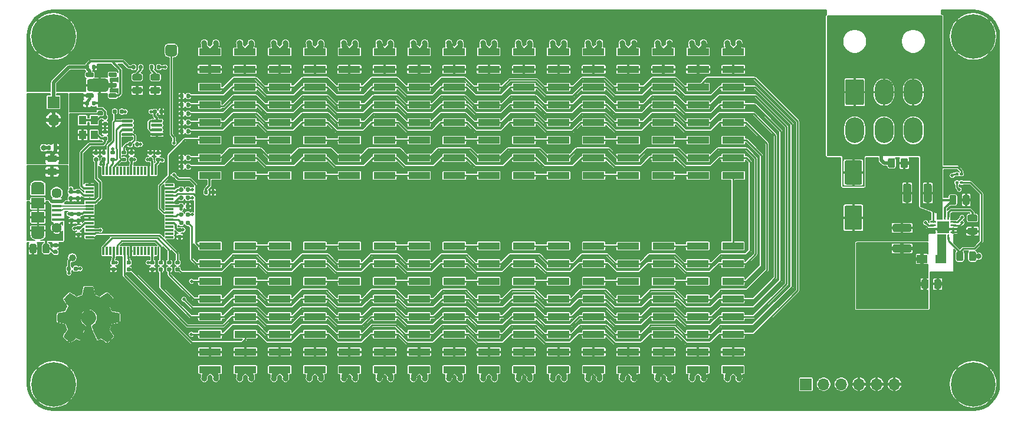
<source format=gtl>
G04 #@! TF.GenerationSoftware,KiCad,Pcbnew,(5.1.9)-1*
G04 #@! TF.CreationDate,2021-06-07T22:14:47-04:00*
G04 #@! TF.ProjectId,icepool-board,69636570-6f6f-46c2-9d62-6f6172642e6b,2021-02*
G04 #@! TF.SameCoordinates,Original*
G04 #@! TF.FileFunction,Copper,L1,Top*
G04 #@! TF.FilePolarity,Positive*
%FSLAX46Y46*%
G04 Gerber Fmt 4.6, Leading zero omitted, Abs format (unit mm)*
G04 Created by KiCad (PCBNEW (5.1.9)-1) date 2021-06-07 22:14:47*
%MOMM*%
%LPD*%
G01*
G04 APERTURE LIST*
G04 #@! TA.AperFunction,EtchedComponent*
%ADD10C,0.010000*%
G04 #@! TD*
G04 #@! TA.AperFunction,ComponentPad*
%ADD11C,0.800000*%
G04 #@! TD*
G04 #@! TA.AperFunction,ComponentPad*
%ADD12C,6.400000*%
G04 #@! TD*
G04 #@! TA.AperFunction,SMDPad,CuDef*
%ADD13R,1.100000X1.300000*%
G04 #@! TD*
G04 #@! TA.AperFunction,SMDPad,CuDef*
%ADD14R,3.150000X1.000000*%
G04 #@! TD*
G04 #@! TA.AperFunction,ComponentPad*
%ADD15O,1.700000X1.700000*%
G04 #@! TD*
G04 #@! TA.AperFunction,ComponentPad*
%ADD16R,1.700000X1.700000*%
G04 #@! TD*
G04 #@! TA.AperFunction,SMDPad,CuDef*
%ADD17R,1.680000X1.680000*%
G04 #@! TD*
G04 #@! TA.AperFunction,ComponentPad*
%ADD18C,0.500000*%
G04 #@! TD*
G04 #@! TA.AperFunction,SMDPad,CuDef*
%ADD19R,0.300000X1.200000*%
G04 #@! TD*
G04 #@! TA.AperFunction,SMDPad,CuDef*
%ADD20R,1.200000X0.300000*%
G04 #@! TD*
G04 #@! TA.AperFunction,SMDPad,CuDef*
%ADD21R,1.500000X1.200000*%
G04 #@! TD*
G04 #@! TA.AperFunction,ComponentPad*
%ADD22O,2.700000X3.700000*%
G04 #@! TD*
G04 #@! TA.AperFunction,SMDPad,CuDef*
%ADD23R,1.900000X1.200000*%
G04 #@! TD*
G04 #@! TA.AperFunction,ComponentPad*
%ADD24O,1.900000X1.200000*%
G04 #@! TD*
G04 #@! TA.AperFunction,SMDPad,CuDef*
%ADD25R,1.900000X1.500000*%
G04 #@! TD*
G04 #@! TA.AperFunction,ComponentPad*
%ADD26C,1.450000*%
G04 #@! TD*
G04 #@! TA.AperFunction,SMDPad,CuDef*
%ADD27R,1.350000X0.400000*%
G04 #@! TD*
G04 #@! TA.AperFunction,SMDPad,CuDef*
%ADD28C,1.000000*%
G04 #@! TD*
G04 #@! TA.AperFunction,ViaPad*
%ADD29C,0.800000*%
G04 #@! TD*
G04 #@! TA.AperFunction,ViaPad*
%ADD30C,0.500000*%
G04 #@! TD*
G04 #@! TA.AperFunction,Conductor*
%ADD31C,0.304800*%
G04 #@! TD*
G04 #@! TA.AperFunction,Conductor*
%ADD32C,0.508000*%
G04 #@! TD*
G04 #@! TA.AperFunction,Conductor*
%ADD33C,0.228600*%
G04 #@! TD*
G04 #@! TA.AperFunction,Conductor*
%ADD34C,0.406400*%
G04 #@! TD*
G04 #@! TA.AperFunction,Conductor*
%ADD35C,0.762000*%
G04 #@! TD*
G04 #@! TA.AperFunction,Conductor*
%ADD36C,0.152400*%
G04 #@! TD*
G04 #@! TA.AperFunction,Conductor*
%ADD37C,0.100000*%
G04 #@! TD*
G04 #@! TA.AperFunction,Conductor*
%ADD38C,0.127000*%
G04 #@! TD*
G04 #@! TA.AperFunction,Conductor*
%ADD39C,0.101600*%
G04 #@! TD*
G04 APERTURE END LIST*
D10*
G36*
X40746536Y-62600427D02*
G01*
X40859118Y-63197618D01*
X41274531Y-63368865D01*
X41689945Y-63540112D01*
X42188302Y-63201233D01*
X42327869Y-63106877D01*
X42454029Y-63022630D01*
X42560896Y-62952338D01*
X42642583Y-62899847D01*
X42693202Y-62869004D01*
X42706987Y-62862353D01*
X42731821Y-62879458D01*
X42784889Y-62926744D01*
X42860241Y-62998172D01*
X42951930Y-63087700D01*
X43054008Y-63189289D01*
X43160527Y-63296898D01*
X43265537Y-63404487D01*
X43363092Y-63506015D01*
X43447243Y-63595441D01*
X43512041Y-63666726D01*
X43551538Y-63713828D01*
X43560981Y-63729592D01*
X43547392Y-63758653D01*
X43509294Y-63822321D01*
X43450694Y-63914367D01*
X43375598Y-64028564D01*
X43288009Y-64158684D01*
X43237255Y-64232901D01*
X43144746Y-64368422D01*
X43062541Y-64490716D01*
X42994631Y-64593695D01*
X42945001Y-64671273D01*
X42917641Y-64717361D01*
X42913530Y-64727047D01*
X42922850Y-64754574D01*
X42948255Y-64818728D01*
X42985912Y-64910490D01*
X43031987Y-65020839D01*
X43082647Y-65140755D01*
X43134060Y-65261219D01*
X43182390Y-65373209D01*
X43223807Y-65467707D01*
X43254475Y-65535692D01*
X43270562Y-65568143D01*
X43271512Y-65569420D01*
X43296773Y-65575617D01*
X43364046Y-65589440D01*
X43466361Y-65609532D01*
X43596742Y-65634534D01*
X43748217Y-65663086D01*
X43836594Y-65679551D01*
X43998453Y-65710369D01*
X44144650Y-65739694D01*
X44267788Y-65765921D01*
X44360470Y-65787446D01*
X44415302Y-65802665D01*
X44426324Y-65807493D01*
X44437119Y-65840174D01*
X44445830Y-65913985D01*
X44452461Y-66020292D01*
X44457019Y-66150467D01*
X44459510Y-66295876D01*
X44459939Y-66447890D01*
X44458312Y-66597877D01*
X44454636Y-66737206D01*
X44448916Y-66857245D01*
X44441158Y-66949365D01*
X44431369Y-67004932D01*
X44425497Y-67016500D01*
X44390400Y-67030365D01*
X44316029Y-67050188D01*
X44212224Y-67073639D01*
X44088820Y-67098391D01*
X44045742Y-67106398D01*
X43838048Y-67144441D01*
X43673985Y-67175079D01*
X43548131Y-67199529D01*
X43455066Y-67219009D01*
X43389368Y-67234736D01*
X43345618Y-67247928D01*
X43318393Y-67259804D01*
X43302273Y-67271580D01*
X43300018Y-67273908D01*
X43277504Y-67311400D01*
X43243159Y-67384365D01*
X43200412Y-67483867D01*
X43152693Y-67600973D01*
X43103431Y-67726748D01*
X43056056Y-67852257D01*
X43013996Y-67968565D01*
X42980681Y-68066739D01*
X42959542Y-68137843D01*
X42954006Y-68172942D01*
X42954467Y-68174172D01*
X42973224Y-68202861D01*
X43015777Y-68265985D01*
X43077654Y-68356973D01*
X43154383Y-68469255D01*
X43241492Y-68596260D01*
X43266299Y-68632353D01*
X43354753Y-68763203D01*
X43432589Y-68882591D01*
X43495567Y-68983662D01*
X43539446Y-69059559D01*
X43559986Y-69103427D01*
X43560981Y-69108817D01*
X43543723Y-69137144D01*
X43496036Y-69193261D01*
X43424051Y-69271137D01*
X43333898Y-69364740D01*
X43231706Y-69468041D01*
X43123606Y-69575006D01*
X43015729Y-69679606D01*
X42914205Y-69775809D01*
X42825163Y-69857584D01*
X42754734Y-69918900D01*
X42709048Y-69953726D01*
X42696410Y-69959412D01*
X42666992Y-69946020D01*
X42606762Y-69909899D01*
X42525530Y-69857136D01*
X42463031Y-69814667D01*
X42349786Y-69736740D01*
X42215675Y-69644984D01*
X42081156Y-69553375D01*
X42008834Y-69504346D01*
X41764039Y-69338770D01*
X41558551Y-69449875D01*
X41464937Y-69498548D01*
X41385331Y-69536381D01*
X41331468Y-69557958D01*
X41317758Y-69560961D01*
X41301271Y-69538793D01*
X41268746Y-69476149D01*
X41222609Y-69378809D01*
X41165291Y-69252549D01*
X41099217Y-69103150D01*
X41026816Y-68936388D01*
X40950517Y-68758042D01*
X40872747Y-68573891D01*
X40795935Y-68389712D01*
X40722507Y-68211285D01*
X40654893Y-68044387D01*
X40595521Y-67894797D01*
X40546817Y-67768293D01*
X40511211Y-67670654D01*
X40491131Y-67607657D01*
X40487901Y-67586021D01*
X40513497Y-67558424D01*
X40569539Y-67513625D01*
X40644312Y-67460934D01*
X40650588Y-67456765D01*
X40843846Y-67302069D01*
X40999675Y-67121591D01*
X41116725Y-66921102D01*
X41193646Y-66706374D01*
X41229087Y-66483177D01*
X41221698Y-66257281D01*
X41170128Y-66034459D01*
X41073027Y-65820479D01*
X41044459Y-65773664D01*
X40895869Y-65584618D01*
X40720328Y-65432812D01*
X40523911Y-65319034D01*
X40312694Y-65244075D01*
X40092754Y-65208722D01*
X39870164Y-65213767D01*
X39651002Y-65259999D01*
X39441343Y-65348206D01*
X39247262Y-65479179D01*
X39187227Y-65532337D01*
X39034436Y-65698739D01*
X38923098Y-65873912D01*
X38846724Y-66070266D01*
X38804188Y-66264717D01*
X38793687Y-66483342D01*
X38828701Y-66703052D01*
X38905674Y-66916420D01*
X39021048Y-67116022D01*
X39171266Y-67294429D01*
X39352774Y-67444217D01*
X39376628Y-67460006D01*
X39452202Y-67511712D01*
X39509652Y-67556512D01*
X39537118Y-67585117D01*
X39537518Y-67586021D01*
X39531621Y-67616964D01*
X39508246Y-67687191D01*
X39469822Y-67790925D01*
X39418778Y-67922390D01*
X39357543Y-68075807D01*
X39288545Y-68245401D01*
X39214214Y-68425393D01*
X39136979Y-68610008D01*
X39059269Y-68793468D01*
X38983512Y-68969996D01*
X38912138Y-69133814D01*
X38847575Y-69279147D01*
X38792253Y-69400217D01*
X38748601Y-69491247D01*
X38719047Y-69546460D01*
X38707145Y-69560961D01*
X38670778Y-69549669D01*
X38602731Y-69519385D01*
X38514737Y-69475520D01*
X38466351Y-69449875D01*
X38260864Y-69338770D01*
X38016069Y-69504346D01*
X37891107Y-69589170D01*
X37754296Y-69682516D01*
X37626089Y-69770408D01*
X37561872Y-69814667D01*
X37471552Y-69875318D01*
X37395072Y-69923381D01*
X37342408Y-69952770D01*
X37325303Y-69958982D01*
X37300406Y-69942223D01*
X37245306Y-69895436D01*
X37165344Y-69823480D01*
X37065861Y-69731212D01*
X36952201Y-69623490D01*
X36880316Y-69554326D01*
X36754552Y-69430757D01*
X36645864Y-69320234D01*
X36558646Y-69227485D01*
X36497290Y-69157237D01*
X36466192Y-69114220D01*
X36463209Y-69105490D01*
X36477054Y-69072284D01*
X36515313Y-69005142D01*
X36573742Y-68910863D01*
X36648098Y-68796245D01*
X36734136Y-68668083D01*
X36758603Y-68632353D01*
X36847755Y-68502489D01*
X36927739Y-68385569D01*
X36994081Y-68288162D01*
X37042312Y-68216839D01*
X37067958Y-68178170D01*
X37070436Y-68174172D01*
X37066730Y-68143355D01*
X37047062Y-68075599D01*
X37014861Y-67979839D01*
X36973556Y-67865009D01*
X36926576Y-67740044D01*
X36877350Y-67613879D01*
X36829309Y-67495448D01*
X36785882Y-67393685D01*
X36750497Y-67317526D01*
X36726585Y-67275904D01*
X36724885Y-67273908D01*
X36710263Y-67262013D01*
X36685566Y-67250250D01*
X36645373Y-67237401D01*
X36584264Y-67222249D01*
X36496818Y-67203576D01*
X36377613Y-67180165D01*
X36221228Y-67150797D01*
X36022244Y-67114255D01*
X35979161Y-67106398D01*
X35851471Y-67081727D01*
X35740154Y-67057593D01*
X35655046Y-67036324D01*
X35605984Y-67020248D01*
X35599406Y-67016500D01*
X35588565Y-66983273D01*
X35579754Y-66909021D01*
X35572977Y-66802376D01*
X35568241Y-66671967D01*
X35565551Y-66526427D01*
X35564914Y-66374386D01*
X35566335Y-66224476D01*
X35569821Y-66085328D01*
X35575377Y-65965572D01*
X35583009Y-65873841D01*
X35592723Y-65818766D01*
X35598579Y-65807493D01*
X35631181Y-65796123D01*
X35705419Y-65777624D01*
X35813897Y-65753602D01*
X35949218Y-65725662D01*
X36103986Y-65695408D01*
X36188308Y-65679551D01*
X36348297Y-65649644D01*
X36490968Y-65622550D01*
X36609349Y-65599631D01*
X36696466Y-65582243D01*
X36745346Y-65571747D01*
X36753391Y-65569420D01*
X36766988Y-65543186D01*
X36795730Y-65479995D01*
X36835786Y-65388877D01*
X36883325Y-65278857D01*
X36934516Y-65158965D01*
X36985527Y-65038227D01*
X37032527Y-64925671D01*
X37071685Y-64830326D01*
X37099170Y-64761217D01*
X37111150Y-64727374D01*
X37111373Y-64725895D01*
X37097792Y-64699197D01*
X37059716Y-64637760D01*
X37001148Y-64547689D01*
X36926089Y-64435090D01*
X36838541Y-64306070D01*
X36787648Y-64231961D01*
X36694910Y-64096077D01*
X36612542Y-63972709D01*
X36544562Y-63868097D01*
X36494989Y-63788483D01*
X36467843Y-63740107D01*
X36463922Y-63729262D01*
X36480776Y-63704020D01*
X36527369Y-63650124D01*
X36597749Y-63573613D01*
X36685966Y-63480523D01*
X36786066Y-63376895D01*
X36892099Y-63268764D01*
X36998112Y-63162170D01*
X37098153Y-63063150D01*
X37186271Y-62977742D01*
X37256514Y-62911985D01*
X37302929Y-62871916D01*
X37318457Y-62862353D01*
X37343740Y-62875800D01*
X37404212Y-62913575D01*
X37493993Y-62971835D01*
X37607204Y-63046734D01*
X37737964Y-63134425D01*
X37836600Y-63201233D01*
X38334958Y-63540112D01*
X38750371Y-63368865D01*
X39165785Y-63197618D01*
X39278367Y-62600427D01*
X39390950Y-62003235D01*
X40633953Y-62003235D01*
X40746536Y-62600427D01*
G37*
X40746536Y-62600427D02*
X40859118Y-63197618D01*
X41274531Y-63368865D01*
X41689945Y-63540112D01*
X42188302Y-63201233D01*
X42327869Y-63106877D01*
X42454029Y-63022630D01*
X42560896Y-62952338D01*
X42642583Y-62899847D01*
X42693202Y-62869004D01*
X42706987Y-62862353D01*
X42731821Y-62879458D01*
X42784889Y-62926744D01*
X42860241Y-62998172D01*
X42951930Y-63087700D01*
X43054008Y-63189289D01*
X43160527Y-63296898D01*
X43265537Y-63404487D01*
X43363092Y-63506015D01*
X43447243Y-63595441D01*
X43512041Y-63666726D01*
X43551538Y-63713828D01*
X43560981Y-63729592D01*
X43547392Y-63758653D01*
X43509294Y-63822321D01*
X43450694Y-63914367D01*
X43375598Y-64028564D01*
X43288009Y-64158684D01*
X43237255Y-64232901D01*
X43144746Y-64368422D01*
X43062541Y-64490716D01*
X42994631Y-64593695D01*
X42945001Y-64671273D01*
X42917641Y-64717361D01*
X42913530Y-64727047D01*
X42922850Y-64754574D01*
X42948255Y-64818728D01*
X42985912Y-64910490D01*
X43031987Y-65020839D01*
X43082647Y-65140755D01*
X43134060Y-65261219D01*
X43182390Y-65373209D01*
X43223807Y-65467707D01*
X43254475Y-65535692D01*
X43270562Y-65568143D01*
X43271512Y-65569420D01*
X43296773Y-65575617D01*
X43364046Y-65589440D01*
X43466361Y-65609532D01*
X43596742Y-65634534D01*
X43748217Y-65663086D01*
X43836594Y-65679551D01*
X43998453Y-65710369D01*
X44144650Y-65739694D01*
X44267788Y-65765921D01*
X44360470Y-65787446D01*
X44415302Y-65802665D01*
X44426324Y-65807493D01*
X44437119Y-65840174D01*
X44445830Y-65913985D01*
X44452461Y-66020292D01*
X44457019Y-66150467D01*
X44459510Y-66295876D01*
X44459939Y-66447890D01*
X44458312Y-66597877D01*
X44454636Y-66737206D01*
X44448916Y-66857245D01*
X44441158Y-66949365D01*
X44431369Y-67004932D01*
X44425497Y-67016500D01*
X44390400Y-67030365D01*
X44316029Y-67050188D01*
X44212224Y-67073639D01*
X44088820Y-67098391D01*
X44045742Y-67106398D01*
X43838048Y-67144441D01*
X43673985Y-67175079D01*
X43548131Y-67199529D01*
X43455066Y-67219009D01*
X43389368Y-67234736D01*
X43345618Y-67247928D01*
X43318393Y-67259804D01*
X43302273Y-67271580D01*
X43300018Y-67273908D01*
X43277504Y-67311400D01*
X43243159Y-67384365D01*
X43200412Y-67483867D01*
X43152693Y-67600973D01*
X43103431Y-67726748D01*
X43056056Y-67852257D01*
X43013996Y-67968565D01*
X42980681Y-68066739D01*
X42959542Y-68137843D01*
X42954006Y-68172942D01*
X42954467Y-68174172D01*
X42973224Y-68202861D01*
X43015777Y-68265985D01*
X43077654Y-68356973D01*
X43154383Y-68469255D01*
X43241492Y-68596260D01*
X43266299Y-68632353D01*
X43354753Y-68763203D01*
X43432589Y-68882591D01*
X43495567Y-68983662D01*
X43539446Y-69059559D01*
X43559986Y-69103427D01*
X43560981Y-69108817D01*
X43543723Y-69137144D01*
X43496036Y-69193261D01*
X43424051Y-69271137D01*
X43333898Y-69364740D01*
X43231706Y-69468041D01*
X43123606Y-69575006D01*
X43015729Y-69679606D01*
X42914205Y-69775809D01*
X42825163Y-69857584D01*
X42754734Y-69918900D01*
X42709048Y-69953726D01*
X42696410Y-69959412D01*
X42666992Y-69946020D01*
X42606762Y-69909899D01*
X42525530Y-69857136D01*
X42463031Y-69814667D01*
X42349786Y-69736740D01*
X42215675Y-69644984D01*
X42081156Y-69553375D01*
X42008834Y-69504346D01*
X41764039Y-69338770D01*
X41558551Y-69449875D01*
X41464937Y-69498548D01*
X41385331Y-69536381D01*
X41331468Y-69557958D01*
X41317758Y-69560961D01*
X41301271Y-69538793D01*
X41268746Y-69476149D01*
X41222609Y-69378809D01*
X41165291Y-69252549D01*
X41099217Y-69103150D01*
X41026816Y-68936388D01*
X40950517Y-68758042D01*
X40872747Y-68573891D01*
X40795935Y-68389712D01*
X40722507Y-68211285D01*
X40654893Y-68044387D01*
X40595521Y-67894797D01*
X40546817Y-67768293D01*
X40511211Y-67670654D01*
X40491131Y-67607657D01*
X40487901Y-67586021D01*
X40513497Y-67558424D01*
X40569539Y-67513625D01*
X40644312Y-67460934D01*
X40650588Y-67456765D01*
X40843846Y-67302069D01*
X40999675Y-67121591D01*
X41116725Y-66921102D01*
X41193646Y-66706374D01*
X41229087Y-66483177D01*
X41221698Y-66257281D01*
X41170128Y-66034459D01*
X41073027Y-65820479D01*
X41044459Y-65773664D01*
X40895869Y-65584618D01*
X40720328Y-65432812D01*
X40523911Y-65319034D01*
X40312694Y-65244075D01*
X40092754Y-65208722D01*
X39870164Y-65213767D01*
X39651002Y-65259999D01*
X39441343Y-65348206D01*
X39247262Y-65479179D01*
X39187227Y-65532337D01*
X39034436Y-65698739D01*
X38923098Y-65873912D01*
X38846724Y-66070266D01*
X38804188Y-66264717D01*
X38793687Y-66483342D01*
X38828701Y-66703052D01*
X38905674Y-66916420D01*
X39021048Y-67116022D01*
X39171266Y-67294429D01*
X39352774Y-67444217D01*
X39376628Y-67460006D01*
X39452202Y-67511712D01*
X39509652Y-67556512D01*
X39537118Y-67585117D01*
X39537518Y-67586021D01*
X39531621Y-67616964D01*
X39508246Y-67687191D01*
X39469822Y-67790925D01*
X39418778Y-67922390D01*
X39357543Y-68075807D01*
X39288545Y-68245401D01*
X39214214Y-68425393D01*
X39136979Y-68610008D01*
X39059269Y-68793468D01*
X38983512Y-68969996D01*
X38912138Y-69133814D01*
X38847575Y-69279147D01*
X38792253Y-69400217D01*
X38748601Y-69491247D01*
X38719047Y-69546460D01*
X38707145Y-69560961D01*
X38670778Y-69549669D01*
X38602731Y-69519385D01*
X38514737Y-69475520D01*
X38466351Y-69449875D01*
X38260864Y-69338770D01*
X38016069Y-69504346D01*
X37891107Y-69589170D01*
X37754296Y-69682516D01*
X37626089Y-69770408D01*
X37561872Y-69814667D01*
X37471552Y-69875318D01*
X37395072Y-69923381D01*
X37342408Y-69952770D01*
X37325303Y-69958982D01*
X37300406Y-69942223D01*
X37245306Y-69895436D01*
X37165344Y-69823480D01*
X37065861Y-69731212D01*
X36952201Y-69623490D01*
X36880316Y-69554326D01*
X36754552Y-69430757D01*
X36645864Y-69320234D01*
X36558646Y-69227485D01*
X36497290Y-69157237D01*
X36466192Y-69114220D01*
X36463209Y-69105490D01*
X36477054Y-69072284D01*
X36515313Y-69005142D01*
X36573742Y-68910863D01*
X36648098Y-68796245D01*
X36734136Y-68668083D01*
X36758603Y-68632353D01*
X36847755Y-68502489D01*
X36927739Y-68385569D01*
X36994081Y-68288162D01*
X37042312Y-68216839D01*
X37067958Y-68178170D01*
X37070436Y-68174172D01*
X37066730Y-68143355D01*
X37047062Y-68075599D01*
X37014861Y-67979839D01*
X36973556Y-67865009D01*
X36926576Y-67740044D01*
X36877350Y-67613879D01*
X36829309Y-67495448D01*
X36785882Y-67393685D01*
X36750497Y-67317526D01*
X36726585Y-67275904D01*
X36724885Y-67273908D01*
X36710263Y-67262013D01*
X36685566Y-67250250D01*
X36645373Y-67237401D01*
X36584264Y-67222249D01*
X36496818Y-67203576D01*
X36377613Y-67180165D01*
X36221228Y-67150797D01*
X36022244Y-67114255D01*
X35979161Y-67106398D01*
X35851471Y-67081727D01*
X35740154Y-67057593D01*
X35655046Y-67036324D01*
X35605984Y-67020248D01*
X35599406Y-67016500D01*
X35588565Y-66983273D01*
X35579754Y-66909021D01*
X35572977Y-66802376D01*
X35568241Y-66671967D01*
X35565551Y-66526427D01*
X35564914Y-66374386D01*
X35566335Y-66224476D01*
X35569821Y-66085328D01*
X35575377Y-65965572D01*
X35583009Y-65873841D01*
X35592723Y-65818766D01*
X35598579Y-65807493D01*
X35631181Y-65796123D01*
X35705419Y-65777624D01*
X35813897Y-65753602D01*
X35949218Y-65725662D01*
X36103986Y-65695408D01*
X36188308Y-65679551D01*
X36348297Y-65649644D01*
X36490968Y-65622550D01*
X36609349Y-65599631D01*
X36696466Y-65582243D01*
X36745346Y-65571747D01*
X36753391Y-65569420D01*
X36766988Y-65543186D01*
X36795730Y-65479995D01*
X36835786Y-65388877D01*
X36883325Y-65278857D01*
X36934516Y-65158965D01*
X36985527Y-65038227D01*
X37032527Y-64925671D01*
X37071685Y-64830326D01*
X37099170Y-64761217D01*
X37111150Y-64727374D01*
X37111373Y-64725895D01*
X37097792Y-64699197D01*
X37059716Y-64637760D01*
X37001148Y-64547689D01*
X36926089Y-64435090D01*
X36838541Y-64306070D01*
X36787648Y-64231961D01*
X36694910Y-64096077D01*
X36612542Y-63972709D01*
X36544562Y-63868097D01*
X36494989Y-63788483D01*
X36467843Y-63740107D01*
X36463922Y-63729262D01*
X36480776Y-63704020D01*
X36527369Y-63650124D01*
X36597749Y-63573613D01*
X36685966Y-63480523D01*
X36786066Y-63376895D01*
X36892099Y-63268764D01*
X36998112Y-63162170D01*
X37098153Y-63063150D01*
X37186271Y-62977742D01*
X37256514Y-62911985D01*
X37302929Y-62871916D01*
X37318457Y-62862353D01*
X37343740Y-62875800D01*
X37404212Y-62913575D01*
X37493993Y-62971835D01*
X37607204Y-63046734D01*
X37737964Y-63134425D01*
X37836600Y-63201233D01*
X38334958Y-63540112D01*
X38750371Y-63368865D01*
X39165785Y-63197618D01*
X39278367Y-62600427D01*
X39390950Y-62003235D01*
X40633953Y-62003235D01*
X40746536Y-62600427D01*
D11*
X168697056Y-74302944D03*
X167000000Y-73600000D03*
X165302944Y-74302944D03*
X164600000Y-76000000D03*
X165302944Y-77697056D03*
X167000000Y-78400000D03*
X168697056Y-77697056D03*
X169400000Y-76000000D03*
D12*
X167000000Y-76000000D03*
G04 #@! TA.AperFunction,SMDPad,CuDef*
G36*
G01*
X54038000Y-37256500D02*
X54038000Y-36911500D01*
G75*
G02*
X54185500Y-36764000I147500J0D01*
G01*
X54480500Y-36764000D01*
G75*
G02*
X54628000Y-36911500I0J-147500D01*
G01*
X54628000Y-37256500D01*
G75*
G02*
X54480500Y-37404000I-147500J0D01*
G01*
X54185500Y-37404000D01*
G75*
G02*
X54038000Y-37256500I0J147500D01*
G01*
G37*
G04 #@! TD.AperFunction*
G04 #@! TA.AperFunction,SMDPad,CuDef*
G36*
G01*
X53068000Y-37256500D02*
X53068000Y-36911500D01*
G75*
G02*
X53215500Y-36764000I147500J0D01*
G01*
X53510500Y-36764000D01*
G75*
G02*
X53658000Y-36911500I0J-147500D01*
G01*
X53658000Y-37256500D01*
G75*
G02*
X53510500Y-37404000I-147500J0D01*
G01*
X53215500Y-37404000D01*
G75*
G02*
X53068000Y-37256500I0J147500D01*
G01*
G37*
G04 #@! TD.AperFunction*
G04 #@! TA.AperFunction,SMDPad,CuDef*
G36*
G01*
X50572500Y-58810000D02*
X50227500Y-58810000D01*
G75*
G02*
X50080000Y-58662500I0J147500D01*
G01*
X50080000Y-58367500D01*
G75*
G02*
X50227500Y-58220000I147500J0D01*
G01*
X50572500Y-58220000D01*
G75*
G02*
X50720000Y-58367500I0J-147500D01*
G01*
X50720000Y-58662500D01*
G75*
G02*
X50572500Y-58810000I-147500J0D01*
G01*
G37*
G04 #@! TD.AperFunction*
G04 #@! TA.AperFunction,SMDPad,CuDef*
G36*
G01*
X50572500Y-59780000D02*
X50227500Y-59780000D01*
G75*
G02*
X50080000Y-59632500I0J147500D01*
G01*
X50080000Y-59337500D01*
G75*
G02*
X50227500Y-59190000I147500J0D01*
G01*
X50572500Y-59190000D01*
G75*
G02*
X50720000Y-59337500I0J-147500D01*
G01*
X50720000Y-59632500D01*
G75*
G02*
X50572500Y-59780000I-147500J0D01*
G01*
G37*
G04 #@! TD.AperFunction*
D13*
X40825000Y-38050000D03*
X40825000Y-40150000D03*
X39175000Y-40150000D03*
X39175000Y-38050000D03*
G04 #@! TA.AperFunction,SMDPad,CuDef*
G36*
G01*
X53610000Y-52627500D02*
X53610000Y-52972500D01*
G75*
G02*
X53462500Y-53120000I-147500J0D01*
G01*
X53167500Y-53120000D01*
G75*
G02*
X53020000Y-52972500I0J147500D01*
G01*
X53020000Y-52627500D01*
G75*
G02*
X53167500Y-52480000I147500J0D01*
G01*
X53462500Y-52480000D01*
G75*
G02*
X53610000Y-52627500I0J-147500D01*
G01*
G37*
G04 #@! TD.AperFunction*
G04 #@! TA.AperFunction,SMDPad,CuDef*
G36*
G01*
X54580000Y-52627500D02*
X54580000Y-52972500D01*
G75*
G02*
X54432500Y-53120000I-147500J0D01*
G01*
X54137500Y-53120000D01*
G75*
G02*
X53990000Y-52972500I0J147500D01*
G01*
X53990000Y-52627500D01*
G75*
G02*
X54137500Y-52480000I147500J0D01*
G01*
X54432500Y-52480000D01*
G75*
G02*
X54580000Y-52627500I0J-147500D01*
G01*
G37*
G04 #@! TD.AperFunction*
G04 #@! TA.AperFunction,SMDPad,CuDef*
G36*
G01*
X45972500Y-58810000D02*
X45627500Y-58810000D01*
G75*
G02*
X45480000Y-58662500I0J147500D01*
G01*
X45480000Y-58367500D01*
G75*
G02*
X45627500Y-58220000I147500J0D01*
G01*
X45972500Y-58220000D01*
G75*
G02*
X46120000Y-58367500I0J-147500D01*
G01*
X46120000Y-58662500D01*
G75*
G02*
X45972500Y-58810000I-147500J0D01*
G01*
G37*
G04 #@! TD.AperFunction*
G04 #@! TA.AperFunction,SMDPad,CuDef*
G36*
G01*
X45972500Y-59780000D02*
X45627500Y-59780000D01*
G75*
G02*
X45480000Y-59632500I0J147500D01*
G01*
X45480000Y-59337500D01*
G75*
G02*
X45627500Y-59190000I147500J0D01*
G01*
X45972500Y-59190000D01*
G75*
G02*
X46120000Y-59337500I0J-147500D01*
G01*
X46120000Y-59632500D01*
G75*
G02*
X45972500Y-59780000I-147500J0D01*
G01*
G37*
G04 #@! TD.AperFunction*
G04 #@! TA.AperFunction,SMDPad,CuDef*
G36*
G01*
X38427500Y-52190000D02*
X38772500Y-52190000D01*
G75*
G02*
X38920000Y-52337500I0J-147500D01*
G01*
X38920000Y-52632500D01*
G75*
G02*
X38772500Y-52780000I-147500J0D01*
G01*
X38427500Y-52780000D01*
G75*
G02*
X38280000Y-52632500I0J147500D01*
G01*
X38280000Y-52337500D01*
G75*
G02*
X38427500Y-52190000I147500J0D01*
G01*
G37*
G04 #@! TD.AperFunction*
G04 #@! TA.AperFunction,SMDPad,CuDef*
G36*
G01*
X38427500Y-51220000D02*
X38772500Y-51220000D01*
G75*
G02*
X38920000Y-51367500I0J-147500D01*
G01*
X38920000Y-51662500D01*
G75*
G02*
X38772500Y-51810000I-147500J0D01*
G01*
X38427500Y-51810000D01*
G75*
G02*
X38280000Y-51662500I0J147500D01*
G01*
X38280000Y-51367500D01*
G75*
G02*
X38427500Y-51220000I147500J0D01*
G01*
G37*
G04 #@! TD.AperFunction*
G04 #@! TA.AperFunction,SMDPad,CuDef*
G36*
G01*
X54038000Y-35986500D02*
X54038000Y-35641500D01*
G75*
G02*
X54185500Y-35494000I147500J0D01*
G01*
X54480500Y-35494000D01*
G75*
G02*
X54628000Y-35641500I0J-147500D01*
G01*
X54628000Y-35986500D01*
G75*
G02*
X54480500Y-36134000I-147500J0D01*
G01*
X54185500Y-36134000D01*
G75*
G02*
X54038000Y-35986500I0J147500D01*
G01*
G37*
G04 #@! TD.AperFunction*
G04 #@! TA.AperFunction,SMDPad,CuDef*
G36*
G01*
X53068000Y-35986500D02*
X53068000Y-35641500D01*
G75*
G02*
X53215500Y-35494000I147500J0D01*
G01*
X53510500Y-35494000D01*
G75*
G02*
X53658000Y-35641500I0J-147500D01*
G01*
X53658000Y-35986500D01*
G75*
G02*
X53510500Y-36134000I-147500J0D01*
G01*
X53215500Y-36134000D01*
G75*
G02*
X53068000Y-35986500I0J147500D01*
G01*
G37*
G04 #@! TD.AperFunction*
G04 #@! TA.AperFunction,SMDPad,CuDef*
G36*
G01*
X52972500Y-58810000D02*
X52627500Y-58810000D01*
G75*
G02*
X52480000Y-58662500I0J147500D01*
G01*
X52480000Y-58367500D01*
G75*
G02*
X52627500Y-58220000I147500J0D01*
G01*
X52972500Y-58220000D01*
G75*
G02*
X53120000Y-58367500I0J-147500D01*
G01*
X53120000Y-58662500D01*
G75*
G02*
X52972500Y-58810000I-147500J0D01*
G01*
G37*
G04 #@! TD.AperFunction*
G04 #@! TA.AperFunction,SMDPad,CuDef*
G36*
G01*
X52972500Y-59780000D02*
X52627500Y-59780000D01*
G75*
G02*
X52480000Y-59632500I0J147500D01*
G01*
X52480000Y-59337500D01*
G75*
G02*
X52627500Y-59190000I147500J0D01*
G01*
X52972500Y-59190000D01*
G75*
G02*
X53120000Y-59337500I0J-147500D01*
G01*
X53120000Y-59632500D01*
G75*
G02*
X52972500Y-59780000I-147500J0D01*
G01*
G37*
G04 #@! TD.AperFunction*
G04 #@! TA.AperFunction,SMDPad,CuDef*
G36*
G01*
X34343750Y-43075000D02*
X35256250Y-43075000D01*
G75*
G02*
X35500000Y-43318750I0J-243750D01*
G01*
X35500000Y-43806250D01*
G75*
G02*
X35256250Y-44050000I-243750J0D01*
G01*
X34343750Y-44050000D01*
G75*
G02*
X34100000Y-43806250I0J243750D01*
G01*
X34100000Y-43318750D01*
G75*
G02*
X34343750Y-43075000I243750J0D01*
G01*
G37*
G04 #@! TD.AperFunction*
G04 #@! TA.AperFunction,SMDPad,CuDef*
G36*
G01*
X34343750Y-44950000D02*
X35256250Y-44950000D01*
G75*
G02*
X35500000Y-45193750I0J-243750D01*
G01*
X35500000Y-45681250D01*
G75*
G02*
X35256250Y-45925000I-243750J0D01*
G01*
X34343750Y-45925000D01*
G75*
G02*
X34100000Y-45681250I0J243750D01*
G01*
X34100000Y-45193750D01*
G75*
G02*
X34343750Y-44950000I243750J0D01*
G01*
G37*
G04 #@! TD.AperFunction*
G04 #@! TA.AperFunction,SMDPad,CuDef*
G36*
G01*
X33450000Y-56956250D02*
X33450000Y-56043750D01*
G75*
G02*
X33693750Y-55800000I243750J0D01*
G01*
X34181250Y-55800000D01*
G75*
G02*
X34425000Y-56043750I0J-243750D01*
G01*
X34425000Y-56956250D01*
G75*
G02*
X34181250Y-57200000I-243750J0D01*
G01*
X33693750Y-57200000D01*
G75*
G02*
X33450000Y-56956250I0J243750D01*
G01*
G37*
G04 #@! TD.AperFunction*
G04 #@! TA.AperFunction,SMDPad,CuDef*
G36*
G01*
X31575000Y-56956250D02*
X31575000Y-56043750D01*
G75*
G02*
X31818750Y-55800000I243750J0D01*
G01*
X32306250Y-55800000D01*
G75*
G02*
X32550000Y-56043750I0J-243750D01*
G01*
X32550000Y-56956250D01*
G75*
G02*
X32306250Y-57200000I-243750J0D01*
G01*
X31818750Y-57200000D01*
G75*
G02*
X31575000Y-56956250I0J243750D01*
G01*
G37*
G04 #@! TD.AperFunction*
G04 #@! TA.AperFunction,SMDPad,CuDef*
G36*
G01*
X42227500Y-40390000D02*
X42572500Y-40390000D01*
G75*
G02*
X42720000Y-40537500I0J-147500D01*
G01*
X42720000Y-40832500D01*
G75*
G02*
X42572500Y-40980000I-147500J0D01*
G01*
X42227500Y-40980000D01*
G75*
G02*
X42080000Y-40832500I0J147500D01*
G01*
X42080000Y-40537500D01*
G75*
G02*
X42227500Y-40390000I147500J0D01*
G01*
G37*
G04 #@! TD.AperFunction*
G04 #@! TA.AperFunction,SMDPad,CuDef*
G36*
G01*
X42227500Y-39420000D02*
X42572500Y-39420000D01*
G75*
G02*
X42720000Y-39567500I0J-147500D01*
G01*
X42720000Y-39862500D01*
G75*
G02*
X42572500Y-40010000I-147500J0D01*
G01*
X42227500Y-40010000D01*
G75*
G02*
X42080000Y-39862500I0J147500D01*
G01*
X42080000Y-39567500D01*
G75*
G02*
X42227500Y-39420000I147500J0D01*
G01*
G37*
G04 #@! TD.AperFunction*
G04 #@! TA.AperFunction,SMDPad,CuDef*
G36*
G01*
X54580000Y-47827500D02*
X54580000Y-48172500D01*
G75*
G02*
X54432500Y-48320000I-147500J0D01*
G01*
X54137500Y-48320000D01*
G75*
G02*
X53990000Y-48172500I0J147500D01*
G01*
X53990000Y-47827500D01*
G75*
G02*
X54137500Y-47680000I147500J0D01*
G01*
X54432500Y-47680000D01*
G75*
G02*
X54580000Y-47827500I0J-147500D01*
G01*
G37*
G04 #@! TD.AperFunction*
G04 #@! TA.AperFunction,SMDPad,CuDef*
G36*
G01*
X53610000Y-47827500D02*
X53610000Y-48172500D01*
G75*
G02*
X53462500Y-48320000I-147500J0D01*
G01*
X53167500Y-48320000D01*
G75*
G02*
X53020000Y-48172500I0J147500D01*
G01*
X53020000Y-47827500D01*
G75*
G02*
X53167500Y-47680000I147500J0D01*
G01*
X53462500Y-47680000D01*
G75*
G02*
X53610000Y-47827500I0J-147500D01*
G01*
G37*
G04 #@! TD.AperFunction*
G04 #@! TA.AperFunction,SMDPad,CuDef*
G36*
G01*
X37890000Y-59572500D02*
X37890000Y-59227500D01*
G75*
G02*
X38037500Y-59080000I147500J0D01*
G01*
X38332500Y-59080000D01*
G75*
G02*
X38480000Y-59227500I0J-147500D01*
G01*
X38480000Y-59572500D01*
G75*
G02*
X38332500Y-59720000I-147500J0D01*
G01*
X38037500Y-59720000D01*
G75*
G02*
X37890000Y-59572500I0J147500D01*
G01*
G37*
G04 #@! TD.AperFunction*
G04 #@! TA.AperFunction,SMDPad,CuDef*
G36*
G01*
X36920000Y-59572500D02*
X36920000Y-59227500D01*
G75*
G02*
X37067500Y-59080000I147500J0D01*
G01*
X37362500Y-59080000D01*
G75*
G02*
X37510000Y-59227500I0J-147500D01*
G01*
X37510000Y-59572500D01*
G75*
G02*
X37362500Y-59720000I-147500J0D01*
G01*
X37067500Y-59720000D01*
G75*
G02*
X36920000Y-59572500I0J147500D01*
G01*
G37*
G04 #@! TD.AperFunction*
G04 #@! TA.AperFunction,SMDPad,CuDef*
G36*
G01*
X46372500Y-43010000D02*
X46027500Y-43010000D01*
G75*
G02*
X45880000Y-42862500I0J147500D01*
G01*
X45880000Y-42567500D01*
G75*
G02*
X46027500Y-42420000I147500J0D01*
G01*
X46372500Y-42420000D01*
G75*
G02*
X46520000Y-42567500I0J-147500D01*
G01*
X46520000Y-42862500D01*
G75*
G02*
X46372500Y-43010000I-147500J0D01*
G01*
G37*
G04 #@! TD.AperFunction*
G04 #@! TA.AperFunction,SMDPad,CuDef*
G36*
G01*
X46372500Y-43980000D02*
X46027500Y-43980000D01*
G75*
G02*
X45880000Y-43832500I0J147500D01*
G01*
X45880000Y-43537500D01*
G75*
G02*
X46027500Y-43390000I147500J0D01*
G01*
X46372500Y-43390000D01*
G75*
G02*
X46520000Y-43537500I0J-147500D01*
G01*
X46520000Y-43832500D01*
G75*
G02*
X46372500Y-43980000I-147500J0D01*
G01*
G37*
G04 #@! TD.AperFunction*
D11*
X36697056Y-74302944D03*
X35000000Y-73600000D03*
X33302944Y-74302944D03*
X32600000Y-76000000D03*
X33302944Y-77697056D03*
X35000000Y-78400000D03*
X36697056Y-77697056D03*
X37400000Y-76000000D03*
D12*
X35000000Y-76000000D03*
G04 #@! TA.AperFunction,SMDPad,CuDef*
G36*
G01*
X43427500Y-59190000D02*
X43772500Y-59190000D01*
G75*
G02*
X43920000Y-59337500I0J-147500D01*
G01*
X43920000Y-59632500D01*
G75*
G02*
X43772500Y-59780000I-147500J0D01*
G01*
X43427500Y-59780000D01*
G75*
G02*
X43280000Y-59632500I0J147500D01*
G01*
X43280000Y-59337500D01*
G75*
G02*
X43427500Y-59190000I147500J0D01*
G01*
G37*
G04 #@! TD.AperFunction*
G04 #@! TA.AperFunction,SMDPad,CuDef*
G36*
G01*
X43427500Y-58220000D02*
X43772500Y-58220000D01*
G75*
G02*
X43920000Y-58367500I0J-147500D01*
G01*
X43920000Y-58662500D01*
G75*
G02*
X43772500Y-58810000I-147500J0D01*
G01*
X43427500Y-58810000D01*
G75*
G02*
X43280000Y-58662500I0J147500D01*
G01*
X43280000Y-58367500D01*
G75*
G02*
X43427500Y-58220000I147500J0D01*
G01*
G37*
G04 #@! TD.AperFunction*
G04 #@! TA.AperFunction,SMDPad,CuDef*
G36*
G01*
X41272500Y-43010000D02*
X40927500Y-43010000D01*
G75*
G02*
X40780000Y-42862500I0J147500D01*
G01*
X40780000Y-42567500D01*
G75*
G02*
X40927500Y-42420000I147500J0D01*
G01*
X41272500Y-42420000D01*
G75*
G02*
X41420000Y-42567500I0J-147500D01*
G01*
X41420000Y-42862500D01*
G75*
G02*
X41272500Y-43010000I-147500J0D01*
G01*
G37*
G04 #@! TD.AperFunction*
G04 #@! TA.AperFunction,SMDPad,CuDef*
G36*
G01*
X41272500Y-43980000D02*
X40927500Y-43980000D01*
G75*
G02*
X40780000Y-43832500I0J147500D01*
G01*
X40780000Y-43537500D01*
G75*
G02*
X40927500Y-43390000I147500J0D01*
G01*
X41272500Y-43390000D01*
G75*
G02*
X41420000Y-43537500I0J-147500D01*
G01*
X41420000Y-43832500D01*
G75*
G02*
X41272500Y-43980000I-147500J0D01*
G01*
G37*
G04 #@! TD.AperFunction*
G04 #@! TA.AperFunction,SMDPad,CuDef*
G36*
G01*
X37327500Y-48990000D02*
X37672500Y-48990000D01*
G75*
G02*
X37820000Y-49137500I0J-147500D01*
G01*
X37820000Y-49432500D01*
G75*
G02*
X37672500Y-49580000I-147500J0D01*
G01*
X37327500Y-49580000D01*
G75*
G02*
X37180000Y-49432500I0J147500D01*
G01*
X37180000Y-49137500D01*
G75*
G02*
X37327500Y-48990000I147500J0D01*
G01*
G37*
G04 #@! TD.AperFunction*
G04 #@! TA.AperFunction,SMDPad,CuDef*
G36*
G01*
X37327500Y-48020000D02*
X37672500Y-48020000D01*
G75*
G02*
X37820000Y-48167500I0J-147500D01*
G01*
X37820000Y-48462500D01*
G75*
G02*
X37672500Y-48610000I-147500J0D01*
G01*
X37327500Y-48610000D01*
G75*
G02*
X37180000Y-48462500I0J147500D01*
G01*
X37180000Y-48167500D01*
G75*
G02*
X37327500Y-48020000I147500J0D01*
G01*
G37*
G04 #@! TD.AperFunction*
G04 #@! TA.AperFunction,SMDPad,CuDef*
G36*
G01*
X40490000Y-30572500D02*
X40490000Y-30227500D01*
G75*
G02*
X40637500Y-30080000I147500J0D01*
G01*
X40932500Y-30080000D01*
G75*
G02*
X41080000Y-30227500I0J-147500D01*
G01*
X41080000Y-30572500D01*
G75*
G02*
X40932500Y-30720000I-147500J0D01*
G01*
X40637500Y-30720000D01*
G75*
G02*
X40490000Y-30572500I0J147500D01*
G01*
G37*
G04 #@! TD.AperFunction*
G04 #@! TA.AperFunction,SMDPad,CuDef*
G36*
G01*
X39520000Y-30572500D02*
X39520000Y-30227500D01*
G75*
G02*
X39667500Y-30080000I147500J0D01*
G01*
X39962500Y-30080000D01*
G75*
G02*
X40110000Y-30227500I0J-147500D01*
G01*
X40110000Y-30572500D01*
G75*
G02*
X39962500Y-30720000I-147500J0D01*
G01*
X39667500Y-30720000D01*
G75*
G02*
X39520000Y-30572500I0J147500D01*
G01*
G37*
G04 #@! TD.AperFunction*
G04 #@! TA.AperFunction,SMDPad,CuDef*
G36*
G01*
X42572500Y-37910000D02*
X42227500Y-37910000D01*
G75*
G02*
X42080000Y-37762500I0J147500D01*
G01*
X42080000Y-37467500D01*
G75*
G02*
X42227500Y-37320000I147500J0D01*
G01*
X42572500Y-37320000D01*
G75*
G02*
X42720000Y-37467500I0J-147500D01*
G01*
X42720000Y-37762500D01*
G75*
G02*
X42572500Y-37910000I-147500J0D01*
G01*
G37*
G04 #@! TD.AperFunction*
G04 #@! TA.AperFunction,SMDPad,CuDef*
G36*
G01*
X42572500Y-38880000D02*
X42227500Y-38880000D01*
G75*
G02*
X42080000Y-38732500I0J147500D01*
G01*
X42080000Y-38437500D01*
G75*
G02*
X42227500Y-38290000I147500J0D01*
G01*
X42572500Y-38290000D01*
G75*
G02*
X42720000Y-38437500I0J-147500D01*
G01*
X42720000Y-38732500D01*
G75*
G02*
X42572500Y-38880000I-147500J0D01*
G01*
G37*
G04 #@! TD.AperFunction*
G04 #@! TA.AperFunction,SMDPad,CuDef*
G36*
G01*
X38327500Y-48990000D02*
X38672500Y-48990000D01*
G75*
G02*
X38820000Y-49137500I0J-147500D01*
G01*
X38820000Y-49432500D01*
G75*
G02*
X38672500Y-49580000I-147500J0D01*
G01*
X38327500Y-49580000D01*
G75*
G02*
X38180000Y-49432500I0J147500D01*
G01*
X38180000Y-49137500D01*
G75*
G02*
X38327500Y-48990000I147500J0D01*
G01*
G37*
G04 #@! TD.AperFunction*
G04 #@! TA.AperFunction,SMDPad,CuDef*
G36*
G01*
X38327500Y-48020000D02*
X38672500Y-48020000D01*
G75*
G02*
X38820000Y-48167500I0J-147500D01*
G01*
X38820000Y-48462500D01*
G75*
G02*
X38672500Y-48610000I-147500J0D01*
G01*
X38327500Y-48610000D01*
G75*
G02*
X38180000Y-48462500I0J147500D01*
G01*
X38180000Y-48167500D01*
G75*
G02*
X38327500Y-48020000I147500J0D01*
G01*
G37*
G04 #@! TD.AperFunction*
G04 #@! TA.AperFunction,SMDPad,CuDef*
G36*
G01*
X35472500Y-57280000D02*
X35127500Y-57280000D01*
G75*
G02*
X34980000Y-57132500I0J147500D01*
G01*
X34980000Y-56837500D01*
G75*
G02*
X35127500Y-56690000I147500J0D01*
G01*
X35472500Y-56690000D01*
G75*
G02*
X35620000Y-56837500I0J-147500D01*
G01*
X35620000Y-57132500D01*
G75*
G02*
X35472500Y-57280000I-147500J0D01*
G01*
G37*
G04 #@! TD.AperFunction*
G04 #@! TA.AperFunction,SMDPad,CuDef*
G36*
G01*
X35472500Y-56310000D02*
X35127500Y-56310000D01*
G75*
G02*
X34980000Y-56162500I0J147500D01*
G01*
X34980000Y-55867500D01*
G75*
G02*
X35127500Y-55720000I147500J0D01*
G01*
X35472500Y-55720000D01*
G75*
G02*
X35620000Y-55867500I0J-147500D01*
G01*
X35620000Y-56162500D01*
G75*
G02*
X35472500Y-56310000I-147500J0D01*
G01*
G37*
G04 #@! TD.AperFunction*
G04 #@! TA.AperFunction,SMDPad,CuDef*
G36*
G01*
X34610000Y-41827500D02*
X34610000Y-42172500D01*
G75*
G02*
X34462500Y-42320000I-147500J0D01*
G01*
X34167500Y-42320000D01*
G75*
G02*
X34020000Y-42172500I0J147500D01*
G01*
X34020000Y-41827500D01*
G75*
G02*
X34167500Y-41680000I147500J0D01*
G01*
X34462500Y-41680000D01*
G75*
G02*
X34610000Y-41827500I0J-147500D01*
G01*
G37*
G04 #@! TD.AperFunction*
G04 #@! TA.AperFunction,SMDPad,CuDef*
G36*
G01*
X35580000Y-41827500D02*
X35580000Y-42172500D01*
G75*
G02*
X35432500Y-42320000I-147500J0D01*
G01*
X35137500Y-42320000D01*
G75*
G02*
X34990000Y-42172500I0J147500D01*
G01*
X34990000Y-41827500D01*
G75*
G02*
X35137500Y-41680000I147500J0D01*
G01*
X35432500Y-41680000D01*
G75*
G02*
X35580000Y-41827500I0J-147500D01*
G01*
G37*
G04 #@! TD.AperFunction*
G04 #@! TA.AperFunction,SMDPad,CuDef*
G36*
G01*
X37427500Y-52190000D02*
X37772500Y-52190000D01*
G75*
G02*
X37920000Y-52337500I0J-147500D01*
G01*
X37920000Y-52632500D01*
G75*
G02*
X37772500Y-52780000I-147500J0D01*
G01*
X37427500Y-52780000D01*
G75*
G02*
X37280000Y-52632500I0J147500D01*
G01*
X37280000Y-52337500D01*
G75*
G02*
X37427500Y-52190000I147500J0D01*
G01*
G37*
G04 #@! TD.AperFunction*
G04 #@! TA.AperFunction,SMDPad,CuDef*
G36*
G01*
X37427500Y-51220000D02*
X37772500Y-51220000D01*
G75*
G02*
X37920000Y-51367500I0J-147500D01*
G01*
X37920000Y-51662500D01*
G75*
G02*
X37772500Y-51810000I-147500J0D01*
G01*
X37427500Y-51810000D01*
G75*
G02*
X37280000Y-51662500I0J147500D01*
G01*
X37280000Y-51367500D01*
G75*
G02*
X37427500Y-51220000I147500J0D01*
G01*
G37*
G04 #@! TD.AperFunction*
D14*
X122550000Y-73910000D03*
X117500000Y-73910000D03*
X122550000Y-71370000D03*
X117500000Y-71370000D03*
X122550000Y-68830000D03*
X117500000Y-68830000D03*
X122550000Y-66290000D03*
X117500000Y-66290000D03*
X122550000Y-63750000D03*
X117500000Y-63750000D03*
X122550000Y-61210000D03*
X117500000Y-61210000D03*
X122550000Y-58670000D03*
X117500000Y-58670000D03*
X122550000Y-56130000D03*
X117500000Y-56130000D03*
G04 #@! TA.AperFunction,SMDPad,CuDef*
G36*
G01*
X50056250Y-32350000D02*
X49143750Y-32350000D01*
G75*
G02*
X48900000Y-32106250I0J243750D01*
G01*
X48900000Y-31618750D01*
G75*
G02*
X49143750Y-31375000I243750J0D01*
G01*
X50056250Y-31375000D01*
G75*
G02*
X50300000Y-31618750I0J-243750D01*
G01*
X50300000Y-32106250D01*
G75*
G02*
X50056250Y-32350000I-243750J0D01*
G01*
G37*
G04 #@! TD.AperFunction*
G04 #@! TA.AperFunction,SMDPad,CuDef*
G36*
G01*
X50056250Y-34225000D02*
X49143750Y-34225000D01*
G75*
G02*
X48900000Y-33981250I0J243750D01*
G01*
X48900000Y-33493750D01*
G75*
G02*
X49143750Y-33250000I243750J0D01*
G01*
X50056250Y-33250000D01*
G75*
G02*
X50300000Y-33493750I0J-243750D01*
G01*
X50300000Y-33981250D01*
G75*
G02*
X50056250Y-34225000I-243750J0D01*
G01*
G37*
G04 #@! TD.AperFunction*
X107475000Y-28194000D03*
X112525000Y-28194000D03*
X107475000Y-30734000D03*
X112525000Y-30734000D03*
X107475000Y-33274000D03*
X112525000Y-33274000D03*
X107475000Y-35814000D03*
X112525000Y-35814000D03*
X107475000Y-38354000D03*
X112525000Y-38354000D03*
X107475000Y-40894000D03*
X112525000Y-40894000D03*
X107475000Y-43434000D03*
X112525000Y-43434000D03*
X107475000Y-45974000D03*
X112525000Y-45974000D03*
G04 #@! TA.AperFunction,SMDPad,CuDef*
G36*
G01*
X45285000Y-42940000D02*
X44915000Y-42940000D01*
G75*
G02*
X44780000Y-42805000I0J135000D01*
G01*
X44780000Y-42535000D01*
G75*
G02*
X44915000Y-42400000I135000J0D01*
G01*
X45285000Y-42400000D01*
G75*
G02*
X45420000Y-42535000I0J-135000D01*
G01*
X45420000Y-42805000D01*
G75*
G02*
X45285000Y-42940000I-135000J0D01*
G01*
G37*
G04 #@! TD.AperFunction*
G04 #@! TA.AperFunction,SMDPad,CuDef*
G36*
G01*
X45285000Y-43960000D02*
X44915000Y-43960000D01*
G75*
G02*
X44780000Y-43825000I0J135000D01*
G01*
X44780000Y-43555000D01*
G75*
G02*
X44915000Y-43420000I135000J0D01*
G01*
X45285000Y-43420000D01*
G75*
G02*
X45420000Y-43555000I0J-135000D01*
G01*
X45420000Y-43825000D01*
G75*
G02*
X45285000Y-43960000I-135000J0D01*
G01*
G37*
G04 #@! TD.AperFunction*
X97475000Y-28194000D03*
X102525000Y-28194000D03*
X97475000Y-30734000D03*
X102525000Y-30734000D03*
X97475000Y-33274000D03*
X102525000Y-33274000D03*
X97475000Y-35814000D03*
X102525000Y-35814000D03*
X97475000Y-38354000D03*
X102525000Y-38354000D03*
X97475000Y-40894000D03*
X102525000Y-40894000D03*
X97475000Y-43434000D03*
X102525000Y-43434000D03*
X97475000Y-45974000D03*
X102525000Y-45974000D03*
G04 #@! TA.AperFunction,SMDPad,CuDef*
G36*
G01*
X49000000Y-38225000D02*
X49000000Y-38025000D01*
G75*
G02*
X49100000Y-37925000I100000J0D01*
G01*
X50525000Y-37925000D01*
G75*
G02*
X50625000Y-38025000I0J-100000D01*
G01*
X50625000Y-38225000D01*
G75*
G02*
X50525000Y-38325000I-100000J0D01*
G01*
X49100000Y-38325000D01*
G75*
G02*
X49000000Y-38225000I0J100000D01*
G01*
G37*
G04 #@! TD.AperFunction*
G04 #@! TA.AperFunction,SMDPad,CuDef*
G36*
G01*
X49000000Y-38875000D02*
X49000000Y-38675000D01*
G75*
G02*
X49100000Y-38575000I100000J0D01*
G01*
X50525000Y-38575000D01*
G75*
G02*
X50625000Y-38675000I0J-100000D01*
G01*
X50625000Y-38875000D01*
G75*
G02*
X50525000Y-38975000I-100000J0D01*
G01*
X49100000Y-38975000D01*
G75*
G02*
X49000000Y-38875000I0J100000D01*
G01*
G37*
G04 #@! TD.AperFunction*
G04 #@! TA.AperFunction,SMDPad,CuDef*
G36*
G01*
X49000000Y-39525000D02*
X49000000Y-39325000D01*
G75*
G02*
X49100000Y-39225000I100000J0D01*
G01*
X50525000Y-39225000D01*
G75*
G02*
X50625000Y-39325000I0J-100000D01*
G01*
X50625000Y-39525000D01*
G75*
G02*
X50525000Y-39625000I-100000J0D01*
G01*
X49100000Y-39625000D01*
G75*
G02*
X49000000Y-39525000I0J100000D01*
G01*
G37*
G04 #@! TD.AperFunction*
G04 #@! TA.AperFunction,SMDPad,CuDef*
G36*
G01*
X49000000Y-40175000D02*
X49000000Y-39975000D01*
G75*
G02*
X49100000Y-39875000I100000J0D01*
G01*
X50525000Y-39875000D01*
G75*
G02*
X50625000Y-39975000I0J-100000D01*
G01*
X50625000Y-40175000D01*
G75*
G02*
X50525000Y-40275000I-100000J0D01*
G01*
X49100000Y-40275000D01*
G75*
G02*
X49000000Y-40175000I0J100000D01*
G01*
G37*
G04 #@! TD.AperFunction*
G04 #@! TA.AperFunction,SMDPad,CuDef*
G36*
G01*
X44775000Y-40175000D02*
X44775000Y-39975000D01*
G75*
G02*
X44875000Y-39875000I100000J0D01*
G01*
X46300000Y-39875000D01*
G75*
G02*
X46400000Y-39975000I0J-100000D01*
G01*
X46400000Y-40175000D01*
G75*
G02*
X46300000Y-40275000I-100000J0D01*
G01*
X44875000Y-40275000D01*
G75*
G02*
X44775000Y-40175000I0J100000D01*
G01*
G37*
G04 #@! TD.AperFunction*
G04 #@! TA.AperFunction,SMDPad,CuDef*
G36*
G01*
X44775000Y-39525000D02*
X44775000Y-39325000D01*
G75*
G02*
X44875000Y-39225000I100000J0D01*
G01*
X46300000Y-39225000D01*
G75*
G02*
X46400000Y-39325000I0J-100000D01*
G01*
X46400000Y-39525000D01*
G75*
G02*
X46300000Y-39625000I-100000J0D01*
G01*
X44875000Y-39625000D01*
G75*
G02*
X44775000Y-39525000I0J100000D01*
G01*
G37*
G04 #@! TD.AperFunction*
G04 #@! TA.AperFunction,SMDPad,CuDef*
G36*
G01*
X44775000Y-38875000D02*
X44775000Y-38675000D01*
G75*
G02*
X44875000Y-38575000I100000J0D01*
G01*
X46300000Y-38575000D01*
G75*
G02*
X46400000Y-38675000I0J-100000D01*
G01*
X46400000Y-38875000D01*
G75*
G02*
X46300000Y-38975000I-100000J0D01*
G01*
X44875000Y-38975000D01*
G75*
G02*
X44775000Y-38875000I0J100000D01*
G01*
G37*
G04 #@! TD.AperFunction*
G04 #@! TA.AperFunction,SMDPad,CuDef*
G36*
G01*
X44775000Y-38225000D02*
X44775000Y-38025000D01*
G75*
G02*
X44875000Y-37925000I100000J0D01*
G01*
X46300000Y-37925000D01*
G75*
G02*
X46400000Y-38025000I0J-100000D01*
G01*
X46400000Y-38225000D01*
G75*
G02*
X46300000Y-38325000I-100000J0D01*
G01*
X44875000Y-38325000D01*
G75*
G02*
X44775000Y-38225000I0J100000D01*
G01*
G37*
G04 #@! TD.AperFunction*
X62525000Y-73890000D03*
X57475000Y-73890000D03*
X62525000Y-71350000D03*
X57475000Y-71350000D03*
X62525000Y-68810000D03*
X57475000Y-68810000D03*
X62525000Y-66270000D03*
X57475000Y-66270000D03*
X62525000Y-63730000D03*
X57475000Y-63730000D03*
X62525000Y-61190000D03*
X57475000Y-61190000D03*
X62525000Y-58650000D03*
X57475000Y-58650000D03*
X62525000Y-56110000D03*
X57475000Y-56110000D03*
G04 #@! TA.AperFunction,SMDPad,CuDef*
G36*
G01*
X47456250Y-32350000D02*
X46543750Y-32350000D01*
G75*
G02*
X46300000Y-32106250I0J243750D01*
G01*
X46300000Y-31618750D01*
G75*
G02*
X46543750Y-31375000I243750J0D01*
G01*
X47456250Y-31375000D01*
G75*
G02*
X47700000Y-31618750I0J-243750D01*
G01*
X47700000Y-32106250D01*
G75*
G02*
X47456250Y-32350000I-243750J0D01*
G01*
G37*
G04 #@! TD.AperFunction*
G04 #@! TA.AperFunction,SMDPad,CuDef*
G36*
G01*
X47456250Y-34225000D02*
X46543750Y-34225000D01*
G75*
G02*
X46300000Y-33981250I0J243750D01*
G01*
X46300000Y-33493750D01*
G75*
G02*
X46543750Y-33250000I243750J0D01*
G01*
X47456250Y-33250000D01*
G75*
G02*
X47700000Y-33493750I0J-243750D01*
G01*
X47700000Y-33981250D01*
G75*
G02*
X47456250Y-34225000I-243750J0D01*
G01*
G37*
G04 #@! TD.AperFunction*
X92525000Y-73890000D03*
X87475000Y-73890000D03*
X92525000Y-71350000D03*
X87475000Y-71350000D03*
X92525000Y-68810000D03*
X87475000Y-68810000D03*
X92525000Y-66270000D03*
X87475000Y-66270000D03*
X92525000Y-63730000D03*
X87475000Y-63730000D03*
X92525000Y-61190000D03*
X87475000Y-61190000D03*
X92525000Y-58650000D03*
X87475000Y-58650000D03*
X92525000Y-56110000D03*
X87475000Y-56110000D03*
G04 #@! TA.AperFunction,SMDPad,CuDef*
G36*
G01*
X49360000Y-30215000D02*
X49360000Y-30585000D01*
G75*
G02*
X49225000Y-30720000I-135000J0D01*
G01*
X48955000Y-30720000D01*
G75*
G02*
X48820000Y-30585000I0J135000D01*
G01*
X48820000Y-30215000D01*
G75*
G02*
X48955000Y-30080000I135000J0D01*
G01*
X49225000Y-30080000D01*
G75*
G02*
X49360000Y-30215000I0J-135000D01*
G01*
G37*
G04 #@! TD.AperFunction*
G04 #@! TA.AperFunction,SMDPad,CuDef*
G36*
G01*
X50380000Y-30215000D02*
X50380000Y-30585000D01*
G75*
G02*
X50245000Y-30720000I-135000J0D01*
G01*
X49975000Y-30720000D01*
G75*
G02*
X49840000Y-30585000I0J135000D01*
G01*
X49840000Y-30215000D01*
G75*
G02*
X49975000Y-30080000I135000J0D01*
G01*
X50245000Y-30080000D01*
G75*
G02*
X50380000Y-30215000I0J-135000D01*
G01*
G37*
G04 #@! TD.AperFunction*
X117475000Y-28194000D03*
X122525000Y-28194000D03*
X117475000Y-30734000D03*
X122525000Y-30734000D03*
X117475000Y-33274000D03*
X122525000Y-33274000D03*
X117475000Y-35814000D03*
X122525000Y-35814000D03*
X117475000Y-38354000D03*
X122525000Y-38354000D03*
X117475000Y-40894000D03*
X122525000Y-40894000D03*
X117475000Y-43434000D03*
X122525000Y-43434000D03*
X117475000Y-45974000D03*
X122525000Y-45974000D03*
X67475000Y-28194000D03*
X72525000Y-28194000D03*
X67475000Y-30734000D03*
X72525000Y-30734000D03*
X67475000Y-33274000D03*
X72525000Y-33274000D03*
X67475000Y-35814000D03*
X72525000Y-35814000D03*
X67475000Y-38354000D03*
X72525000Y-38354000D03*
X67475000Y-40894000D03*
X72525000Y-40894000D03*
X67475000Y-43434000D03*
X72525000Y-43434000D03*
X67475000Y-45974000D03*
X72525000Y-45974000D03*
D15*
X155700000Y-76000000D03*
X153160000Y-76000000D03*
X150620000Y-76000000D03*
X148080000Y-76000000D03*
X145540000Y-76000000D03*
D16*
X143000000Y-76000000D03*
D14*
X132525000Y-73890000D03*
X127475000Y-73890000D03*
X132525000Y-71350000D03*
X127475000Y-71350000D03*
X132525000Y-68810000D03*
X127475000Y-68810000D03*
X132525000Y-66270000D03*
X127475000Y-66270000D03*
X132525000Y-63730000D03*
X127475000Y-63730000D03*
X132525000Y-61190000D03*
X127475000Y-61190000D03*
X132525000Y-58650000D03*
X127475000Y-58650000D03*
X132525000Y-56110000D03*
X127475000Y-56110000D03*
X72525000Y-73890000D03*
X67475000Y-73890000D03*
X72525000Y-71350000D03*
X67475000Y-71350000D03*
X72525000Y-68810000D03*
X67475000Y-68810000D03*
X72525000Y-66270000D03*
X67475000Y-66270000D03*
X72525000Y-63730000D03*
X67475000Y-63730000D03*
X72525000Y-61190000D03*
X67475000Y-61190000D03*
X72525000Y-58650000D03*
X67475000Y-58650000D03*
X72525000Y-56110000D03*
X67475000Y-56110000D03*
X112525000Y-73890000D03*
X107475000Y-73890000D03*
X112525000Y-71350000D03*
X107475000Y-71350000D03*
X112525000Y-68810000D03*
X107475000Y-68810000D03*
X112525000Y-66270000D03*
X107475000Y-66270000D03*
X112525000Y-63730000D03*
X107475000Y-63730000D03*
X112525000Y-61190000D03*
X107475000Y-61190000D03*
X112525000Y-58650000D03*
X107475000Y-58650000D03*
X112525000Y-56110000D03*
X107475000Y-56110000D03*
X87475000Y-28194000D03*
X92525000Y-28194000D03*
X87475000Y-30734000D03*
X92525000Y-30734000D03*
X87475000Y-33274000D03*
X92525000Y-33274000D03*
X87475000Y-35814000D03*
X92525000Y-35814000D03*
X87475000Y-38354000D03*
X92525000Y-38354000D03*
X87475000Y-40894000D03*
X92525000Y-40894000D03*
X87475000Y-43434000D03*
X92525000Y-43434000D03*
X87475000Y-45974000D03*
X92525000Y-45974000D03*
X77475000Y-28194000D03*
X82525000Y-28194000D03*
X77475000Y-30734000D03*
X82525000Y-30734000D03*
X77475000Y-33274000D03*
X82525000Y-33274000D03*
X77475000Y-35814000D03*
X82525000Y-35814000D03*
X77475000Y-38354000D03*
X82525000Y-38354000D03*
X77475000Y-40894000D03*
X82525000Y-40894000D03*
X77475000Y-43434000D03*
X82525000Y-43434000D03*
X77475000Y-45974000D03*
X82525000Y-45974000D03*
G04 #@! TA.AperFunction,SMDPad,CuDef*
G36*
G01*
X50200000Y-36970000D02*
X50200000Y-36630000D01*
G75*
G02*
X50340000Y-36490000I140000J0D01*
G01*
X50620000Y-36490000D01*
G75*
G02*
X50760000Y-36630000I0J-140000D01*
G01*
X50760000Y-36970000D01*
G75*
G02*
X50620000Y-37110000I-140000J0D01*
G01*
X50340000Y-37110000D01*
G75*
G02*
X50200000Y-36970000I0J140000D01*
G01*
G37*
G04 #@! TD.AperFunction*
G04 #@! TA.AperFunction,SMDPad,CuDef*
G36*
G01*
X49240000Y-36970000D02*
X49240000Y-36630000D01*
G75*
G02*
X49380000Y-36490000I140000J0D01*
G01*
X49660000Y-36490000D01*
G75*
G02*
X49800000Y-36630000I0J-140000D01*
G01*
X49800000Y-36970000D01*
G75*
G02*
X49660000Y-37110000I-140000J0D01*
G01*
X49380000Y-37110000D01*
G75*
G02*
X49240000Y-36970000I0J140000D01*
G01*
G37*
G04 #@! TD.AperFunction*
G04 #@! TA.AperFunction,SMDPad,CuDef*
G36*
G01*
X162012500Y-55275000D02*
X161887500Y-55275000D01*
G75*
G02*
X161825000Y-55212500I0J62500D01*
G01*
X161825000Y-54512500D01*
G75*
G02*
X161887500Y-54450000I62500J0D01*
G01*
X162012500Y-54450000D01*
G75*
G02*
X162075000Y-54512500I0J-62500D01*
G01*
X162075000Y-55212500D01*
G75*
G02*
X162012500Y-55275000I-62500J0D01*
G01*
G37*
G04 #@! TD.AperFunction*
G04 #@! TA.AperFunction,SMDPad,CuDef*
G36*
G01*
X162512500Y-55275000D02*
X162387500Y-55275000D01*
G75*
G02*
X162325000Y-55212500I0J62500D01*
G01*
X162325000Y-54512500D01*
G75*
G02*
X162387500Y-54450000I62500J0D01*
G01*
X162512500Y-54450000D01*
G75*
G02*
X162575000Y-54512500I0J-62500D01*
G01*
X162575000Y-55212500D01*
G75*
G02*
X162512500Y-55275000I-62500J0D01*
G01*
G37*
G04 #@! TD.AperFunction*
G04 #@! TA.AperFunction,SMDPad,CuDef*
G36*
G01*
X163012500Y-55275000D02*
X162887500Y-55275000D01*
G75*
G02*
X162825000Y-55212500I0J62500D01*
G01*
X162825000Y-54512500D01*
G75*
G02*
X162887500Y-54450000I62500J0D01*
G01*
X163012500Y-54450000D01*
G75*
G02*
X163075000Y-54512500I0J-62500D01*
G01*
X163075000Y-55212500D01*
G75*
G02*
X163012500Y-55275000I-62500J0D01*
G01*
G37*
G04 #@! TD.AperFunction*
G04 #@! TA.AperFunction,SMDPad,CuDef*
G36*
G01*
X163512500Y-55275000D02*
X163387500Y-55275000D01*
G75*
G02*
X163325000Y-55212500I0J62500D01*
G01*
X163325000Y-54512500D01*
G75*
G02*
X163387500Y-54450000I62500J0D01*
G01*
X163512500Y-54450000D01*
G75*
G02*
X163575000Y-54512500I0J-62500D01*
G01*
X163575000Y-55212500D01*
G75*
G02*
X163512500Y-55275000I-62500J0D01*
G01*
G37*
G04 #@! TD.AperFunction*
G04 #@! TA.AperFunction,SMDPad,CuDef*
G36*
G01*
X164512500Y-54275000D02*
X163812500Y-54275000D01*
G75*
G02*
X163750000Y-54212500I0J62500D01*
G01*
X163750000Y-54087500D01*
G75*
G02*
X163812500Y-54025000I62500J0D01*
G01*
X164512500Y-54025000D01*
G75*
G02*
X164575000Y-54087500I0J-62500D01*
G01*
X164575000Y-54212500D01*
G75*
G02*
X164512500Y-54275000I-62500J0D01*
G01*
G37*
G04 #@! TD.AperFunction*
G04 #@! TA.AperFunction,SMDPad,CuDef*
G36*
G01*
X164512500Y-53775000D02*
X163812500Y-53775000D01*
G75*
G02*
X163750000Y-53712500I0J62500D01*
G01*
X163750000Y-53587500D01*
G75*
G02*
X163812500Y-53525000I62500J0D01*
G01*
X164512500Y-53525000D01*
G75*
G02*
X164575000Y-53587500I0J-62500D01*
G01*
X164575000Y-53712500D01*
G75*
G02*
X164512500Y-53775000I-62500J0D01*
G01*
G37*
G04 #@! TD.AperFunction*
G04 #@! TA.AperFunction,SMDPad,CuDef*
G36*
G01*
X164512500Y-53275000D02*
X163812500Y-53275000D01*
G75*
G02*
X163750000Y-53212500I0J62500D01*
G01*
X163750000Y-53087500D01*
G75*
G02*
X163812500Y-53025000I62500J0D01*
G01*
X164512500Y-53025000D01*
G75*
G02*
X164575000Y-53087500I0J-62500D01*
G01*
X164575000Y-53212500D01*
G75*
G02*
X164512500Y-53275000I-62500J0D01*
G01*
G37*
G04 #@! TD.AperFunction*
G04 #@! TA.AperFunction,SMDPad,CuDef*
G36*
G01*
X164512500Y-52775000D02*
X163812500Y-52775000D01*
G75*
G02*
X163750000Y-52712500I0J62500D01*
G01*
X163750000Y-52587500D01*
G75*
G02*
X163812500Y-52525000I62500J0D01*
G01*
X164512500Y-52525000D01*
G75*
G02*
X164575000Y-52587500I0J-62500D01*
G01*
X164575000Y-52712500D01*
G75*
G02*
X164512500Y-52775000I-62500J0D01*
G01*
G37*
G04 #@! TD.AperFunction*
G04 #@! TA.AperFunction,SMDPad,CuDef*
G36*
G01*
X163512500Y-52350000D02*
X163387500Y-52350000D01*
G75*
G02*
X163325000Y-52287500I0J62500D01*
G01*
X163325000Y-51587500D01*
G75*
G02*
X163387500Y-51525000I62500J0D01*
G01*
X163512500Y-51525000D01*
G75*
G02*
X163575000Y-51587500I0J-62500D01*
G01*
X163575000Y-52287500D01*
G75*
G02*
X163512500Y-52350000I-62500J0D01*
G01*
G37*
G04 #@! TD.AperFunction*
G04 #@! TA.AperFunction,SMDPad,CuDef*
G36*
G01*
X163012500Y-52350000D02*
X162887500Y-52350000D01*
G75*
G02*
X162825000Y-52287500I0J62500D01*
G01*
X162825000Y-51587500D01*
G75*
G02*
X162887500Y-51525000I62500J0D01*
G01*
X163012500Y-51525000D01*
G75*
G02*
X163075000Y-51587500I0J-62500D01*
G01*
X163075000Y-52287500D01*
G75*
G02*
X163012500Y-52350000I-62500J0D01*
G01*
G37*
G04 #@! TD.AperFunction*
G04 #@! TA.AperFunction,SMDPad,CuDef*
G36*
G01*
X162512500Y-52350000D02*
X162387500Y-52350000D01*
G75*
G02*
X162325000Y-52287500I0J62500D01*
G01*
X162325000Y-51587500D01*
G75*
G02*
X162387500Y-51525000I62500J0D01*
G01*
X162512500Y-51525000D01*
G75*
G02*
X162575000Y-51587500I0J-62500D01*
G01*
X162575000Y-52287500D01*
G75*
G02*
X162512500Y-52350000I-62500J0D01*
G01*
G37*
G04 #@! TD.AperFunction*
G04 #@! TA.AperFunction,SMDPad,CuDef*
G36*
G01*
X162012500Y-52350000D02*
X161887500Y-52350000D01*
G75*
G02*
X161825000Y-52287500I0J62500D01*
G01*
X161825000Y-51587500D01*
G75*
G02*
X161887500Y-51525000I62500J0D01*
G01*
X162012500Y-51525000D01*
G75*
G02*
X162075000Y-51587500I0J-62500D01*
G01*
X162075000Y-52287500D01*
G75*
G02*
X162012500Y-52350000I-62500J0D01*
G01*
G37*
G04 #@! TD.AperFunction*
G04 #@! TA.AperFunction,SMDPad,CuDef*
G36*
G01*
X161587500Y-52775000D02*
X160887500Y-52775000D01*
G75*
G02*
X160825000Y-52712500I0J62500D01*
G01*
X160825000Y-52587500D01*
G75*
G02*
X160887500Y-52525000I62500J0D01*
G01*
X161587500Y-52525000D01*
G75*
G02*
X161650000Y-52587500I0J-62500D01*
G01*
X161650000Y-52712500D01*
G75*
G02*
X161587500Y-52775000I-62500J0D01*
G01*
G37*
G04 #@! TD.AperFunction*
G04 #@! TA.AperFunction,SMDPad,CuDef*
G36*
G01*
X161587500Y-53275000D02*
X160887500Y-53275000D01*
G75*
G02*
X160825000Y-53212500I0J62500D01*
G01*
X160825000Y-53087500D01*
G75*
G02*
X160887500Y-53025000I62500J0D01*
G01*
X161587500Y-53025000D01*
G75*
G02*
X161650000Y-53087500I0J-62500D01*
G01*
X161650000Y-53212500D01*
G75*
G02*
X161587500Y-53275000I-62500J0D01*
G01*
G37*
G04 #@! TD.AperFunction*
G04 #@! TA.AperFunction,SMDPad,CuDef*
G36*
G01*
X161587500Y-53775000D02*
X160887500Y-53775000D01*
G75*
G02*
X160825000Y-53712500I0J62500D01*
G01*
X160825000Y-53587500D01*
G75*
G02*
X160887500Y-53525000I62500J0D01*
G01*
X161587500Y-53525000D01*
G75*
G02*
X161650000Y-53587500I0J-62500D01*
G01*
X161650000Y-53712500D01*
G75*
G02*
X161587500Y-53775000I-62500J0D01*
G01*
G37*
G04 #@! TD.AperFunction*
G04 #@! TA.AperFunction,SMDPad,CuDef*
G36*
G01*
X161587500Y-54275000D02*
X160887500Y-54275000D01*
G75*
G02*
X160825000Y-54212500I0J62500D01*
G01*
X160825000Y-54087500D01*
G75*
G02*
X160887500Y-54025000I62500J0D01*
G01*
X161587500Y-54025000D01*
G75*
G02*
X161650000Y-54087500I0J-62500D01*
G01*
X161650000Y-54212500D01*
G75*
G02*
X161587500Y-54275000I-62500J0D01*
G01*
G37*
G04 #@! TD.AperFunction*
D17*
X162700000Y-53400000D03*
D18*
X162110000Y-53990000D03*
X162110000Y-52810000D03*
X163290000Y-53990000D03*
X163290000Y-52810000D03*
G04 #@! TA.AperFunction,SMDPad,CuDef*
G36*
G01*
X164910000Y-46900000D02*
X164910000Y-47100000D01*
G75*
G02*
X164810000Y-47200000I-100000J0D01*
G01*
X164550000Y-47200000D01*
G75*
G02*
X164450000Y-47100000I0J100000D01*
G01*
X164450000Y-46900000D01*
G75*
G02*
X164550000Y-46800000I100000J0D01*
G01*
X164810000Y-46800000D01*
G75*
G02*
X164910000Y-46900000I0J-100000D01*
G01*
G37*
G04 #@! TD.AperFunction*
G04 #@! TA.AperFunction,SMDPad,CuDef*
G36*
G01*
X165550000Y-46900000D02*
X165550000Y-47100000D01*
G75*
G02*
X165450000Y-47200000I-100000J0D01*
G01*
X165190000Y-47200000D01*
G75*
G02*
X165090000Y-47100000I0J100000D01*
G01*
X165090000Y-46900000D01*
G75*
G02*
X165190000Y-46800000I100000J0D01*
G01*
X165450000Y-46800000D01*
G75*
G02*
X165550000Y-46900000I0J-100000D01*
G01*
G37*
G04 #@! TD.AperFunction*
D19*
X42150000Y-56850000D03*
D20*
X40150000Y-47350000D03*
X40150000Y-47850000D03*
X40150000Y-48350000D03*
X40150000Y-48850000D03*
X40150000Y-49350000D03*
X40150000Y-49850000D03*
X40150000Y-50350000D03*
X40150000Y-50850000D03*
X40150000Y-51350000D03*
X40150000Y-51850000D03*
X40150000Y-52350000D03*
X40150000Y-52850000D03*
X40150000Y-53350000D03*
X40150000Y-53850000D03*
X40150000Y-54350000D03*
X40150000Y-54850000D03*
D19*
X42650000Y-56850000D03*
X43150000Y-56850000D03*
X43650000Y-56850000D03*
X44150000Y-56850000D03*
X44650000Y-56850000D03*
X45150000Y-56850000D03*
X45650000Y-56850000D03*
X46150000Y-56850000D03*
X46650000Y-56850000D03*
X47150000Y-56850000D03*
X47650000Y-56850000D03*
X48150000Y-56850000D03*
X48650000Y-56850000D03*
X49150000Y-56850000D03*
X49650000Y-56850000D03*
D20*
X51650000Y-54850000D03*
X51650000Y-54350000D03*
X51650000Y-53850000D03*
X51650000Y-53350000D03*
X51650000Y-52850000D03*
X51650000Y-52350000D03*
X51650000Y-51850000D03*
X51650000Y-51350000D03*
X51650000Y-50850000D03*
X51650000Y-50350000D03*
X51650000Y-49850000D03*
X51650000Y-49350000D03*
X51650000Y-48850000D03*
X51650000Y-48350000D03*
X51650000Y-47850000D03*
X51650000Y-47350000D03*
D19*
X49650000Y-45350000D03*
X49150000Y-45350000D03*
X48650000Y-45350000D03*
X48150000Y-45350000D03*
X47650000Y-45350000D03*
X47150000Y-45350000D03*
X46650000Y-45350000D03*
X46150000Y-45350000D03*
X45650000Y-45350000D03*
X45150000Y-45350000D03*
X44650000Y-45350000D03*
X44150000Y-45350000D03*
X43650000Y-45350000D03*
X43150000Y-45350000D03*
X42650000Y-45350000D03*
X42150000Y-45350000D03*
G04 #@! TA.AperFunction,SMDPad,CuDef*
G36*
G01*
X161400000Y-62050001D02*
X161400000Y-61149999D01*
G75*
G02*
X161649999Y-60900000I249999J0D01*
G01*
X162175001Y-60900000D01*
G75*
G02*
X162425000Y-61149999I0J-249999D01*
G01*
X162425000Y-62050001D01*
G75*
G02*
X162175001Y-62300000I-249999J0D01*
G01*
X161649999Y-62300000D01*
G75*
G02*
X161400000Y-62050001I0J249999D01*
G01*
G37*
G04 #@! TD.AperFunction*
G04 #@! TA.AperFunction,SMDPad,CuDef*
G36*
G01*
X159575000Y-62050001D02*
X159575000Y-61149999D01*
G75*
G02*
X159824999Y-60900000I249999J0D01*
G01*
X160350001Y-60900000D01*
G75*
G02*
X160600000Y-61149999I0J-249999D01*
G01*
X160600000Y-62050001D01*
G75*
G02*
X160350001Y-62300000I-249999J0D01*
G01*
X159824999Y-62300000D01*
G75*
G02*
X159575000Y-62050001I0J249999D01*
G01*
G37*
G04 #@! TD.AperFunction*
G04 #@! TA.AperFunction,SMDPad,CuDef*
G36*
G01*
X158100000Y-47399999D02*
X158100000Y-49600001D01*
G75*
G02*
X157850001Y-49850000I-249999J0D01*
G01*
X157199999Y-49850000D01*
G75*
G02*
X156950000Y-49600001I0J249999D01*
G01*
X156950000Y-47399999D01*
G75*
G02*
X157199999Y-47150000I249999J0D01*
G01*
X157850001Y-47150000D01*
G75*
G02*
X158100000Y-47399999I0J-249999D01*
G01*
G37*
G04 #@! TD.AperFunction*
G04 #@! TA.AperFunction,SMDPad,CuDef*
G36*
G01*
X161050000Y-47399999D02*
X161050000Y-49600001D01*
G75*
G02*
X160800001Y-49850000I-249999J0D01*
G01*
X160149999Y-49850000D01*
G75*
G02*
X159900000Y-49600001I0J249999D01*
G01*
X159900000Y-47399999D01*
G75*
G02*
X160149999Y-47150000I249999J0D01*
G01*
X160800001Y-47150000D01*
G75*
G02*
X161050000Y-47399999I0J-249999D01*
G01*
G37*
G04 #@! TD.AperFunction*
D11*
X168697056Y-24302944D03*
X167000000Y-23600000D03*
X165302944Y-24302944D03*
X164600000Y-26000000D03*
X165302944Y-27697056D03*
X167000000Y-28400000D03*
X168697056Y-27697056D03*
X169400000Y-26000000D03*
D12*
X167000000Y-26000000D03*
G04 #@! TA.AperFunction,SMDPad,CuDef*
G36*
G01*
X156600000Y-44650001D02*
X156600000Y-43749999D01*
G75*
G02*
X156849999Y-43500000I249999J0D01*
G01*
X157375001Y-43500000D01*
G75*
G02*
X157625000Y-43749999I0J-249999D01*
G01*
X157625000Y-44650001D01*
G75*
G02*
X157375001Y-44900000I-249999J0D01*
G01*
X156849999Y-44900000D01*
G75*
G02*
X156600000Y-44650001I0J249999D01*
G01*
G37*
G04 #@! TD.AperFunction*
G04 #@! TA.AperFunction,SMDPad,CuDef*
G36*
G01*
X154775000Y-44650001D02*
X154775000Y-43749999D01*
G75*
G02*
X155024999Y-43500000I249999J0D01*
G01*
X155550001Y-43500000D01*
G75*
G02*
X155800000Y-43749999I0J-249999D01*
G01*
X155800000Y-44650001D01*
G75*
G02*
X155550001Y-44900000I-249999J0D01*
G01*
X155024999Y-44900000D01*
G75*
G02*
X154775000Y-44650001I0J249999D01*
G01*
G37*
G04 #@! TD.AperFunction*
G04 #@! TA.AperFunction,SMDPad,CuDef*
G36*
G01*
X148800000Y-50300000D02*
X150800000Y-50300000D01*
G75*
G02*
X151050000Y-50550000I0J-250000D01*
G01*
X151050000Y-53550000D01*
G75*
G02*
X150800000Y-53800000I-250000J0D01*
G01*
X148800000Y-53800000D01*
G75*
G02*
X148550000Y-53550000I0J250000D01*
G01*
X148550000Y-50550000D01*
G75*
G02*
X148800000Y-50300000I250000J0D01*
G01*
G37*
G04 #@! TD.AperFunction*
G04 #@! TA.AperFunction,SMDPad,CuDef*
G36*
G01*
X148800000Y-43800000D02*
X150800000Y-43800000D01*
G75*
G02*
X151050000Y-44050000I0J-250000D01*
G01*
X151050000Y-47050000D01*
G75*
G02*
X150800000Y-47300000I-250000J0D01*
G01*
X148800000Y-47300000D01*
G75*
G02*
X148550000Y-47050000I0J250000D01*
G01*
X148550000Y-44050000D01*
G75*
G02*
X148800000Y-43800000I250000J0D01*
G01*
G37*
G04 #@! TD.AperFunction*
D21*
X159650000Y-58000000D03*
X162350000Y-58000000D03*
G04 #@! TA.AperFunction,SMDPad,CuDef*
G36*
G01*
X157900001Y-54100000D02*
X155699999Y-54100000D01*
G75*
G02*
X155450000Y-53850001I0J249999D01*
G01*
X155450000Y-53199999D01*
G75*
G02*
X155699999Y-52950000I249999J0D01*
G01*
X157900001Y-52950000D01*
G75*
G02*
X158150000Y-53199999I0J-249999D01*
G01*
X158150000Y-53850001D01*
G75*
G02*
X157900001Y-54100000I-249999J0D01*
G01*
G37*
G04 #@! TD.AperFunction*
G04 #@! TA.AperFunction,SMDPad,CuDef*
G36*
G01*
X157900001Y-57050000D02*
X155699999Y-57050000D01*
G75*
G02*
X155450000Y-56800001I0J249999D01*
G01*
X155450000Y-56149999D01*
G75*
G02*
X155699999Y-55900000I249999J0D01*
G01*
X157900001Y-55900000D01*
G75*
G02*
X158150000Y-56149999I0J-249999D01*
G01*
X158150000Y-56800001D01*
G75*
G02*
X157900001Y-57050000I-249999J0D01*
G01*
G37*
G04 #@! TD.AperFunction*
G04 #@! TA.AperFunction,SMDPad,CuDef*
G36*
G01*
X164910000Y-45700000D02*
X164910000Y-45900000D01*
G75*
G02*
X164810000Y-46000000I-100000J0D01*
G01*
X164550000Y-46000000D01*
G75*
G02*
X164450000Y-45900000I0J100000D01*
G01*
X164450000Y-45700000D01*
G75*
G02*
X164550000Y-45600000I100000J0D01*
G01*
X164810000Y-45600000D01*
G75*
G02*
X164910000Y-45700000I0J-100000D01*
G01*
G37*
G04 #@! TD.AperFunction*
G04 #@! TA.AperFunction,SMDPad,CuDef*
G36*
G01*
X165550000Y-45700000D02*
X165550000Y-45900000D01*
G75*
G02*
X165450000Y-46000000I-100000J0D01*
G01*
X165190000Y-46000000D01*
G75*
G02*
X165090000Y-45900000I0J100000D01*
G01*
X165090000Y-45700000D01*
G75*
G02*
X165190000Y-45600000I100000J0D01*
G01*
X165450000Y-45600000D01*
G75*
G02*
X165550000Y-45700000I0J-100000D01*
G01*
G37*
G04 #@! TD.AperFunction*
G04 #@! TA.AperFunction,SMDPad,CuDef*
G36*
G01*
X49070000Y-43000000D02*
X48730000Y-43000000D01*
G75*
G02*
X48590000Y-42860000I0J140000D01*
G01*
X48590000Y-42580000D01*
G75*
G02*
X48730000Y-42440000I140000J0D01*
G01*
X49070000Y-42440000D01*
G75*
G02*
X49210000Y-42580000I0J-140000D01*
G01*
X49210000Y-42860000D01*
G75*
G02*
X49070000Y-43000000I-140000J0D01*
G01*
G37*
G04 #@! TD.AperFunction*
G04 #@! TA.AperFunction,SMDPad,CuDef*
G36*
G01*
X49070000Y-43960000D02*
X48730000Y-43960000D01*
G75*
G02*
X48590000Y-43820000I0J140000D01*
G01*
X48590000Y-43540000D01*
G75*
G02*
X48730000Y-43400000I140000J0D01*
G01*
X49070000Y-43400000D01*
G75*
G02*
X49210000Y-43540000I0J-140000D01*
G01*
X49210000Y-43820000D01*
G75*
G02*
X49070000Y-43960000I-140000J0D01*
G01*
G37*
G04 #@! TD.AperFunction*
G04 #@! TA.AperFunction,SMDPad,CuDef*
G36*
G01*
X44060000Y-36615000D02*
X44060000Y-36985000D01*
G75*
G02*
X43925000Y-37120000I-135000J0D01*
G01*
X43655000Y-37120000D01*
G75*
G02*
X43520000Y-36985000I0J135000D01*
G01*
X43520000Y-36615000D01*
G75*
G02*
X43655000Y-36480000I135000J0D01*
G01*
X43925000Y-36480000D01*
G75*
G02*
X44060000Y-36615000I0J-135000D01*
G01*
G37*
G04 #@! TD.AperFunction*
G04 #@! TA.AperFunction,SMDPad,CuDef*
G36*
G01*
X45080000Y-36615000D02*
X45080000Y-36985000D01*
G75*
G02*
X44945000Y-37120000I-135000J0D01*
G01*
X44675000Y-37120000D01*
G75*
G02*
X44540000Y-36985000I0J135000D01*
G01*
X44540000Y-36615000D01*
G75*
G02*
X44675000Y-36480000I135000J0D01*
G01*
X44945000Y-36480000D01*
G75*
G02*
X45080000Y-36615000I0J-135000D01*
G01*
G37*
G04 #@! TD.AperFunction*
G04 #@! TA.AperFunction,SMDPad,CuDef*
G36*
G01*
X42370000Y-42980000D02*
X42030000Y-42980000D01*
G75*
G02*
X41890000Y-42840000I0J140000D01*
G01*
X41890000Y-42560000D01*
G75*
G02*
X42030000Y-42420000I140000J0D01*
G01*
X42370000Y-42420000D01*
G75*
G02*
X42510000Y-42560000I0J-140000D01*
G01*
X42510000Y-42840000D01*
G75*
G02*
X42370000Y-42980000I-140000J0D01*
G01*
G37*
G04 #@! TD.AperFunction*
G04 #@! TA.AperFunction,SMDPad,CuDef*
G36*
G01*
X42370000Y-43940000D02*
X42030000Y-43940000D01*
G75*
G02*
X41890000Y-43800000I0J140000D01*
G01*
X41890000Y-43520000D01*
G75*
G02*
X42030000Y-43380000I140000J0D01*
G01*
X42370000Y-43380000D01*
G75*
G02*
X42510000Y-43520000I0J-140000D01*
G01*
X42510000Y-43800000D01*
G75*
G02*
X42370000Y-43940000I-140000J0D01*
G01*
G37*
G04 #@! TD.AperFunction*
G04 #@! TA.AperFunction,SMDPad,CuDef*
G36*
G01*
X46260000Y-41315000D02*
X46260000Y-41685000D01*
G75*
G02*
X46125000Y-41820000I-135000J0D01*
G01*
X45855000Y-41820000D01*
G75*
G02*
X45720000Y-41685000I0J135000D01*
G01*
X45720000Y-41315000D01*
G75*
G02*
X45855000Y-41180000I135000J0D01*
G01*
X46125000Y-41180000D01*
G75*
G02*
X46260000Y-41315000I0J-135000D01*
G01*
G37*
G04 #@! TD.AperFunction*
G04 #@! TA.AperFunction,SMDPad,CuDef*
G36*
G01*
X47280000Y-41315000D02*
X47280000Y-41685000D01*
G75*
G02*
X47145000Y-41820000I-135000J0D01*
G01*
X46875000Y-41820000D01*
G75*
G02*
X46740000Y-41685000I0J135000D01*
G01*
X46740000Y-41315000D01*
G75*
G02*
X46875000Y-41180000I135000J0D01*
G01*
X47145000Y-41180000D01*
G75*
G02*
X47280000Y-41315000I0J-135000D01*
G01*
G37*
G04 #@! TD.AperFunction*
G04 #@! TA.AperFunction,SMDPad,CuDef*
G36*
G01*
X38430000Y-54200000D02*
X38770000Y-54200000D01*
G75*
G02*
X38910000Y-54340000I0J-140000D01*
G01*
X38910000Y-54620000D01*
G75*
G02*
X38770000Y-54760000I-140000J0D01*
G01*
X38430000Y-54760000D01*
G75*
G02*
X38290000Y-54620000I0J140000D01*
G01*
X38290000Y-54340000D01*
G75*
G02*
X38430000Y-54200000I140000J0D01*
G01*
G37*
G04 #@! TD.AperFunction*
G04 #@! TA.AperFunction,SMDPad,CuDef*
G36*
G01*
X38430000Y-53240000D02*
X38770000Y-53240000D01*
G75*
G02*
X38910000Y-53380000I0J-140000D01*
G01*
X38910000Y-53660000D01*
G75*
G02*
X38770000Y-53800000I-140000J0D01*
G01*
X38430000Y-53800000D01*
G75*
G02*
X38290000Y-53660000I0J140000D01*
G01*
X38290000Y-53380000D01*
G75*
G02*
X38430000Y-53240000I140000J0D01*
G01*
G37*
G04 #@! TD.AperFunction*
G04 #@! TA.AperFunction,SMDPad,CuDef*
G36*
G01*
X165600000Y-57149999D02*
X165600000Y-58050001D01*
G75*
G02*
X165350001Y-58300000I-249999J0D01*
G01*
X164824999Y-58300000D01*
G75*
G02*
X164575000Y-58050001I0J249999D01*
G01*
X164575000Y-57149999D01*
G75*
G02*
X164824999Y-56900000I249999J0D01*
G01*
X165350001Y-56900000D01*
G75*
G02*
X165600000Y-57149999I0J-249999D01*
G01*
G37*
G04 #@! TD.AperFunction*
G04 #@! TA.AperFunction,SMDPad,CuDef*
G36*
G01*
X167425000Y-57149999D02*
X167425000Y-58050001D01*
G75*
G02*
X167175001Y-58300000I-249999J0D01*
G01*
X166649999Y-58300000D01*
G75*
G02*
X166400000Y-58050001I0J249999D01*
G01*
X166400000Y-57149999D01*
G75*
G02*
X166649999Y-56900000I249999J0D01*
G01*
X167175001Y-56900000D01*
G75*
G02*
X167425000Y-57149999I0J-249999D01*
G01*
G37*
G04 #@! TD.AperFunction*
G04 #@! TA.AperFunction,SMDPad,CuDef*
G36*
G01*
X51772500Y-58810000D02*
X51427500Y-58810000D01*
G75*
G02*
X51280000Y-58662500I0J147500D01*
G01*
X51280000Y-58367500D01*
G75*
G02*
X51427500Y-58220000I147500J0D01*
G01*
X51772500Y-58220000D01*
G75*
G02*
X51920000Y-58367500I0J-147500D01*
G01*
X51920000Y-58662500D01*
G75*
G02*
X51772500Y-58810000I-147500J0D01*
G01*
G37*
G04 #@! TD.AperFunction*
G04 #@! TA.AperFunction,SMDPad,CuDef*
G36*
G01*
X51772500Y-59780000D02*
X51427500Y-59780000D01*
G75*
G02*
X51280000Y-59632500I0J147500D01*
G01*
X51280000Y-59337500D01*
G75*
G02*
X51427500Y-59190000I147500J0D01*
G01*
X51772500Y-59190000D01*
G75*
G02*
X51920000Y-59337500I0J-147500D01*
G01*
X51920000Y-59632500D01*
G75*
G02*
X51772500Y-59780000I-147500J0D01*
G01*
G37*
G04 #@! TD.AperFunction*
G04 #@! TA.AperFunction,SMDPad,CuDef*
G36*
G01*
X43930000Y-31840000D02*
X43070000Y-31840000D01*
G75*
G02*
X42900000Y-31670000I0J170000D01*
G01*
X42900000Y-31330000D01*
G75*
G02*
X43070000Y-31160000I170000J0D01*
G01*
X43930000Y-31160000D01*
G75*
G02*
X44100000Y-31330000I0J-170000D01*
G01*
X44100000Y-31670000D01*
G75*
G02*
X43930000Y-31840000I-170000J0D01*
G01*
G37*
G04 #@! TD.AperFunction*
G04 #@! TA.AperFunction,SMDPad,CuDef*
G36*
G01*
X43930000Y-33340000D02*
X42670000Y-33340000D01*
G75*
G02*
X42500000Y-33170000I0J170000D01*
G01*
X42500000Y-32830000D01*
G75*
G02*
X42670000Y-32660000I170000J0D01*
G01*
X43930000Y-32660000D01*
G75*
G02*
X44100000Y-32830000I0J-170000D01*
G01*
X44100000Y-33170000D01*
G75*
G02*
X43930000Y-33340000I-170000J0D01*
G01*
G37*
G04 #@! TD.AperFunction*
G04 #@! TA.AperFunction,SMDPad,CuDef*
G36*
G01*
X43930000Y-34840000D02*
X43070000Y-34840000D01*
G75*
G02*
X42900000Y-34670000I0J170000D01*
G01*
X42900000Y-34330000D01*
G75*
G02*
X43070000Y-34160000I170000J0D01*
G01*
X43930000Y-34160000D01*
G75*
G02*
X44100000Y-34330000I0J-170000D01*
G01*
X44100000Y-34670000D01*
G75*
G02*
X43930000Y-34840000I-170000J0D01*
G01*
G37*
G04 #@! TD.AperFunction*
G04 #@! TA.AperFunction,SMDPad,CuDef*
G36*
G01*
X40630000Y-34840000D02*
X39770000Y-34840000D01*
G75*
G02*
X39600000Y-34670000I0J170000D01*
G01*
X39600000Y-34330000D01*
G75*
G02*
X39770000Y-34160000I170000J0D01*
G01*
X40630000Y-34160000D01*
G75*
G02*
X40800000Y-34330000I0J-170000D01*
G01*
X40800000Y-34670000D01*
G75*
G02*
X40630000Y-34840000I-170000J0D01*
G01*
G37*
G04 #@! TD.AperFunction*
G04 #@! TA.AperFunction,SMDPad,CuDef*
G36*
G01*
X40600000Y-33865000D02*
X40100000Y-33865000D01*
G75*
G02*
X39850000Y-33615000I0J250000D01*
G01*
X39850000Y-32385000D01*
G75*
G02*
X40100000Y-32135000I250000J0D01*
G01*
X40600000Y-32135000D01*
G75*
G02*
X40850000Y-32385000I0J-250000D01*
G01*
X40850000Y-33615000D01*
G75*
G02*
X40600000Y-33865000I-250000J0D01*
G01*
G37*
G04 #@! TD.AperFunction*
G04 #@! TA.AperFunction,SMDPad,CuDef*
G36*
G01*
X40630000Y-31840000D02*
X39770000Y-31840000D01*
G75*
G02*
X39600000Y-31670000I0J170000D01*
G01*
X39600000Y-31330000D01*
G75*
G02*
X39770000Y-31160000I170000J0D01*
G01*
X40630000Y-31160000D01*
G75*
G02*
X40800000Y-31330000I0J-170000D01*
G01*
X40800000Y-31670000D01*
G75*
G02*
X40630000Y-31840000I-170000J0D01*
G01*
G37*
G04 #@! TD.AperFunction*
G04 #@! TA.AperFunction,SMDPad,CuDef*
G36*
G01*
X42417500Y-33965000D02*
X40782500Y-33965000D01*
G75*
G02*
X40300000Y-33482500I0J482500D01*
G01*
X40300000Y-32517500D01*
G75*
G02*
X40782500Y-32035000I482500J0D01*
G01*
X42417500Y-32035000D01*
G75*
G02*
X42900000Y-32517500I0J-482500D01*
G01*
X42900000Y-33482500D01*
G75*
G02*
X42417500Y-33965000I-482500J0D01*
G01*
G37*
G04 #@! TD.AperFunction*
G04 #@! TA.AperFunction,SMDPad,CuDef*
G36*
G01*
X40490000Y-35772500D02*
X40490000Y-35427500D01*
G75*
G02*
X40637500Y-35280000I147500J0D01*
G01*
X40932500Y-35280000D01*
G75*
G02*
X41080000Y-35427500I0J-147500D01*
G01*
X41080000Y-35772500D01*
G75*
G02*
X40932500Y-35920000I-147500J0D01*
G01*
X40637500Y-35920000D01*
G75*
G02*
X40490000Y-35772500I0J147500D01*
G01*
G37*
G04 #@! TD.AperFunction*
G04 #@! TA.AperFunction,SMDPad,CuDef*
G36*
G01*
X39520000Y-35772500D02*
X39520000Y-35427500D01*
G75*
G02*
X39667500Y-35280000I147500J0D01*
G01*
X39962500Y-35280000D01*
G75*
G02*
X40110000Y-35427500I0J-147500D01*
G01*
X40110000Y-35772500D01*
G75*
G02*
X39962500Y-35920000I-147500J0D01*
G01*
X39667500Y-35920000D01*
G75*
G02*
X39520000Y-35772500I0J147500D01*
G01*
G37*
G04 #@! TD.AperFunction*
G04 #@! TA.AperFunction,SMDPad,CuDef*
G36*
G01*
X54038000Y-34716500D02*
X54038000Y-34371500D01*
G75*
G02*
X54185500Y-34224000I147500J0D01*
G01*
X54480500Y-34224000D01*
G75*
G02*
X54628000Y-34371500I0J-147500D01*
G01*
X54628000Y-34716500D01*
G75*
G02*
X54480500Y-34864000I-147500J0D01*
G01*
X54185500Y-34864000D01*
G75*
G02*
X54038000Y-34716500I0J147500D01*
G01*
G37*
G04 #@! TD.AperFunction*
G04 #@! TA.AperFunction,SMDPad,CuDef*
G36*
G01*
X53068000Y-34716500D02*
X53068000Y-34371500D01*
G75*
G02*
X53215500Y-34224000I147500J0D01*
G01*
X53510500Y-34224000D01*
G75*
G02*
X53658000Y-34371500I0J-147500D01*
G01*
X53658000Y-34716500D01*
G75*
G02*
X53510500Y-34864000I-147500J0D01*
G01*
X53215500Y-34864000D01*
G75*
G02*
X53068000Y-34716500I0J147500D01*
G01*
G37*
G04 #@! TD.AperFunction*
G04 #@! TA.AperFunction,SMDPad,CuDef*
G36*
G01*
X165500000Y-49975000D02*
X165500000Y-49025000D01*
G75*
G02*
X165750000Y-48775000I250000J0D01*
G01*
X166250000Y-48775000D01*
G75*
G02*
X166500000Y-49025000I0J-250000D01*
G01*
X166500000Y-49975000D01*
G75*
G02*
X166250000Y-50225000I-250000J0D01*
G01*
X165750000Y-50225000D01*
G75*
G02*
X165500000Y-49975000I0J250000D01*
G01*
G37*
G04 #@! TD.AperFunction*
G04 #@! TA.AperFunction,SMDPad,CuDef*
G36*
G01*
X163600000Y-49975000D02*
X163600000Y-49025000D01*
G75*
G02*
X163850000Y-48775000I250000J0D01*
G01*
X164350000Y-48775000D01*
G75*
G02*
X164600000Y-49025000I0J-250000D01*
G01*
X164600000Y-49975000D01*
G75*
G02*
X164350000Y-50225000I-250000J0D01*
G01*
X163850000Y-50225000D01*
G75*
G02*
X163600000Y-49975000I0J250000D01*
G01*
G37*
G04 #@! TD.AperFunction*
D22*
X158400000Y-39500000D03*
X154200000Y-39500000D03*
X150000000Y-39500000D03*
X158400000Y-34000000D03*
X154200000Y-34000000D03*
G04 #@! TA.AperFunction,ComponentPad*
G36*
G01*
X148650000Y-35599999D02*
X148650000Y-32400001D01*
G75*
G02*
X148900001Y-32150000I250001J0D01*
G01*
X151099999Y-32150000D01*
G75*
G02*
X151350000Y-32400001I0J-250001D01*
G01*
X151350000Y-35599999D01*
G75*
G02*
X151099999Y-35850000I-250001J0D01*
G01*
X148900001Y-35850000D01*
G75*
G02*
X148650000Y-35599999I0J250001D01*
G01*
G37*
G04 #@! TD.AperFunction*
D11*
X36697056Y-24302944D03*
X35000000Y-23600000D03*
X33302944Y-24302944D03*
X32600000Y-26000000D03*
X33302944Y-27697056D03*
X35000000Y-28400000D03*
X36697056Y-27697056D03*
X37400000Y-26000000D03*
D12*
X35000000Y-26000000D03*
G04 #@! TA.AperFunction,SMDPad,CuDef*
G36*
G01*
X54038000Y-39796500D02*
X54038000Y-39451500D01*
G75*
G02*
X54185500Y-39304000I147500J0D01*
G01*
X54480500Y-39304000D01*
G75*
G02*
X54628000Y-39451500I0J-147500D01*
G01*
X54628000Y-39796500D01*
G75*
G02*
X54480500Y-39944000I-147500J0D01*
G01*
X54185500Y-39944000D01*
G75*
G02*
X54038000Y-39796500I0J147500D01*
G01*
G37*
G04 #@! TD.AperFunction*
G04 #@! TA.AperFunction,SMDPad,CuDef*
G36*
G01*
X53068000Y-39796500D02*
X53068000Y-39451500D01*
G75*
G02*
X53215500Y-39304000I147500J0D01*
G01*
X53510500Y-39304000D01*
G75*
G02*
X53658000Y-39451500I0J-147500D01*
G01*
X53658000Y-39796500D01*
G75*
G02*
X53510500Y-39944000I-147500J0D01*
G01*
X53215500Y-39944000D01*
G75*
G02*
X53068000Y-39796500I0J147500D01*
G01*
G37*
G04 #@! TD.AperFunction*
G04 #@! TA.AperFunction,SMDPad,CuDef*
G36*
G01*
X166425000Y-53500000D02*
X167375000Y-53500000D01*
G75*
G02*
X167625000Y-53750000I0J-250000D01*
G01*
X167625000Y-54250000D01*
G75*
G02*
X167375000Y-54500000I-250000J0D01*
G01*
X166425000Y-54500000D01*
G75*
G02*
X166175000Y-54250000I0J250000D01*
G01*
X166175000Y-53750000D01*
G75*
G02*
X166425000Y-53500000I250000J0D01*
G01*
G37*
G04 #@! TD.AperFunction*
G04 #@! TA.AperFunction,SMDPad,CuDef*
G36*
G01*
X166425000Y-51600000D02*
X167375000Y-51600000D01*
G75*
G02*
X167625000Y-51850000I0J-250000D01*
G01*
X167625000Y-52350000D01*
G75*
G02*
X167375000Y-52600000I-250000J0D01*
G01*
X166425000Y-52600000D01*
G75*
G02*
X166175000Y-52350000I0J250000D01*
G01*
X166175000Y-51850000D01*
G75*
G02*
X166425000Y-51600000I250000J0D01*
G01*
G37*
G04 #@! TD.AperFunction*
G04 #@! TA.AperFunction,SMDPad,CuDef*
G36*
G01*
X53068000Y-38526500D02*
X53068000Y-38181500D01*
G75*
G02*
X53215500Y-38034000I147500J0D01*
G01*
X53510500Y-38034000D01*
G75*
G02*
X53658000Y-38181500I0J-147500D01*
G01*
X53658000Y-38526500D01*
G75*
G02*
X53510500Y-38674000I-147500J0D01*
G01*
X53215500Y-38674000D01*
G75*
G02*
X53068000Y-38526500I0J147500D01*
G01*
G37*
G04 #@! TD.AperFunction*
G04 #@! TA.AperFunction,SMDPad,CuDef*
G36*
G01*
X54038000Y-38526500D02*
X54038000Y-38181500D01*
G75*
G02*
X54185500Y-38034000I147500J0D01*
G01*
X54480500Y-38034000D01*
G75*
G02*
X54628000Y-38181500I0J-147500D01*
G01*
X54628000Y-38526500D01*
G75*
G02*
X54480500Y-38674000I-147500J0D01*
G01*
X54185500Y-38674000D01*
G75*
G02*
X54038000Y-38526500I0J147500D01*
G01*
G37*
G04 #@! TD.AperFunction*
G04 #@! TA.AperFunction,SMDPad,CuDef*
G36*
G01*
X53610000Y-49027500D02*
X53610000Y-49372500D01*
G75*
G02*
X53462500Y-49520000I-147500J0D01*
G01*
X53167500Y-49520000D01*
G75*
G02*
X53020000Y-49372500I0J147500D01*
G01*
X53020000Y-49027500D01*
G75*
G02*
X53167500Y-48880000I147500J0D01*
G01*
X53462500Y-48880000D01*
G75*
G02*
X53610000Y-49027500I0J-147500D01*
G01*
G37*
G04 #@! TD.AperFunction*
G04 #@! TA.AperFunction,SMDPad,CuDef*
G36*
G01*
X54580000Y-49027500D02*
X54580000Y-49372500D01*
G75*
G02*
X54432500Y-49520000I-147500J0D01*
G01*
X54137500Y-49520000D01*
G75*
G02*
X53990000Y-49372500I0J147500D01*
G01*
X53990000Y-49027500D01*
G75*
G02*
X54137500Y-48880000I147500J0D01*
G01*
X54432500Y-48880000D01*
G75*
G02*
X54580000Y-49027500I0J-147500D01*
G01*
G37*
G04 #@! TD.AperFunction*
G04 #@! TA.AperFunction,SMDPad,CuDef*
G36*
G01*
X49027500Y-59190000D02*
X49372500Y-59190000D01*
G75*
G02*
X49520000Y-59337500I0J-147500D01*
G01*
X49520000Y-59632500D01*
G75*
G02*
X49372500Y-59780000I-147500J0D01*
G01*
X49027500Y-59780000D01*
G75*
G02*
X48880000Y-59632500I0J147500D01*
G01*
X48880000Y-59337500D01*
G75*
G02*
X49027500Y-59190000I147500J0D01*
G01*
G37*
G04 #@! TD.AperFunction*
G04 #@! TA.AperFunction,SMDPad,CuDef*
G36*
G01*
X49027500Y-58220000D02*
X49372500Y-58220000D01*
G75*
G02*
X49520000Y-58367500I0J-147500D01*
G01*
X49520000Y-58662500D01*
G75*
G02*
X49372500Y-58810000I-147500J0D01*
G01*
X49027500Y-58810000D01*
G75*
G02*
X48880000Y-58662500I0J147500D01*
G01*
X48880000Y-58367500D01*
G75*
G02*
X49027500Y-58220000I147500J0D01*
G01*
G37*
G04 #@! TD.AperFunction*
G04 #@! TA.AperFunction,SMDPad,CuDef*
G36*
G01*
X54038000Y-44876500D02*
X54038000Y-44531500D01*
G75*
G02*
X54185500Y-44384000I147500J0D01*
G01*
X54480500Y-44384000D01*
G75*
G02*
X54628000Y-44531500I0J-147500D01*
G01*
X54628000Y-44876500D01*
G75*
G02*
X54480500Y-45024000I-147500J0D01*
G01*
X54185500Y-45024000D01*
G75*
G02*
X54038000Y-44876500I0J147500D01*
G01*
G37*
G04 #@! TD.AperFunction*
G04 #@! TA.AperFunction,SMDPad,CuDef*
G36*
G01*
X53068000Y-44876500D02*
X53068000Y-44531500D01*
G75*
G02*
X53215500Y-44384000I147500J0D01*
G01*
X53510500Y-44384000D01*
G75*
G02*
X53658000Y-44531500I0J-147500D01*
G01*
X53658000Y-44876500D01*
G75*
G02*
X53510500Y-45024000I-147500J0D01*
G01*
X53215500Y-45024000D01*
G75*
G02*
X53068000Y-44876500I0J147500D01*
G01*
G37*
G04 #@! TD.AperFunction*
D15*
X35000000Y-38000000D03*
D16*
X35000000Y-35460000D03*
G04 #@! TA.AperFunction,SMDPad,CuDef*
G36*
G01*
X53990000Y-50572500D02*
X53990000Y-50227500D01*
G75*
G02*
X54137500Y-50080000I147500J0D01*
G01*
X54432500Y-50080000D01*
G75*
G02*
X54580000Y-50227500I0J-147500D01*
G01*
X54580000Y-50572500D01*
G75*
G02*
X54432500Y-50720000I-147500J0D01*
G01*
X54137500Y-50720000D01*
G75*
G02*
X53990000Y-50572500I0J147500D01*
G01*
G37*
G04 #@! TD.AperFunction*
G04 #@! TA.AperFunction,SMDPad,CuDef*
G36*
G01*
X53020000Y-50572500D02*
X53020000Y-50227500D01*
G75*
G02*
X53167500Y-50080000I147500J0D01*
G01*
X53462500Y-50080000D01*
G75*
G02*
X53610000Y-50227500I0J-147500D01*
G01*
X53610000Y-50572500D01*
G75*
G02*
X53462500Y-50720000I-147500J0D01*
G01*
X53167500Y-50720000D01*
G75*
G02*
X53020000Y-50572500I0J147500D01*
G01*
G37*
G04 #@! TD.AperFunction*
D23*
X32762500Y-48100000D03*
X32762500Y-53900000D03*
D24*
X32762500Y-54500000D03*
X32762500Y-47500000D03*
D25*
X32762500Y-50000000D03*
D26*
X35462500Y-53500000D03*
D27*
X35462500Y-51000000D03*
X35462500Y-51650000D03*
X35462500Y-52300000D03*
X35462500Y-49700000D03*
X35462500Y-50350000D03*
D26*
X35462500Y-48500000D03*
D25*
X32762500Y-52000000D03*
G04 #@! TA.AperFunction,SMDPad,CuDef*
G36*
G01*
X53610000Y-51427500D02*
X53610000Y-51772500D01*
G75*
G02*
X53462500Y-51920000I-147500J0D01*
G01*
X53167500Y-51920000D01*
G75*
G02*
X53020000Y-51772500I0J147500D01*
G01*
X53020000Y-51427500D01*
G75*
G02*
X53167500Y-51280000I147500J0D01*
G01*
X53462500Y-51280000D01*
G75*
G02*
X53610000Y-51427500I0J-147500D01*
G01*
G37*
G04 #@! TD.AperFunction*
G04 #@! TA.AperFunction,SMDPad,CuDef*
G36*
G01*
X54580000Y-51427500D02*
X54580000Y-51772500D01*
G75*
G02*
X54432500Y-51920000I-147500J0D01*
G01*
X54137500Y-51920000D01*
G75*
G02*
X53990000Y-51772500I0J147500D01*
G01*
X53990000Y-51427500D01*
G75*
G02*
X54137500Y-51280000I147500J0D01*
G01*
X54432500Y-51280000D01*
G75*
G02*
X54580000Y-51427500I0J-147500D01*
G01*
G37*
G04 #@! TD.AperFunction*
G04 #@! TA.AperFunction,SMDPad,CuDef*
G36*
G01*
X54038000Y-43606500D02*
X54038000Y-43261500D01*
G75*
G02*
X54185500Y-43114000I147500J0D01*
G01*
X54480500Y-43114000D01*
G75*
G02*
X54628000Y-43261500I0J-147500D01*
G01*
X54628000Y-43606500D01*
G75*
G02*
X54480500Y-43754000I-147500J0D01*
G01*
X54185500Y-43754000D01*
G75*
G02*
X54038000Y-43606500I0J147500D01*
G01*
G37*
G04 #@! TD.AperFunction*
G04 #@! TA.AperFunction,SMDPad,CuDef*
G36*
G01*
X53068000Y-43606500D02*
X53068000Y-43261500D01*
G75*
G02*
X53215500Y-43114000I147500J0D01*
G01*
X53510500Y-43114000D01*
G75*
G02*
X53658000Y-43261500I0J-147500D01*
G01*
X53658000Y-43606500D01*
G75*
G02*
X53510500Y-43754000I-147500J0D01*
G01*
X53215500Y-43754000D01*
G75*
G02*
X53068000Y-43606500I0J147500D01*
G01*
G37*
G04 #@! TD.AperFunction*
G04 #@! TA.AperFunction,SMDPad,CuDef*
G36*
G01*
X57160000Y-48215000D02*
X57160000Y-48585000D01*
G75*
G02*
X57025000Y-48720000I-135000J0D01*
G01*
X56755000Y-48720000D01*
G75*
G02*
X56620000Y-48585000I0J135000D01*
G01*
X56620000Y-48215000D01*
G75*
G02*
X56755000Y-48080000I135000J0D01*
G01*
X57025000Y-48080000D01*
G75*
G02*
X57160000Y-48215000I0J-135000D01*
G01*
G37*
G04 #@! TD.AperFunction*
G04 #@! TA.AperFunction,SMDPad,CuDef*
G36*
G01*
X58180000Y-48215000D02*
X58180000Y-48585000D01*
G75*
G02*
X58045000Y-48720000I-135000J0D01*
G01*
X57775000Y-48720000D01*
G75*
G02*
X57640000Y-48585000I0J135000D01*
G01*
X57640000Y-48215000D01*
G75*
G02*
X57775000Y-48080000I135000J0D01*
G01*
X58045000Y-48080000D01*
G75*
G02*
X58180000Y-48215000I0J-135000D01*
G01*
G37*
G04 #@! TD.AperFunction*
G04 #@! TA.AperFunction,SMDPad,CuDef*
G36*
G01*
X43315000Y-43420000D02*
X43685000Y-43420000D01*
G75*
G02*
X43820000Y-43555000I0J-135000D01*
G01*
X43820000Y-43825000D01*
G75*
G02*
X43685000Y-43960000I-135000J0D01*
G01*
X43315000Y-43960000D01*
G75*
G02*
X43180000Y-43825000I0J135000D01*
G01*
X43180000Y-43555000D01*
G75*
G02*
X43315000Y-43420000I135000J0D01*
G01*
G37*
G04 #@! TD.AperFunction*
G04 #@! TA.AperFunction,SMDPad,CuDef*
G36*
G01*
X43315000Y-42400000D02*
X43685000Y-42400000D01*
G75*
G02*
X43820000Y-42535000I0J-135000D01*
G01*
X43820000Y-42805000D01*
G75*
G02*
X43685000Y-42940000I-135000J0D01*
G01*
X43315000Y-42940000D01*
G75*
G02*
X43180000Y-42805000I0J135000D01*
G01*
X43180000Y-42535000D01*
G75*
G02*
X43315000Y-42400000I135000J0D01*
G01*
G37*
G04 #@! TD.AperFunction*
D14*
X127523000Y-28194000D03*
X132573000Y-28194000D03*
X127523000Y-30734000D03*
X132573000Y-30734000D03*
X127523000Y-33274000D03*
X132573000Y-33274000D03*
X127523000Y-35814000D03*
X132573000Y-35814000D03*
X127523000Y-38354000D03*
X132573000Y-38354000D03*
X127523000Y-40894000D03*
X132573000Y-40894000D03*
X127523000Y-43434000D03*
X132573000Y-43434000D03*
X127523000Y-45974000D03*
X132573000Y-45974000D03*
G04 #@! TA.AperFunction,SMDPad,CuDef*
G36*
G01*
X50170000Y-43020000D02*
X49830000Y-43020000D01*
G75*
G02*
X49690000Y-42880000I0J140000D01*
G01*
X49690000Y-42600000D01*
G75*
G02*
X49830000Y-42460000I140000J0D01*
G01*
X50170000Y-42460000D01*
G75*
G02*
X50310000Y-42600000I0J-140000D01*
G01*
X50310000Y-42880000D01*
G75*
G02*
X50170000Y-43020000I-140000J0D01*
G01*
G37*
G04 #@! TD.AperFunction*
G04 #@! TA.AperFunction,SMDPad,CuDef*
G36*
G01*
X50170000Y-43980000D02*
X49830000Y-43980000D01*
G75*
G02*
X49690000Y-43840000I0J140000D01*
G01*
X49690000Y-43560000D01*
G75*
G02*
X49830000Y-43420000I140000J0D01*
G01*
X50170000Y-43420000D01*
G75*
G02*
X50310000Y-43560000I0J-140000D01*
G01*
X50310000Y-43840000D01*
G75*
G02*
X50170000Y-43980000I-140000J0D01*
G01*
G37*
G04 #@! TD.AperFunction*
G04 #@! TA.AperFunction,SMDPad,CuDef*
G36*
G01*
X52930000Y-54500000D02*
X53270000Y-54500000D01*
G75*
G02*
X53410000Y-54640000I0J-140000D01*
G01*
X53410000Y-54920000D01*
G75*
G02*
X53270000Y-55060000I-140000J0D01*
G01*
X52930000Y-55060000D01*
G75*
G02*
X52790000Y-54920000I0J140000D01*
G01*
X52790000Y-54640000D01*
G75*
G02*
X52930000Y-54500000I140000J0D01*
G01*
G37*
G04 #@! TD.AperFunction*
G04 #@! TA.AperFunction,SMDPad,CuDef*
G36*
G01*
X52930000Y-53540000D02*
X53270000Y-53540000D01*
G75*
G02*
X53410000Y-53680000I0J-140000D01*
G01*
X53410000Y-53960000D01*
G75*
G02*
X53270000Y-54100000I-140000J0D01*
G01*
X52930000Y-54100000D01*
G75*
G02*
X52790000Y-53960000I0J140000D01*
G01*
X52790000Y-53680000D01*
G75*
G02*
X52930000Y-53540000I140000J0D01*
G01*
G37*
G04 #@! TD.AperFunction*
X102525000Y-73890000D03*
X97475000Y-73890000D03*
X102525000Y-71350000D03*
X97475000Y-71350000D03*
X102525000Y-68810000D03*
X97475000Y-68810000D03*
X102525000Y-66270000D03*
X97475000Y-66270000D03*
X102525000Y-63730000D03*
X97475000Y-63730000D03*
X102525000Y-61190000D03*
X97475000Y-61190000D03*
X102525000Y-58650000D03*
X97475000Y-58650000D03*
X102525000Y-56110000D03*
X97475000Y-56110000D03*
X57419000Y-28194000D03*
X62469000Y-28194000D03*
X57419000Y-30734000D03*
X62469000Y-30734000D03*
X57419000Y-33274000D03*
X62469000Y-33274000D03*
X57419000Y-35814000D03*
X62469000Y-35814000D03*
X57419000Y-38354000D03*
X62469000Y-38354000D03*
X57419000Y-40894000D03*
X62469000Y-40894000D03*
X57419000Y-43434000D03*
X62469000Y-43434000D03*
X57419000Y-45974000D03*
X62469000Y-45974000D03*
X82525000Y-73890000D03*
X77475000Y-73890000D03*
X82525000Y-71350000D03*
X77475000Y-71350000D03*
X82525000Y-68810000D03*
X77475000Y-68810000D03*
X82525000Y-66270000D03*
X77475000Y-66270000D03*
X82525000Y-63730000D03*
X77475000Y-63730000D03*
X82525000Y-61190000D03*
X77475000Y-61190000D03*
X82525000Y-58650000D03*
X77475000Y-58650000D03*
X82525000Y-56110000D03*
X77475000Y-56110000D03*
D28*
X37700000Y-57800000D03*
G04 #@! TA.AperFunction,SMDPad,CuDef*
G36*
G01*
X47240000Y-30585000D02*
X47240000Y-30215000D01*
G75*
G02*
X47375000Y-30080000I135000J0D01*
G01*
X47645000Y-30080000D01*
G75*
G02*
X47780000Y-30215000I0J-135000D01*
G01*
X47780000Y-30585000D01*
G75*
G02*
X47645000Y-30720000I-135000J0D01*
G01*
X47375000Y-30720000D01*
G75*
G02*
X47240000Y-30585000I0J135000D01*
G01*
G37*
G04 #@! TD.AperFunction*
G04 #@! TA.AperFunction,SMDPad,CuDef*
G36*
G01*
X46220000Y-30585000D02*
X46220000Y-30215000D01*
G75*
G02*
X46355000Y-30080000I135000J0D01*
G01*
X46625000Y-30080000D01*
G75*
G02*
X46760000Y-30215000I0J-135000D01*
G01*
X46760000Y-30585000D01*
G75*
G02*
X46625000Y-30720000I-135000J0D01*
G01*
X46355000Y-30720000D01*
G75*
G02*
X46220000Y-30585000I0J135000D01*
G01*
G37*
G04 #@! TD.AperFunction*
G04 #@! TA.AperFunction,ComponentPad*
G36*
G01*
X51050000Y-28425000D02*
X51050000Y-27575000D01*
G75*
G02*
X51475000Y-27150000I425000J0D01*
G01*
X52325000Y-27150000D01*
G75*
G02*
X52750000Y-27575000I0J-425000D01*
G01*
X52750000Y-28425000D01*
G75*
G02*
X52325000Y-28850000I-425000J0D01*
G01*
X51475000Y-28850000D01*
G75*
G02*
X51050000Y-28425000I0J425000D01*
G01*
G37*
G04 #@! TD.AperFunction*
D29*
X71722000Y-72644000D03*
X168600000Y-39400000D03*
X126642000Y-72644000D03*
X63373001Y-72644000D03*
X111722000Y-72644000D03*
X168600000Y-40800000D03*
X91722000Y-72644000D03*
D30*
X47000000Y-34600000D03*
D29*
X98293000Y-72644000D03*
X108293000Y-72644000D03*
X113373001Y-72644000D03*
X66642000Y-72644000D03*
X158200000Y-44200000D03*
D30*
X41600000Y-35600000D03*
X42600000Y-33000000D03*
X52832000Y-38354000D03*
D29*
X168600000Y-42200000D03*
X145800000Y-53400000D03*
D30*
X41600000Y-33000000D03*
D29*
X155800000Y-49400000D03*
D30*
X52832000Y-39624000D03*
D29*
X151800000Y-51400000D03*
D30*
X58600000Y-48400000D03*
X52832000Y-35814000D03*
D29*
X145800000Y-47400000D03*
X147800000Y-51400000D03*
X149800000Y-49400000D03*
X153800000Y-53400000D03*
D30*
X40600000Y-33000000D03*
D29*
X108293000Y-29464000D03*
X153800000Y-47400000D03*
D30*
X41100000Y-42200000D03*
D29*
X103373000Y-29464000D03*
D30*
X43600000Y-60000000D03*
D29*
X101722000Y-29464000D03*
X151800000Y-53400000D03*
X116642000Y-29464000D03*
X147800000Y-49400000D03*
D30*
X43000000Y-39700000D03*
X42200000Y-42200000D03*
D29*
X93373000Y-29464000D03*
X61722000Y-29464000D03*
X166800000Y-55000000D03*
D30*
X52832000Y-44704000D03*
D29*
X113373000Y-29464000D03*
D30*
X53200000Y-55400000D03*
X52832000Y-34544000D03*
X38100000Y-40200000D03*
D29*
X145800000Y-49400000D03*
X151800000Y-49400000D03*
X145800000Y-51400000D03*
D30*
X41500000Y-30400000D03*
X37500000Y-49800000D03*
D29*
X155800000Y-47400000D03*
X78293000Y-29464000D03*
X153800000Y-49400000D03*
X167200000Y-49000000D03*
D30*
X37215000Y-52500000D03*
D29*
X126642000Y-29464000D03*
X147800000Y-53400000D03*
X58293000Y-29464000D03*
X163000000Y-61600000D03*
X88293000Y-29464000D03*
X153800000Y-51400000D03*
X155800000Y-51400000D03*
X98293000Y-29464000D03*
D30*
X49200000Y-60000000D03*
D29*
X111722000Y-29464000D03*
X103373001Y-72644000D03*
D30*
X46200000Y-42200000D03*
D29*
X63373000Y-29464000D03*
X73373001Y-72644000D03*
X33600000Y-42000000D03*
X131722000Y-72644000D03*
X86642000Y-72644000D03*
X106642000Y-29464000D03*
D30*
X50600000Y-53900000D03*
X46149988Y-55853210D03*
D29*
X71722000Y-29464000D03*
X116642000Y-72644000D03*
X61722000Y-72644000D03*
X96642000Y-29464000D03*
X128293000Y-29464000D03*
X96642000Y-72644000D03*
D30*
X41006112Y-47349990D03*
X45250000Y-40850000D03*
D29*
X123373001Y-72644000D03*
X66642000Y-29464000D03*
X133373000Y-29464000D03*
D30*
X40950000Y-53350000D03*
D29*
X86642000Y-29464000D03*
D30*
X52832000Y-37084000D03*
D29*
X73373000Y-29464000D03*
X56642000Y-29464000D03*
X76642000Y-72644000D03*
D30*
X38600000Y-55000000D03*
X35900000Y-56000000D03*
D29*
X91722000Y-29464000D03*
D30*
X50000000Y-42200000D03*
D29*
X128293000Y-72644000D03*
X131722000Y-29464000D03*
X56642000Y-72644000D03*
X121722000Y-72644000D03*
X118293000Y-29464000D03*
X118293000Y-72644000D03*
X68293000Y-72644000D03*
D30*
X50749980Y-47850000D03*
D29*
X83373001Y-72644000D03*
X133373001Y-72644000D03*
X106642000Y-72644000D03*
D30*
X40950000Y-52350000D03*
D29*
X101722000Y-72644000D03*
X81722000Y-29464000D03*
X121722000Y-29464000D03*
X68293000Y-29464000D03*
D30*
X32000000Y-57400000D03*
D29*
X93373001Y-72644000D03*
D30*
X52832000Y-43434000D03*
X49600000Y-34600000D03*
X50500000Y-36200000D03*
D29*
X76642000Y-29464000D03*
X123373000Y-29464000D03*
D30*
X54300000Y-50800000D03*
D29*
X83373000Y-29464000D03*
X81722000Y-72644000D03*
X58293000Y-72644000D03*
X88293000Y-72644000D03*
D30*
X48599994Y-46300000D03*
D29*
X78293000Y-72644000D03*
D30*
X48900000Y-42200000D03*
D29*
X101722000Y-75184000D03*
X71722000Y-26924000D03*
X96642000Y-26924000D03*
D30*
X48600000Y-58515000D03*
D29*
X103373000Y-75184000D03*
X151400000Y-64200000D03*
X61722000Y-75184000D03*
X116642000Y-75184000D03*
X131722000Y-26924000D03*
X126642000Y-75184000D03*
X56642000Y-75184000D03*
X151400000Y-62200000D03*
X66642000Y-26924000D03*
X121722000Y-26924000D03*
X81722000Y-75184000D03*
X96642000Y-75184000D03*
X157400000Y-60200000D03*
D30*
X49000000Y-36800000D03*
D29*
X113373000Y-75184000D03*
D30*
X51000000Y-30400000D03*
D29*
X121722000Y-75184000D03*
X78293000Y-26924000D03*
X63373000Y-75184000D03*
D30*
X38800000Y-59400000D03*
D29*
X153400000Y-64200000D03*
D30*
X160200000Y-52800000D03*
D29*
X133373000Y-26924000D03*
D30*
X38800000Y-35600000D03*
D29*
X108293000Y-75184000D03*
X76642000Y-26924000D03*
X73373000Y-26924000D03*
X86642000Y-26924000D03*
X153400000Y-62200000D03*
X61722000Y-26924000D03*
D30*
X40800000Y-36400000D03*
D29*
X56642000Y-26924000D03*
X66642000Y-75184000D03*
X91722000Y-75184000D03*
X91722000Y-26924000D03*
X93373000Y-75184000D03*
X73373000Y-75184000D03*
X83373000Y-75184000D03*
X58293000Y-75184000D03*
X111722000Y-26924000D03*
X81722000Y-26924000D03*
X68293000Y-26924000D03*
X68293000Y-75184000D03*
X88293000Y-75184000D03*
X126642000Y-26924000D03*
X128293000Y-75184000D03*
X88293000Y-26924000D03*
X76642000Y-75184000D03*
X118293000Y-26924000D03*
X98293000Y-75184000D03*
X128293000Y-26924000D03*
X108293000Y-26924000D03*
X106642000Y-75184000D03*
X123373000Y-75184000D03*
X101722000Y-26924000D03*
X86642000Y-75184000D03*
X116642000Y-26924000D03*
X106642000Y-26924000D03*
X78293000Y-75184000D03*
X71722000Y-75184000D03*
X118293000Y-75184000D03*
X98293000Y-26924000D03*
X133373000Y-75184000D03*
X131722000Y-75184000D03*
X111722000Y-75184000D03*
D30*
X37499986Y-47900014D03*
D29*
X123373000Y-26924000D03*
X153400000Y-58200000D03*
X151400000Y-58200000D03*
X155400000Y-58200000D03*
X155400000Y-62200000D03*
X155400000Y-64200000D03*
X83373000Y-26924000D03*
D30*
X158400000Y-56400000D03*
D29*
X113373000Y-26924000D03*
X157400000Y-58200000D03*
D30*
X46615008Y-43685000D03*
X38800000Y-36400000D03*
D29*
X157400000Y-64200000D03*
X93373000Y-26924000D03*
X63373000Y-26924000D03*
D30*
X48500000Y-43700000D03*
X43500000Y-42200000D03*
D29*
X103373000Y-26924000D03*
X151400000Y-60200000D03*
D30*
X45300000Y-36800000D03*
D29*
X58293000Y-26924000D03*
D30*
X39800000Y-36400000D03*
X53300000Y-50800000D03*
D29*
X157400000Y-62200000D03*
D30*
X37215000Y-51515000D03*
D29*
X155400000Y-60200000D03*
D30*
X47500012Y-41500000D03*
X44000000Y-58500000D03*
D29*
X153400000Y-60200000D03*
X167800000Y-57600000D03*
D30*
X54810000Y-61190000D03*
X54900000Y-51600000D03*
X37200000Y-60000000D03*
X41749990Y-53850010D03*
X54790000Y-68810000D03*
X54900000Y-49200000D03*
X38000000Y-53600000D03*
X53600000Y-53800000D03*
X50600000Y-43800000D03*
X41800000Y-44400000D03*
X52300000Y-45900006D03*
X52300000Y-41300000D03*
X54900000Y-48000000D03*
X53700000Y-63800000D03*
X165000000Y-48000000D03*
X165400000Y-52800000D03*
X165400000Y-52000000D03*
X164000000Y-46000000D03*
D31*
X39220000Y-54480000D02*
X38600000Y-54480000D01*
D32*
X165050000Y-53650000D02*
X165450000Y-53650000D01*
D31*
X57910000Y-48400000D02*
X58600000Y-48400000D01*
X40150000Y-54350000D02*
X39350000Y-54350000D01*
X37600000Y-52485000D02*
X37230000Y-52485000D01*
X41600000Y-35600000D02*
X40785000Y-35600000D01*
D32*
X157112500Y-44200000D02*
X158200000Y-44200000D01*
D31*
X38771790Y-52485000D02*
X38600000Y-52485000D01*
X39350000Y-54350000D02*
X39220000Y-54480000D01*
X40150000Y-47350000D02*
X41006102Y-47350000D01*
X42400000Y-39715000D02*
X42985000Y-39715000D01*
X46150000Y-56850000D02*
X46150000Y-55853222D01*
X163630000Y-53650000D02*
X163290000Y-53990000D01*
D32*
X165800000Y-54000000D02*
X166900000Y-54000000D01*
D31*
X51650000Y-47850000D02*
X50749980Y-47850000D01*
X40150000Y-52350000D02*
X40950000Y-52350000D01*
X38500000Y-49285000D02*
X37500000Y-49285000D01*
X51650000Y-53850000D02*
X50650000Y-53850000D01*
X48650000Y-46249994D02*
X48599994Y-46300000D01*
X37015000Y-52300000D02*
X37215000Y-52500000D01*
X39406790Y-51850000D02*
X38771790Y-52485000D01*
X40150000Y-51850000D02*
X39406790Y-51850000D01*
X38500000Y-49285000D02*
X39185000Y-49285000D01*
X166000000Y-49500000D02*
X166700000Y-49500000D01*
D32*
X165450000Y-53650000D02*
X165800000Y-54000000D01*
D31*
X50480000Y-36800000D02*
X50480000Y-36220000D01*
X164162500Y-53650000D02*
X165050000Y-53650000D01*
D32*
X166900000Y-54000000D02*
X166900000Y-54900000D01*
D31*
X46150000Y-55853222D02*
X46149988Y-55853210D01*
X164162500Y-53650000D02*
X163630000Y-53650000D01*
X42985000Y-39715000D02*
X43000000Y-39700000D01*
X39250000Y-49350000D02*
X40150000Y-49350000D01*
X166700000Y-49500000D02*
X167200000Y-49000000D01*
X54285000Y-50400000D02*
X54285000Y-50785000D01*
X41006102Y-47350000D02*
X41006112Y-47349990D01*
D32*
X34315000Y-42000000D02*
X33600000Y-42000000D01*
D31*
X161237500Y-53650000D02*
X161770000Y-53650000D01*
D32*
X166900000Y-54900000D02*
X166800000Y-55000000D01*
D31*
X37500000Y-49285000D02*
X37500000Y-49800000D01*
X38600000Y-52485000D02*
X37600000Y-52485000D01*
X40150000Y-53350000D02*
X40950000Y-53350000D01*
X37230000Y-52485000D02*
X37215000Y-52500000D01*
X161770000Y-53650000D02*
X162110000Y-53990000D01*
D32*
X161912500Y-61600000D02*
X163000000Y-61600000D01*
D31*
X50650000Y-53850000D02*
X50600000Y-53900000D01*
X48650000Y-45350000D02*
X48650000Y-46249994D01*
X35462500Y-52300000D02*
X37015000Y-52300000D01*
X50480000Y-36220000D02*
X50500000Y-36200000D01*
X39185000Y-49285000D02*
X39250000Y-49350000D01*
X54285000Y-50785000D02*
X54300000Y-50800000D01*
D32*
X155287500Y-44200000D02*
X154200000Y-44200000D01*
D31*
X161300000Y-48500000D02*
X160475000Y-48500000D01*
X162950000Y-51937500D02*
X162950000Y-50650000D01*
D33*
X161237500Y-51037500D02*
X161237500Y-52650000D01*
X165320000Y-45800000D02*
X165320000Y-45320000D01*
D31*
X164100000Y-49500000D02*
X162300000Y-49500000D01*
D33*
X164800000Y-44800000D02*
X161800000Y-44800000D01*
D31*
X162950000Y-50650000D02*
X164100000Y-49500000D01*
D33*
X160475000Y-48500000D02*
X160475000Y-50275000D01*
D31*
X162300000Y-49500000D02*
X161300000Y-48500000D01*
D33*
X165320000Y-45320000D02*
X164800000Y-44800000D01*
D32*
X153800000Y-43800000D02*
X153800000Y-42800000D01*
X154200000Y-44200000D02*
X153800000Y-43800000D01*
D33*
X160475000Y-50275000D02*
X161237500Y-51037500D01*
D34*
X40200000Y-34900000D02*
X39815000Y-35285000D01*
D31*
X38815000Y-48315000D02*
X38500000Y-48315000D01*
X42400000Y-36800000D02*
X42000000Y-36400000D01*
X37500000Y-48315000D02*
X37500000Y-47900028D01*
D35*
X56642000Y-26924000D02*
X56642000Y-27417000D01*
X71722000Y-26924000D02*
X71722000Y-27391000D01*
X76642000Y-27361000D02*
X77475000Y-28194000D01*
D31*
X49150000Y-43930000D02*
X48900000Y-43680000D01*
X37500000Y-48315000D02*
X38500000Y-48315000D01*
X40825000Y-38050000D02*
X39175000Y-38050000D01*
D35*
X108293000Y-27376000D02*
X107475000Y-28194000D01*
D31*
X39350000Y-48850000D02*
X38815000Y-48315000D01*
X43985000Y-58515000D02*
X44000000Y-58500000D01*
X53315000Y-50400000D02*
X53315000Y-50785000D01*
X42000000Y-36400000D02*
X40800000Y-36400000D01*
X46150000Y-44450000D02*
X46200000Y-44400000D01*
X43650000Y-57850000D02*
X43600000Y-57900000D01*
X51650000Y-50350000D02*
X52550000Y-50350000D01*
X42400000Y-37615000D02*
X42400000Y-36800000D01*
X44810000Y-36800000D02*
X45300000Y-36800000D01*
X52600000Y-50400000D02*
X53315000Y-50400000D01*
X48900000Y-43680000D02*
X48520000Y-43680000D01*
X43650000Y-56850000D02*
X43650000Y-57850000D01*
D35*
X63373000Y-27290000D02*
X62469000Y-28194000D01*
D31*
X41685000Y-37615000D02*
X42400000Y-37615000D01*
D34*
X40200000Y-34500000D02*
X40200000Y-34900000D01*
D31*
X49520000Y-36800000D02*
X49000000Y-36800000D01*
X43600000Y-58515000D02*
X43985000Y-58515000D01*
X38185000Y-59400000D02*
X38800000Y-59400000D01*
D35*
X108293000Y-26924000D02*
X108293000Y-27376000D01*
X61722000Y-26924000D02*
X61722000Y-27447000D01*
D31*
X46200000Y-43685000D02*
X46615008Y-43685000D01*
X46150000Y-45350000D02*
X46150000Y-44450000D01*
D35*
X83373000Y-27346000D02*
X82525000Y-28194000D01*
X96642000Y-26924000D02*
X96642000Y-27361000D01*
X93373000Y-26924000D02*
X93373000Y-27346000D01*
D31*
X53315000Y-50785000D02*
X53300000Y-50800000D01*
D35*
X96642000Y-27361000D02*
X97475000Y-28194000D01*
D31*
X52550000Y-50350000D02*
X52600000Y-50400000D01*
D35*
X63373000Y-26924000D02*
X63373000Y-27290000D01*
D31*
X48520000Y-43680000D02*
X48500000Y-43700000D01*
X49800000Y-37700000D02*
X49520000Y-37420000D01*
X43600000Y-57900000D02*
X43600000Y-58515000D01*
X49150000Y-45350000D02*
X49150000Y-43930000D01*
X39185000Y-51515000D02*
X38600000Y-51515000D01*
D35*
X81722000Y-26924000D02*
X81722000Y-27391000D01*
D31*
X37500000Y-47900028D02*
X37499986Y-47900014D01*
X37600000Y-51515000D02*
X37215000Y-51515000D01*
X40150000Y-51350000D02*
X39350000Y-51350000D01*
X38600000Y-51515000D02*
X37600000Y-51515000D01*
X39350000Y-51350000D02*
X39185000Y-51515000D01*
X40150000Y-48850000D02*
X39350000Y-48850000D01*
X40825000Y-38050000D02*
X41250000Y-38050000D01*
X41250000Y-38050000D02*
X41685000Y-37615000D01*
X46200000Y-44400000D02*
X46200000Y-43685000D01*
D34*
X39815000Y-35285000D02*
X39815000Y-35600000D01*
D35*
X103373000Y-27346000D02*
X102525000Y-28194000D01*
X131722000Y-74693000D02*
X132525000Y-73890000D01*
X76642000Y-26924000D02*
X76642000Y-27361000D01*
D31*
X51000000Y-30400000D02*
X50110000Y-30400000D01*
D35*
X106642000Y-27361000D02*
X107475000Y-28194000D01*
X101722000Y-26924000D02*
X101722000Y-27391000D01*
X123373000Y-75184000D02*
X123373000Y-74733000D01*
X111722000Y-26924000D02*
X111722000Y-27391000D01*
X93373000Y-27346000D02*
X92525000Y-28194000D01*
X71722000Y-27391000D02*
X72525000Y-28194000D01*
X111722000Y-75184000D02*
X111722000Y-74693000D01*
X103373000Y-75184000D02*
X103373000Y-74738000D01*
X121722000Y-26924000D02*
X121722000Y-27391000D01*
X58293000Y-27320000D02*
X57419000Y-28194000D01*
X101722000Y-27391000D02*
X102525000Y-28194000D01*
X121722000Y-27391000D02*
X122525000Y-28194000D01*
X101722000Y-75184000D02*
X101722000Y-74693000D01*
X131722000Y-75184000D02*
X131722000Y-74693000D01*
X68293000Y-26924000D02*
X68293000Y-27376000D01*
X116642000Y-26924000D02*
X116642000Y-27361000D01*
X128293000Y-75184000D02*
X128293000Y-74708000D01*
X126642000Y-26924000D02*
X126642000Y-27313000D01*
X91722000Y-27391000D02*
X92525000Y-28194000D01*
X88293000Y-26924000D02*
X88293000Y-27376000D01*
X78293000Y-27376000D02*
X77475000Y-28194000D01*
X78293000Y-26924000D02*
X78293000Y-27376000D01*
X66642000Y-26924000D02*
X66642000Y-27361000D01*
X121722000Y-74738000D02*
X122550000Y-73910000D01*
X113373000Y-75184000D02*
X113373000Y-74738000D01*
X111722000Y-27391000D02*
X112525000Y-28194000D01*
X98293000Y-26924000D02*
X98293000Y-27376000D01*
X73373000Y-26924000D02*
X73373000Y-27346000D01*
X103373000Y-26924000D02*
X103373000Y-27346000D01*
X98293000Y-27376000D02*
X97475000Y-28194000D01*
X88293000Y-27376000D02*
X87475000Y-28194000D01*
X128293000Y-26924000D02*
X128293000Y-27424000D01*
X108293000Y-74708000D02*
X107475000Y-73890000D01*
X61722000Y-27447000D02*
X62469000Y-28194000D01*
X81722000Y-27391000D02*
X82525000Y-28194000D01*
X93373000Y-74738000D02*
X92525000Y-73890000D01*
X123373000Y-74733000D02*
X122550000Y-73910000D01*
X116642000Y-27361000D02*
X117475000Y-28194000D01*
X123373000Y-26924000D02*
X123373000Y-27346000D01*
X91722000Y-26924000D02*
X91722000Y-27391000D01*
X106642000Y-26924000D02*
X106642000Y-27361000D01*
X68293000Y-27376000D02*
X67475000Y-28194000D01*
X133373000Y-75184000D02*
X133373000Y-74738000D01*
X131722000Y-26924000D02*
X131722000Y-27343000D01*
X91722000Y-75184000D02*
X91722000Y-74693000D01*
X113373000Y-26924000D02*
X113373000Y-27346000D01*
X118293000Y-27376000D02*
X117475000Y-28194000D01*
X108293000Y-75184000D02*
X108293000Y-74708000D01*
X106642000Y-74723000D02*
X107475000Y-73890000D01*
X133373000Y-74738000D02*
X132525000Y-73890000D01*
X101722000Y-74693000D02*
X102525000Y-73890000D01*
X66642000Y-27361000D02*
X67475000Y-28194000D01*
X126642000Y-75184000D02*
X126642000Y-74723000D01*
X56642000Y-27417000D02*
X57419000Y-28194000D01*
X98293000Y-74708000D02*
X97475000Y-73890000D01*
X83373000Y-26924000D02*
X83373000Y-27346000D01*
X58293000Y-26924000D02*
X58293000Y-27320000D01*
X86642000Y-27361000D02*
X87475000Y-28194000D01*
X86642000Y-26924000D02*
X86642000Y-27361000D01*
X73373000Y-27346000D02*
X72525000Y-28194000D01*
X118293000Y-74703000D02*
X117500000Y-73910000D01*
X98293000Y-75184000D02*
X98293000Y-74708000D01*
D33*
X48875000Y-38125000D02*
X49812500Y-38125000D01*
X48925000Y-39425000D02*
X48700000Y-39200000D01*
D35*
X116642000Y-75184000D02*
X116642000Y-74768000D01*
D31*
X49150000Y-58465000D02*
X49200000Y-58515000D01*
D35*
X56642000Y-74723000D02*
X57475000Y-73890000D01*
X73373000Y-75184000D02*
X73373000Y-74738000D01*
X113373000Y-27346000D02*
X112525000Y-28194000D01*
X133373000Y-27394000D02*
X132573000Y-28194000D01*
X66642000Y-74723000D02*
X67475000Y-73890000D01*
X96642000Y-75184000D02*
X96642000Y-74723000D01*
X61722000Y-74693000D02*
X62525000Y-73890000D01*
X78293000Y-74708000D02*
X77475000Y-73890000D01*
X76642000Y-74723000D02*
X77475000Y-73890000D01*
X63373000Y-74738000D02*
X62525000Y-73890000D01*
D31*
X49150000Y-56850000D02*
X49150000Y-58465000D01*
X49520000Y-37420000D02*
X49520000Y-36800000D01*
D35*
X88293000Y-75184000D02*
X88293000Y-74708000D01*
X76642000Y-75184000D02*
X76642000Y-74723000D01*
X88293000Y-74708000D02*
X87475000Y-73890000D01*
D32*
X166912500Y-57600000D02*
X167800000Y-57600000D01*
D33*
X160550000Y-53150000D02*
X160200000Y-52800000D01*
D35*
X58293000Y-75184000D02*
X58293000Y-74708000D01*
X103373000Y-74738000D02*
X102525000Y-73890000D01*
X128293000Y-74708000D02*
X127475000Y-73890000D01*
X106642000Y-75184000D02*
X106642000Y-74723000D01*
D33*
X47010000Y-41500000D02*
X47500012Y-41500000D01*
D35*
X61722000Y-75184000D02*
X61722000Y-74693000D01*
X86642000Y-74723000D02*
X87475000Y-73890000D01*
X118293000Y-75184000D02*
X118293000Y-74703000D01*
X56642000Y-75184000D02*
X56642000Y-74723000D01*
X68293000Y-75184000D02*
X68293000Y-74708000D01*
X83373000Y-75184000D02*
X83373000Y-74738000D01*
X66642000Y-75184000D02*
X66642000Y-74723000D01*
D33*
X161237500Y-53150000D02*
X160550000Y-53150000D01*
D35*
X58293000Y-74708000D02*
X57475000Y-73890000D01*
D33*
X43500000Y-42670000D02*
X43500000Y-42200000D01*
X48700000Y-38300000D02*
X48875000Y-38125000D01*
D35*
X73373000Y-74738000D02*
X72525000Y-73890000D01*
X71722000Y-75184000D02*
X71722000Y-74693000D01*
D33*
X48700000Y-39200000D02*
X48700000Y-38300000D01*
D35*
X116642000Y-74768000D02*
X117500000Y-73910000D01*
X121722000Y-75184000D02*
X121722000Y-74738000D01*
X126642000Y-74723000D02*
X127475000Y-73890000D01*
X131722000Y-27343000D02*
X132573000Y-28194000D01*
D31*
X49812500Y-38125000D02*
X49800000Y-38112500D01*
D35*
X128293000Y-27424000D02*
X127523000Y-28194000D01*
X133373000Y-26924000D02*
X133373000Y-27394000D01*
X111722000Y-74693000D02*
X112525000Y-73890000D01*
X91722000Y-74693000D02*
X92525000Y-73890000D01*
X93373000Y-75184000D02*
X93373000Y-74738000D01*
X81722000Y-75184000D02*
X81722000Y-74693000D01*
D31*
X49800000Y-38112500D02*
X49800000Y-37700000D01*
D35*
X126642000Y-27313000D02*
X127523000Y-28194000D01*
X123373000Y-27346000D02*
X122525000Y-28194000D01*
X113373000Y-74738000D02*
X112525000Y-73890000D01*
X96642000Y-74723000D02*
X97475000Y-73890000D01*
X81722000Y-74693000D02*
X82525000Y-73890000D01*
D31*
X49200000Y-58515000D02*
X48600000Y-58515000D01*
D35*
X118293000Y-26924000D02*
X118293000Y-27376000D01*
X83373000Y-74738000D02*
X82525000Y-73890000D01*
X63373000Y-75184000D02*
X63373000Y-74738000D01*
X68293000Y-74708000D02*
X67475000Y-73890000D01*
X71722000Y-74693000D02*
X72525000Y-73890000D01*
X78293000Y-75184000D02*
X78293000Y-74708000D01*
X86642000Y-75184000D02*
X86642000Y-74723000D01*
D33*
X49812500Y-39425000D02*
X48925000Y-39425000D01*
D31*
X47000000Y-31300000D02*
X47000000Y-31862500D01*
X47510000Y-30790000D02*
X47000000Y-31300000D01*
X47510000Y-30400000D02*
X47510000Y-30790000D01*
D32*
X34800000Y-43562500D02*
X34800000Y-43000000D01*
X34800000Y-43000000D02*
X35285000Y-42515000D01*
X35285000Y-42515000D02*
X35285000Y-42000000D01*
D31*
X33937500Y-56500000D02*
X34500000Y-56500000D01*
X34985000Y-56985000D02*
X35300000Y-56985000D01*
X34500000Y-56500000D02*
X34985000Y-56985000D01*
X33937500Y-55025000D02*
X35462500Y-53500000D01*
X33937500Y-56500000D02*
X33937500Y-55025000D01*
X42400000Y-40685000D02*
X41800000Y-40685000D01*
X42400000Y-40685000D02*
X42400000Y-41200000D01*
X40200000Y-41500000D02*
X39000000Y-42700000D01*
X42100000Y-41500000D02*
X40200000Y-41500000D01*
X39000000Y-42700000D02*
X39000000Y-47500000D01*
X39350000Y-47850000D02*
X40150000Y-47850000D01*
X39000000Y-47500000D02*
X39350000Y-47850000D01*
X41800000Y-40685000D02*
X41265000Y-40150000D01*
X41265000Y-40150000D02*
X40825000Y-40150000D01*
X42400000Y-41200000D02*
X42100000Y-41500000D01*
X45800000Y-30400000D02*
X46490000Y-30400000D01*
D32*
X39815000Y-30400000D02*
X39815000Y-30615000D01*
D31*
X44300000Y-34500000D02*
X44600000Y-34200000D01*
D32*
X40200000Y-31000000D02*
X40200000Y-31500000D01*
D31*
X40307500Y-29600000D02*
X39815000Y-30092500D01*
X43500000Y-34500000D02*
X44300000Y-34500000D01*
X39815000Y-30092500D02*
X39815000Y-30400000D01*
X44600000Y-34200000D02*
X44600000Y-30800000D01*
X44600000Y-30800000D02*
X43400000Y-29600000D01*
D32*
X35000000Y-32600000D02*
X37200000Y-30400000D01*
X38900000Y-30400000D02*
X37200000Y-30400000D01*
X35000000Y-35460000D02*
X35000000Y-32600000D01*
X38900000Y-30400000D02*
X39815000Y-30400000D01*
D31*
X43400000Y-29600000D02*
X40307500Y-29600000D01*
X45000000Y-29600000D02*
X45800000Y-30400000D01*
D32*
X39815000Y-30615000D02*
X40200000Y-31000000D01*
D31*
X43400000Y-29600000D02*
X45000000Y-29600000D01*
D32*
X36200000Y-49700000D02*
X36700000Y-49200000D01*
X35462500Y-49700000D02*
X34800000Y-49700000D01*
X35462500Y-49700000D02*
X36200000Y-49700000D01*
X34800000Y-49700000D02*
X34400000Y-49300000D01*
D36*
X36350000Y-50850000D02*
X40150000Y-50850000D01*
X35462500Y-51000000D02*
X36200000Y-51000000D01*
X36200000Y-51000000D02*
X36350000Y-50850000D01*
X35462500Y-50350000D02*
X40150000Y-50350000D01*
D33*
X125508980Y-33274000D02*
X127232579Y-33274000D01*
X104288000Y-32214420D02*
X105347580Y-33274000D01*
X114077581Y-32004000D02*
X115347581Y-33274000D01*
X110906419Y-32004000D02*
X114077581Y-32004000D01*
X124238980Y-32004000D02*
X125508980Y-33274000D01*
X109636419Y-33274000D02*
X110906419Y-32004000D01*
X121006421Y-32004000D02*
X124238980Y-32004000D01*
X74238978Y-32004000D02*
X75508978Y-33274000D01*
X90705021Y-32004000D02*
X93977580Y-32004000D01*
X84238980Y-32004000D02*
X85508980Y-33274000D01*
X70828540Y-32004000D02*
X74238978Y-32004000D01*
X80712269Y-32004000D02*
X84238980Y-32004000D01*
X79442269Y-33274000D02*
X80712269Y-32004000D01*
X60906419Y-32004000D02*
X63977580Y-32004000D01*
X69558540Y-33274000D02*
X70828540Y-32004000D01*
X65247580Y-33274000D02*
X69558540Y-33274000D01*
X93977580Y-32004000D02*
X95247580Y-33274000D01*
X100494600Y-32214420D02*
X104288000Y-32214420D01*
X89435021Y-33274000D02*
X90705021Y-32004000D01*
X95247580Y-33274000D02*
X99435020Y-33274000D01*
X99435020Y-33274000D02*
X100494600Y-32214420D01*
X119373881Y-70104000D02*
X120667881Y-68810000D01*
X105542600Y-70104000D02*
X109173881Y-70104000D01*
X125804000Y-70104000D02*
X129296000Y-70104000D01*
X109173881Y-70104000D02*
X110467881Y-68810000D01*
X45150000Y-56850000D02*
X45150000Y-60350000D01*
X62525000Y-69538600D02*
X62525000Y-68810000D01*
X114248600Y-68810000D02*
X115542600Y-70104000D01*
X74410000Y-68810000D02*
X75704000Y-70104000D01*
X70490000Y-68810000D02*
X74410000Y-68810000D01*
X65542600Y-70104000D02*
X69196000Y-70104000D01*
X128793000Y-32004000D02*
X127523000Y-33274000D01*
X84410000Y-68810000D02*
X85704000Y-70104000D01*
X135490000Y-68810000D02*
X141800000Y-62500000D01*
X54800000Y-70000000D02*
X62063600Y-70000000D01*
X45150000Y-60350000D02*
X54800000Y-70000000D01*
X124510000Y-68810000D02*
X125804000Y-70104000D01*
X130590000Y-68810000D02*
X135490000Y-68810000D01*
X100791400Y-68810000D02*
X104248600Y-68810000D01*
X135604000Y-32004000D02*
X128793000Y-32004000D01*
X94510000Y-68810000D02*
X95804000Y-70104000D01*
X64248600Y-68810000D02*
X65542600Y-70104000D01*
X85704000Y-70104000D02*
X89497400Y-70104000D01*
X115542600Y-70104000D02*
X119373881Y-70104000D01*
X62525000Y-68810000D02*
X64248600Y-68810000D01*
X90791400Y-68810000D02*
X94510000Y-68810000D01*
X129296000Y-70104000D02*
X130590000Y-68810000D01*
X69196000Y-70104000D02*
X70490000Y-68810000D01*
X141800000Y-38200000D02*
X135604000Y-32004000D01*
X95804000Y-70104000D02*
X99497400Y-70104000D01*
X79296000Y-70104000D02*
X80590000Y-68810000D01*
X75704000Y-70104000D02*
X79296000Y-70104000D01*
X104248600Y-68810000D02*
X105542600Y-70104000D01*
X141800000Y-62500000D02*
X141800000Y-38200000D01*
X110467881Y-68810000D02*
X114248600Y-68810000D01*
X89497400Y-70104000D02*
X90791400Y-68810000D01*
X99497400Y-70104000D02*
X100791400Y-68810000D01*
X80590000Y-68810000D02*
X84410000Y-68810000D01*
X120667881Y-68810000D02*
X124510000Y-68810000D01*
X62063600Y-70000000D02*
X62525000Y-69538600D01*
X75508978Y-33274000D02*
X79442269Y-33274000D01*
X59401999Y-33508420D02*
X60906419Y-32004000D01*
X127232579Y-33274000D02*
X127466999Y-33508420D01*
X105347580Y-33274000D02*
X109636419Y-33274000D01*
X85508980Y-33274000D02*
X89435021Y-33274000D01*
X57419000Y-33274000D02*
X57653420Y-33508420D01*
X57653420Y-33508420D02*
X59401999Y-33508420D01*
X63977580Y-32004000D02*
X65247580Y-33274000D01*
X119736421Y-33274000D02*
X121006421Y-32004000D01*
X115347581Y-33274000D02*
X119736421Y-33274000D01*
X105404000Y-44704000D02*
X104134000Y-43434000D01*
X110865000Y-57400000D02*
X114400000Y-57400000D01*
X70898600Y-43434000D02*
X69628600Y-44704000D01*
X65404000Y-44704000D02*
X64134000Y-43434000D01*
X109615000Y-58650000D02*
X110865000Y-57400000D01*
X119361200Y-44704000D02*
X115504000Y-44704000D01*
X54889000Y-44704000D02*
X54333000Y-44704000D01*
X74134000Y-43434000D02*
X70898600Y-43434000D01*
X89450000Y-58650000D02*
X90700000Y-57400000D01*
X129361200Y-44704000D02*
X125678800Y-44704000D01*
X75550000Y-58650000D02*
X79350000Y-58650000D01*
X99284800Y-58650000D02*
X100534800Y-57400000D01*
X90700000Y-57400000D02*
X94262600Y-57400000D01*
X74300000Y-57400000D02*
X75550000Y-58650000D01*
X79350000Y-58650000D02*
X80600000Y-57400000D01*
X80898600Y-43434000D02*
X79628600Y-44704000D01*
X84134000Y-43434000D02*
X80898600Y-43434000D01*
X79628600Y-44704000D02*
X75404000Y-44704000D01*
X90866000Y-43434000D02*
X89596000Y-44704000D01*
X100866000Y-43434000D02*
X99596000Y-44704000D01*
X59550000Y-58650000D02*
X60800000Y-57400000D01*
X54800000Y-53315000D02*
X54800000Y-58000000D01*
X135000000Y-44000000D02*
X134434000Y-43434000D01*
X115650000Y-58650000D02*
X119284800Y-58650000D01*
X65450000Y-58650000D02*
X69465000Y-58650000D01*
X64200000Y-57400000D02*
X65450000Y-58650000D01*
X54285000Y-52800000D02*
X54800000Y-53315000D01*
X105950000Y-58650000D02*
X109615000Y-58650000D01*
X99596000Y-44704000D02*
X95504000Y-44704000D01*
X95504000Y-44704000D02*
X94234000Y-43434000D01*
X95512600Y-58650000D02*
X99284800Y-58650000D01*
X69628600Y-44704000D02*
X65404000Y-44704000D01*
X64134000Y-43434000D02*
X60866000Y-43434000D01*
X85550000Y-58650000D02*
X89450000Y-58650000D01*
X124324800Y-43350000D02*
X120715200Y-43350000D01*
X60800000Y-57400000D02*
X64200000Y-57400000D01*
X104700000Y-57400000D02*
X105950000Y-58650000D01*
X104134000Y-43434000D02*
X100866000Y-43434000D01*
X114234000Y-43434000D02*
X110848600Y-43434000D01*
X110848600Y-43434000D02*
X109578600Y-44704000D01*
X75404000Y-44704000D02*
X74134000Y-43434000D01*
X60866000Y-43434000D02*
X59596000Y-44704000D01*
X94234000Y-43434000D02*
X90866000Y-43434000D01*
X89596000Y-44704000D02*
X85404000Y-44704000D01*
X80600000Y-57400000D02*
X84300000Y-57400000D01*
X84300000Y-57400000D02*
X85550000Y-58650000D01*
X109578600Y-44704000D02*
X105404000Y-44704000D01*
X134396000Y-57404000D02*
X135000000Y-56800000D01*
X59596000Y-44704000D02*
X54889000Y-44704000D01*
X70715000Y-57400000D02*
X74300000Y-57400000D01*
X120715200Y-43350000D02*
X119361200Y-44704000D01*
X115504000Y-44704000D02*
X114234000Y-43434000D01*
X130631200Y-43434000D02*
X129361200Y-44704000D01*
X125412600Y-58650000D02*
X129550000Y-58650000D01*
X130796000Y-57404000D02*
X134396000Y-57404000D01*
X124162600Y-57400000D02*
X125412600Y-58650000D01*
X135000000Y-56800000D02*
X135000000Y-44000000D01*
X125678800Y-44704000D02*
X124324800Y-43350000D01*
X54800000Y-58000000D02*
X55450000Y-58650000D01*
X55450000Y-58650000D02*
X59550000Y-58650000D01*
X114400000Y-57400000D02*
X115650000Y-58650000D01*
X119284800Y-58650000D02*
X120534800Y-57400000D01*
X129550000Y-58650000D02*
X130796000Y-57404000D01*
X69465000Y-58650000D02*
X70715000Y-57400000D01*
X100534800Y-57400000D02*
X104700000Y-57400000D01*
X120534800Y-57400000D02*
X124162600Y-57400000D01*
X85404000Y-44704000D02*
X84134000Y-43434000D01*
X94262600Y-57400000D02*
X95512600Y-58650000D01*
X134434000Y-43434000D02*
X130631200Y-43434000D01*
X114450000Y-58650000D02*
X115744000Y-59944000D01*
X124450000Y-58650000D02*
X125744000Y-59944000D01*
X65934700Y-43434000D02*
X64664700Y-42164000D01*
X105679000Y-59944000D02*
X109256000Y-59944000D01*
X104385000Y-58650000D02*
X105679000Y-59944000D01*
X75542600Y-59944000D02*
X79256000Y-59944000D01*
X114664000Y-42164000D02*
X110136000Y-42164000D01*
X125744000Y-59944000D02*
X129256000Y-59944000D01*
X129124600Y-43434000D02*
X125934000Y-43434000D01*
X99456000Y-59944000D02*
X100750000Y-58650000D01*
X60550000Y-58650000D02*
X64350000Y-58650000D01*
X106034000Y-43434000D02*
X104764000Y-42164000D01*
X76034000Y-43434000D02*
X74764000Y-42164000D01*
X89356000Y-59944000D02*
X90650000Y-58650000D01*
X104764000Y-42164000D02*
X100236000Y-42164000D01*
X80550000Y-58650000D02*
X84350000Y-58650000D01*
X79256000Y-59944000D02*
X80550000Y-58650000D01*
X94764000Y-42164000D02*
X90236000Y-42164000D01*
X100750000Y-58650000D02*
X104385000Y-58650000D01*
X57419000Y-43434000D02*
X54333000Y-43434000D01*
X94350000Y-58650000D02*
X95644000Y-59944000D01*
X125934000Y-43434000D02*
X124664000Y-42164000D01*
X134399300Y-58650000D02*
X135800000Y-57249300D01*
X110550000Y-58650000D02*
X114450000Y-58650000D01*
X80236000Y-42164000D02*
X78966000Y-43434000D01*
X98966000Y-43434000D02*
X96034000Y-43434000D01*
X130394600Y-42164000D02*
X129124600Y-43434000D01*
X84664000Y-42164000D02*
X80236000Y-42164000D01*
X115744000Y-59944000D02*
X119056000Y-59944000D01*
X100236000Y-42164000D02*
X98966000Y-43434000D01*
X70585000Y-58650000D02*
X74248600Y-58650000D01*
X59256000Y-59944000D02*
X60550000Y-58650000D01*
X64664700Y-42164000D02*
X60236000Y-42164000D01*
X53340000Y-59944000D02*
X59256000Y-59944000D01*
X69291000Y-59944000D02*
X70585000Y-58650000D01*
X118966000Y-43434000D02*
X115934000Y-43434000D01*
X74248600Y-58650000D02*
X75542600Y-59944000D01*
X96034000Y-43434000D02*
X94764000Y-42164000D01*
X64350000Y-58650000D02*
X65644000Y-59944000D01*
X85934000Y-43434000D02*
X84664000Y-42164000D01*
X65644000Y-59944000D02*
X69291000Y-59944000D01*
X95644000Y-59944000D02*
X99456000Y-59944000D01*
X84350000Y-58650000D02*
X85644000Y-59944000D01*
X110136000Y-42164000D02*
X108866000Y-43434000D01*
X124664000Y-42164000D02*
X120236000Y-42164000D01*
X120236000Y-42164000D02*
X118966000Y-43434000D01*
X90236000Y-42164000D02*
X88966000Y-43434000D01*
X78966000Y-43434000D02*
X76034000Y-43434000D01*
X135800000Y-43550000D02*
X134414000Y-42164000D01*
X90650000Y-58650000D02*
X94350000Y-58650000D01*
X108866000Y-43434000D02*
X106034000Y-43434000D01*
X135800000Y-57249300D02*
X135800000Y-43550000D01*
X88966000Y-43434000D02*
X85934000Y-43434000D01*
X52881000Y-59485000D02*
X53340000Y-59944000D01*
X115934000Y-43434000D02*
X114664000Y-42164000D01*
X129256000Y-59944000D02*
X130550000Y-58650000D01*
X119056000Y-59944000D02*
X120350000Y-58650000D01*
X109256000Y-59944000D02*
X110550000Y-58650000D01*
X85644000Y-59944000D02*
X89356000Y-59944000D01*
X130550000Y-58650000D02*
X134399300Y-58650000D01*
X74764000Y-42164000D02*
X70236000Y-42164000D01*
X70236000Y-42164000D02*
X68966000Y-43434000D01*
X59050000Y-43350000D02*
X57480000Y-43350000D01*
X68966000Y-43434000D02*
X65934700Y-43434000D01*
X120350000Y-58650000D02*
X124450000Y-58650000D01*
X134414000Y-42164000D02*
X130394600Y-42164000D01*
X60236000Y-42164000D02*
X59050000Y-43350000D01*
X52800000Y-59485000D02*
X52881000Y-59485000D01*
X59490000Y-66310000D02*
X60776000Y-65024000D01*
X84387579Y-35814000D02*
X85657579Y-37084000D01*
X85410000Y-66310000D02*
X89590000Y-66310000D01*
X119526420Y-37084000D02*
X120796420Y-35814000D01*
X84100000Y-65000000D02*
X85410000Y-66310000D01*
X109396736Y-66310000D02*
X110682736Y-65024000D01*
X99326420Y-37084000D02*
X100596420Y-35814000D01*
X89590000Y-66310000D02*
X90876000Y-65024000D01*
X95510000Y-66310000D02*
X99490000Y-66310000D01*
X120706736Y-65000000D02*
X124220700Y-65000000D01*
X124316879Y-35814000D02*
X125586879Y-37084000D01*
X54333000Y-37084000D02*
X59426421Y-37084000D01*
X94287579Y-35814000D02*
X95557579Y-37084000D01*
X115510000Y-66310000D02*
X119396736Y-66310000D01*
X109519686Y-37084000D02*
X110789686Y-35814000D01*
X69390000Y-66310000D02*
X70676000Y-65024000D01*
X74287580Y-35814000D02*
X75557580Y-37084000D01*
X95557579Y-37084000D02*
X99326420Y-37084000D01*
X79396736Y-66310000D02*
X80706736Y-65000000D01*
X94224000Y-65024000D02*
X95510000Y-66310000D01*
X130696422Y-35814000D02*
X132317579Y-35814000D01*
X139400000Y-39600000D02*
X135614000Y-35814000D01*
X115557579Y-37084000D02*
X119526420Y-37084000D01*
X105657579Y-37084000D02*
X109519686Y-37084000D01*
X129426422Y-37084000D02*
X130696422Y-35814000D01*
X129490000Y-66310000D02*
X130800000Y-65000000D01*
X59426421Y-37084000D02*
X60696421Y-35814000D01*
X70676000Y-65024000D02*
X74224000Y-65024000D01*
X105410000Y-66310000D02*
X109396736Y-66310000D01*
X114224000Y-65024000D02*
X115510000Y-66310000D01*
X80706736Y-65000000D02*
X84100000Y-65000000D01*
X80789683Y-35814000D02*
X84387579Y-35814000D01*
X130800000Y-65000000D02*
X135500000Y-65000000D01*
X124220700Y-65000000D02*
X125530700Y-66310000D01*
X89426422Y-37084000D02*
X90696422Y-35814000D01*
X120796420Y-35814000D02*
X124316879Y-35814000D01*
X54670000Y-66270000D02*
X57475000Y-66270000D01*
X99490000Y-66310000D02*
X100776000Y-65024000D01*
X90876000Y-65024000D02*
X94224000Y-65024000D01*
X64194700Y-65024000D02*
X65480700Y-66310000D01*
X75510000Y-66310000D02*
X79396736Y-66310000D01*
X65480700Y-66310000D02*
X69390000Y-66310000D01*
X74224000Y-65024000D02*
X75510000Y-66310000D01*
X110789686Y-35814000D02*
X114287579Y-35814000D01*
X110682736Y-65024000D02*
X114224000Y-65024000D01*
X50400000Y-59485000D02*
X50400000Y-62000000D01*
X114287579Y-35814000D02*
X115557579Y-37084000D01*
X60776000Y-65024000D02*
X64194700Y-65024000D01*
X104387579Y-35814000D02*
X105657579Y-37084000D01*
X125586879Y-37084000D02*
X129426422Y-37084000D01*
X65536880Y-37084000D02*
X69519686Y-37084000D01*
X135614000Y-35814000D02*
X132573000Y-35814000D01*
X100776000Y-65024000D02*
X104124000Y-65024000D01*
X50400000Y-62000000D02*
X54670000Y-66270000D01*
X119396736Y-66310000D02*
X120706736Y-65000000D01*
X57480000Y-66310000D02*
X59490000Y-66310000D01*
X125530700Y-66310000D02*
X129490000Y-66310000D01*
X135500000Y-65000000D02*
X139400000Y-61100000D01*
X104124000Y-65024000D02*
X105410000Y-66310000D01*
X70789686Y-35814000D02*
X74287580Y-35814000D01*
X79519683Y-37084000D02*
X80789683Y-35814000D01*
X64266880Y-35814000D02*
X65536880Y-37084000D01*
X100596420Y-35814000D02*
X104387579Y-35814000D01*
X75557580Y-37084000D02*
X79519683Y-37084000D01*
X69519686Y-37084000D02*
X70789686Y-35814000D01*
X139400000Y-61100000D02*
X139400000Y-39600000D01*
X90696422Y-35814000D02*
X94287579Y-35814000D01*
X85657579Y-37084000D02*
X89426422Y-37084000D01*
X60696421Y-35814000D02*
X64266880Y-35814000D01*
X132317579Y-35814000D02*
X132511999Y-36008420D01*
X115510000Y-63810000D02*
X119396736Y-63810000D01*
X124356880Y-38354000D02*
X120756420Y-38354000D01*
X75597580Y-39624000D02*
X74327580Y-38354000D01*
X74327580Y-38354000D02*
X70749684Y-38354000D01*
X119486420Y-39624000D02*
X115597580Y-39624000D01*
X70749684Y-38354000D02*
X69479684Y-39624000D01*
X55130000Y-63730000D02*
X57475000Y-63730000D01*
X64154700Y-62484000D02*
X65480700Y-63810000D01*
X57480000Y-63810000D02*
X59490000Y-63810000D01*
X99490000Y-63810000D02*
X100800000Y-62500000D01*
X95510000Y-63810000D02*
X99490000Y-63810000D01*
X79396736Y-63810000D02*
X80722736Y-62484000D01*
X60816000Y-62484000D02*
X64154700Y-62484000D01*
X85410000Y-63810000D02*
X89590000Y-63810000D01*
X129490000Y-63810000D02*
X130816000Y-62484000D01*
X75510000Y-63810000D02*
X79396736Y-63810000D01*
X74184000Y-62484000D02*
X75510000Y-63810000D01*
X137400000Y-41400000D02*
X134354000Y-38354000D01*
X134354000Y-38354000D02*
X132573000Y-38354000D01*
X130816000Y-62484000D02*
X134516000Y-62484000D01*
X110722736Y-62484000D02*
X114184000Y-62484000D01*
X125530700Y-63810000D02*
X129490000Y-63810000D01*
X100800000Y-62500000D02*
X104100000Y-62500000D01*
X104100000Y-62500000D02*
X105410000Y-63810000D01*
X132357581Y-38354000D02*
X130656420Y-38354000D01*
X104427580Y-38354000D02*
X100556420Y-38354000D01*
X94184000Y-62484000D02*
X95510000Y-63810000D01*
X120756420Y-38354000D02*
X119486420Y-39624000D01*
X90656420Y-38354000D02*
X89386420Y-39624000D01*
X130656420Y-38354000D02*
X129386420Y-39624000D01*
X89590000Y-63810000D02*
X90916000Y-62484000D01*
X100556420Y-38354000D02*
X99286420Y-39624000D01*
X94327579Y-38354000D02*
X90656420Y-38354000D01*
X80749683Y-38354000D02*
X79479683Y-39624000D01*
X89386420Y-39624000D02*
X85697579Y-39624000D01*
X95597579Y-39624000D02*
X94327579Y-38354000D01*
X85697579Y-39624000D02*
X84427579Y-38354000D01*
X99286420Y-39624000D02*
X95597579Y-39624000D01*
X90916000Y-62484000D02*
X94184000Y-62484000D01*
X125626880Y-39624000D02*
X124356880Y-38354000D01*
X84084000Y-62484000D02*
X85410000Y-63810000D01*
X109479684Y-39624000D02*
X105697580Y-39624000D01*
X105697580Y-39624000D02*
X104427580Y-38354000D01*
X70716000Y-62484000D02*
X74184000Y-62484000D01*
X110749684Y-38354000D02*
X109479684Y-39624000D01*
X84427579Y-38354000D02*
X80749683Y-38354000D01*
X51600000Y-60200000D02*
X55130000Y-63730000D01*
X114327580Y-38354000D02*
X110749684Y-38354000D01*
X65480700Y-63810000D02*
X69390000Y-63810000D01*
X115597580Y-39624000D02*
X114327580Y-38354000D01*
X60656420Y-38354000D02*
X59386420Y-39624000D01*
X80722736Y-62484000D02*
X84084000Y-62484000D01*
X137400000Y-59600000D02*
X137400000Y-41400000D01*
X69390000Y-63810000D02*
X70716000Y-62484000D01*
X134516000Y-62484000D02*
X137400000Y-59600000D01*
X51600000Y-59485000D02*
X51600000Y-60200000D01*
X129386420Y-39624000D02*
X125626880Y-39624000D01*
X69479684Y-39624000D02*
X65576880Y-39624000D01*
X59490000Y-63810000D02*
X60816000Y-62484000D01*
X64306880Y-38354000D02*
X60656420Y-38354000D01*
X124220700Y-62500000D02*
X125530700Y-63810000D01*
X59386420Y-39624000D02*
X54333000Y-39624000D01*
X79479683Y-39624000D02*
X75597580Y-39624000D01*
X119396736Y-63810000D02*
X120706736Y-62500000D01*
X114184000Y-62484000D02*
X115510000Y-63810000D01*
X109396736Y-63810000D02*
X110722736Y-62484000D01*
X120706736Y-62500000D02*
X124220700Y-62500000D01*
X65576880Y-39624000D02*
X64306880Y-38354000D01*
X105410000Y-63810000D02*
X109396736Y-63810000D01*
X57480000Y-40810000D02*
X53859500Y-40810000D01*
X50200000Y-47450000D02*
X50200000Y-50728600D01*
X51600000Y-43069500D02*
X51600000Y-46050000D01*
X51600000Y-46050000D02*
X50200000Y-47450000D01*
X50821400Y-51350000D02*
X51650000Y-51350000D01*
X53859500Y-40810000D02*
X51600000Y-43069500D01*
X50200000Y-50728600D02*
X50821400Y-51350000D01*
X54810000Y-61190000D02*
X54810000Y-61190000D01*
X54810000Y-61190000D02*
X54800000Y-61200000D01*
X54285000Y-51600000D02*
X54900000Y-51600000D01*
X57475000Y-61190000D02*
X54810000Y-61190000D01*
X41200000Y-54600000D02*
X50200000Y-54600000D01*
X52800000Y-57200000D02*
X52800000Y-58515000D01*
X40150000Y-54850000D02*
X40950000Y-54850000D01*
X50200000Y-54600000D02*
X52800000Y-57200000D01*
X40950000Y-54850000D02*
X41200000Y-54600000D01*
X51600000Y-56700000D02*
X49900000Y-55000000D01*
X51600000Y-58515000D02*
X51600000Y-56700000D01*
X49900000Y-55000000D02*
X43400000Y-55000000D01*
X42150000Y-56250000D02*
X42150000Y-56850000D01*
X43400000Y-55000000D02*
X42150000Y-56250000D01*
X49600000Y-55400000D02*
X50400000Y-56200000D01*
X44150000Y-56050000D02*
X44800000Y-55400000D01*
X44150000Y-56850000D02*
X44150000Y-56050000D01*
X44800000Y-55400000D02*
X49600000Y-55400000D01*
X50400000Y-56200000D02*
X50400000Y-58515000D01*
X45800000Y-58000000D02*
X45650000Y-57850000D01*
X45800000Y-58515000D02*
X45800000Y-58000000D01*
X45650000Y-56850000D02*
X45650000Y-57479262D01*
X45650000Y-57850000D02*
X45650000Y-57479262D01*
X129326600Y-35814000D02*
X127523000Y-35814000D01*
X46085000Y-59485000D02*
X54200000Y-67600000D01*
X110467881Y-66310000D02*
X114248600Y-66310000D01*
X119413881Y-67564000D02*
X120667881Y-66310000D01*
X120667881Y-66310000D02*
X124510000Y-66310000D01*
X109213881Y-67564000D02*
X110467881Y-66310000D01*
X54200000Y-67600000D02*
X59324513Y-67600000D01*
X130596600Y-34544000D02*
X129326600Y-35814000D01*
X74370000Y-66270000D02*
X75664000Y-67564000D01*
X140200000Y-61600000D02*
X140200000Y-39000000D01*
X59401999Y-36008421D02*
X57613421Y-36008421D01*
X80988537Y-34544000D02*
X84278979Y-34544000D01*
X94510000Y-66310000D02*
X95764000Y-67564000D01*
X129336000Y-67564000D02*
X130590000Y-66310000D01*
X135744000Y-34544000D02*
X130596600Y-34544000D01*
X104248600Y-66310000D02*
X105502600Y-67564000D01*
X99537400Y-67564000D02*
X100791400Y-66310000D01*
X65502600Y-67564000D02*
X69236000Y-67564000D01*
X114248600Y-66310000D02*
X115502600Y-67564000D01*
X84410000Y-66310000D02*
X85664000Y-67564000D01*
X85664000Y-67564000D02*
X89537400Y-67564000D01*
X84278979Y-34544000D02*
X85548979Y-35814000D01*
X89537400Y-67564000D02*
X90791400Y-66310000D01*
X115502600Y-67564000D02*
X119413881Y-67564000D01*
X45800000Y-59485000D02*
X46085000Y-59485000D01*
X62520000Y-66310000D02*
X64248600Y-66310000D01*
X79336000Y-67564000D02*
X80590000Y-66310000D01*
X130590000Y-66310000D02*
X135490000Y-66310000D01*
X80590000Y-66310000D02*
X84410000Y-66310000D01*
X57419000Y-35814000D02*
X54333000Y-35814000D01*
X70530000Y-66270000D02*
X74370000Y-66270000D01*
X124510000Y-66310000D02*
X125764000Y-67564000D01*
X57613421Y-36008421D02*
X57419000Y-35814000D01*
X140200000Y-39000000D02*
X135744000Y-34544000D01*
X90791400Y-66310000D02*
X94510000Y-66310000D01*
X69236000Y-67564000D02*
X70530000Y-66270000D01*
X60654513Y-66270000D02*
X62525000Y-66270000D01*
X125764000Y-67564000D02*
X129336000Y-67564000D01*
X64248600Y-66310000D02*
X65502600Y-67564000D01*
X95764000Y-67564000D02*
X99537400Y-67564000D01*
X75664000Y-67564000D02*
X79336000Y-67564000D01*
X135490000Y-66310000D02*
X140200000Y-61600000D01*
X90665021Y-34544000D02*
X94017579Y-34544000D01*
X79718537Y-35814000D02*
X80988537Y-34544000D01*
X114117579Y-34544000D02*
X115387579Y-35814000D01*
X70788539Y-34544000D02*
X74278979Y-34544000D01*
X110866421Y-34544000D02*
X114117579Y-34544000D01*
X64017579Y-34544000D02*
X65287579Y-35814000D01*
X74278979Y-34544000D02*
X75548979Y-35814000D01*
X124278981Y-34544000D02*
X125548981Y-35814000D01*
X85548979Y-35814000D02*
X89395021Y-35814000D01*
X105387580Y-35814000D02*
X109596421Y-35814000D01*
X59401999Y-36008421D02*
X60866420Y-34544000D01*
X95287579Y-35814000D02*
X99395021Y-35814000D01*
X115387579Y-35814000D02*
X119696421Y-35814000D01*
X65287579Y-35814000D02*
X69518539Y-35814000D01*
X89395021Y-35814000D02*
X90665021Y-34544000D01*
X100791400Y-66310000D02*
X104248600Y-66310000D01*
X100665021Y-34544000D02*
X104117580Y-34544000D01*
X59324513Y-67600000D02*
X60654513Y-66270000D01*
X105502600Y-67564000D02*
X109213881Y-67564000D01*
X109596421Y-35814000D02*
X110866421Y-34544000D01*
X104117580Y-34544000D02*
X105387580Y-35814000D01*
X69518539Y-35814000D02*
X70788539Y-34544000D01*
X119696421Y-35814000D02*
X120966421Y-34544000D01*
X94017579Y-34544000D02*
X95287579Y-35814000D01*
X125548981Y-35814000D02*
X127277579Y-35814000D01*
X127277579Y-35814000D02*
X127472000Y-36008421D01*
X99395021Y-35814000D02*
X100665021Y-34544000D01*
X60866420Y-34544000D02*
X64017579Y-34544000D01*
X75548979Y-35814000D02*
X79718537Y-35814000D01*
X120966421Y-34544000D02*
X124278981Y-34544000D01*
D31*
X37200000Y-59415000D02*
X37215000Y-59400000D01*
X41749980Y-53850000D02*
X41749990Y-53850010D01*
X37200000Y-60000000D02*
X37200000Y-59415000D01*
X40150000Y-53850000D02*
X41749980Y-53850000D01*
X37215000Y-58285000D02*
X37700000Y-57800000D01*
X37215000Y-59400000D02*
X37215000Y-58285000D01*
D33*
X51650000Y-52350000D02*
X52865000Y-52350000D01*
X52865000Y-52350000D02*
X53315000Y-52800000D01*
X53315000Y-51600000D02*
X52800000Y-51600000D01*
X52800000Y-51600000D02*
X52550000Y-51850000D01*
X52550000Y-51850000D02*
X51650000Y-51850000D01*
D31*
X40150000Y-49850000D02*
X41050000Y-49850000D01*
X41050000Y-49850000D02*
X41700000Y-49200000D01*
X41700000Y-49200000D02*
X41700000Y-47000000D01*
X41100000Y-46400000D02*
X41100000Y-43685000D01*
X41700000Y-47000000D02*
X41100000Y-46400000D01*
D33*
X53315000Y-49200000D02*
X52950000Y-49200000D01*
X52950000Y-49200000D02*
X52300000Y-49850000D01*
X52300000Y-49850000D02*
X51650000Y-49850000D01*
X120836419Y-33274000D02*
X124276880Y-33274000D01*
X80829682Y-33274000D02*
X84347578Y-33274000D01*
X141000000Y-62000000D02*
X141000000Y-38600000D01*
X84347578Y-33274000D02*
X85617578Y-34544000D01*
X95517581Y-34544000D02*
X99366419Y-34544000D01*
X89466421Y-34544000D02*
X90736421Y-33274000D01*
X90736421Y-33274000D02*
X94247581Y-33274000D01*
X85617578Y-34544000D02*
X89466421Y-34544000D01*
X59466420Y-34544000D02*
X60736420Y-33274000D01*
X119566419Y-34544000D02*
X120836419Y-33274000D01*
X90836000Y-67564000D02*
X94264000Y-67564000D01*
X109396736Y-68810000D02*
X110642736Y-67564000D01*
X94264000Y-67564000D02*
X95510000Y-68810000D01*
X89590000Y-68810000D02*
X90836000Y-67564000D01*
X110642736Y-67564000D02*
X114264000Y-67564000D01*
X125530700Y-68810000D02*
X129490000Y-68810000D01*
X75517580Y-34544000D02*
X79559682Y-34544000D01*
X74247580Y-33274000D02*
X75517580Y-34544000D01*
X59490000Y-68810000D02*
X60736000Y-67564000D01*
X115510000Y-68810000D02*
X119396736Y-68810000D01*
X105410000Y-68810000D02*
X109396736Y-68810000D01*
X65480700Y-68810000D02*
X69390000Y-68810000D01*
X100736000Y-67564000D02*
X104164000Y-67564000D01*
X129490000Y-68810000D02*
X130736000Y-67564000D01*
X79396736Y-68810000D02*
X80706736Y-67500000D01*
X95510000Y-68810000D02*
X99490000Y-68810000D01*
X104164000Y-67564000D02*
X105410000Y-68810000D01*
X120706736Y-67500000D02*
X124220700Y-67500000D01*
X129466421Y-34544000D02*
X130736421Y-33274000D01*
X124220700Y-67500000D02*
X125530700Y-68810000D01*
X54333000Y-34544000D02*
X59466420Y-34544000D01*
X69559685Y-34544000D02*
X70829685Y-33274000D01*
X130736421Y-33274000D02*
X132573000Y-33274000D01*
X135674000Y-33274000D02*
X132573000Y-33274000D01*
X125546880Y-34544000D02*
X129466421Y-34544000D01*
X70636000Y-67564000D02*
X74264000Y-67564000D01*
X64226879Y-33274000D02*
X65496879Y-34544000D01*
X84100000Y-67500000D02*
X85410000Y-68810000D01*
X99490000Y-68810000D02*
X100736000Y-67564000D01*
X69390000Y-68810000D02*
X70636000Y-67564000D01*
X114247580Y-33274000D02*
X115517580Y-34544000D01*
X114264000Y-67564000D02*
X115510000Y-68810000D01*
X109559685Y-34544000D02*
X110829685Y-33274000D01*
X115517580Y-34544000D02*
X119566419Y-34544000D01*
X74264000Y-67564000D02*
X75510000Y-68810000D01*
X105617579Y-34544000D02*
X109559685Y-34544000D01*
X94247581Y-33274000D02*
X95517581Y-34544000D01*
X57475000Y-68810000D02*
X54790000Y-68810000D01*
X60736000Y-67564000D02*
X64234700Y-67564000D01*
X65496879Y-34544000D02*
X69559685Y-34544000D01*
X79559682Y-34544000D02*
X80829682Y-33274000D01*
X104347579Y-33274000D02*
X105617579Y-34544000D01*
X141000000Y-38600000D02*
X135674000Y-33274000D01*
X54285000Y-49200000D02*
X54900000Y-49200000D01*
X100636419Y-33274000D02*
X104347579Y-33274000D01*
X130736000Y-67564000D02*
X135436000Y-67564000D01*
X85410000Y-68810000D02*
X89590000Y-68810000D01*
X119396736Y-68810000D02*
X120706736Y-67500000D01*
X80706736Y-67500000D02*
X84100000Y-67500000D01*
X57480000Y-68810000D02*
X59490000Y-68810000D01*
X70829685Y-33274000D02*
X74247580Y-33274000D01*
X124276880Y-33274000D02*
X125546880Y-34544000D01*
X99366419Y-34544000D02*
X100636419Y-33274000D01*
X64234700Y-67564000D02*
X65480700Y-68810000D01*
X110829685Y-33274000D02*
X114247580Y-33274000D01*
X54790000Y-68810000D02*
X54790000Y-68810000D01*
X75510000Y-68810000D02*
X79396736Y-68810000D01*
X60736420Y-33274000D02*
X64226879Y-33274000D01*
X135436000Y-67564000D02*
X141000000Y-62000000D01*
X52800000Y-48000000D02*
X52450000Y-48350000D01*
X53315000Y-48000000D02*
X52800000Y-48000000D01*
X52450000Y-48350000D02*
X51650000Y-48350000D01*
X62525000Y-61190000D02*
X67475000Y-61190000D01*
X72525000Y-61190000D02*
X77475000Y-61190000D01*
X122525000Y-40894000D02*
X127523000Y-40894000D01*
X132525000Y-61190000D02*
X134410000Y-61190000D01*
X136600000Y-59000000D02*
X136600000Y-43081400D01*
X132609000Y-40894000D02*
X132525000Y-40810000D01*
X136600000Y-43081400D02*
X134412600Y-40894000D01*
X134412600Y-40894000D02*
X132609000Y-40894000D01*
X134410000Y-61190000D02*
X136600000Y-59000000D01*
X112525000Y-40894000D02*
X117475000Y-40894000D01*
X82525000Y-61190000D02*
X87475000Y-61190000D01*
X92525000Y-61190000D02*
X97475000Y-61190000D01*
X102525000Y-40894000D02*
X107475000Y-40894000D01*
X92525000Y-40894000D02*
X97475000Y-40894000D01*
X102525000Y-61190000D02*
X107475000Y-61190000D01*
X117480000Y-61190000D02*
X117500000Y-61210000D01*
X112525000Y-61190000D02*
X117480000Y-61190000D01*
X82525000Y-40894000D02*
X87475000Y-40894000D01*
X72525000Y-40894000D02*
X77475000Y-40894000D01*
X127455000Y-61210000D02*
X127475000Y-61190000D01*
X122550000Y-61210000D02*
X127455000Y-61210000D01*
X62469000Y-40894000D02*
X67475000Y-40894000D01*
D31*
X163450000Y-51350000D02*
X163450000Y-51937500D01*
X163800000Y-51000000D02*
X163450000Y-51350000D01*
X166900000Y-52100000D02*
X166900000Y-51300000D01*
X166600000Y-51000000D02*
X163800000Y-51000000D01*
X166900000Y-51300000D02*
X166600000Y-51000000D01*
X49650000Y-44450000D02*
X50000000Y-44100000D01*
X52820000Y-53820000D02*
X53100000Y-53820000D01*
X41800000Y-44400000D02*
X41800000Y-44060000D01*
X38840000Y-53520000D02*
X38600000Y-53520000D01*
X50000000Y-44100000D02*
X50000000Y-43700000D01*
X40150000Y-52850000D02*
X39510000Y-52850000D01*
X50500000Y-43700000D02*
X50600000Y-43800000D01*
X52334342Y-52850000D02*
X52542171Y-53057829D01*
X52542171Y-53057829D02*
X52542171Y-53542171D01*
X42150000Y-45350000D02*
X42150000Y-44550000D01*
X42200000Y-44500000D02*
X42200000Y-43660000D01*
X53100000Y-53820000D02*
X53580000Y-53820000D01*
X38600000Y-53520000D02*
X38080000Y-53520000D01*
X42150000Y-44550000D02*
X42200000Y-44500000D01*
X51650000Y-52850000D02*
X52334342Y-52850000D01*
X50000000Y-43700000D02*
X50500000Y-43700000D01*
X49650000Y-45350000D02*
X49650000Y-44450000D01*
X53580000Y-53820000D02*
X53600000Y-53800000D01*
X38080000Y-53520000D02*
X38000000Y-53600000D01*
X39510000Y-52850000D02*
X38840000Y-53520000D01*
X52542171Y-53542171D02*
X52820000Y-53820000D01*
X41800000Y-44060000D02*
X42200000Y-43660000D01*
D33*
X45587500Y-38125000D02*
X43825000Y-38125000D01*
X42850000Y-44150000D02*
X42850000Y-41750000D01*
X42650000Y-44350000D02*
X42850000Y-44150000D01*
X43600000Y-41000000D02*
X43600000Y-38280000D01*
X43825000Y-38125000D02*
X43790000Y-38090000D01*
X42650000Y-45350000D02*
X42650000Y-44350000D01*
X42850000Y-41750000D02*
X43600000Y-41000000D01*
X43600000Y-38280000D02*
X43790000Y-38090000D01*
X43790000Y-38090000D02*
X43790000Y-36800000D01*
X44100000Y-42200000D02*
X44000000Y-42100000D01*
X43500000Y-43690000D02*
X43960000Y-43690000D01*
X44000000Y-39350000D02*
X44575000Y-38775000D01*
X44100000Y-43550000D02*
X44100000Y-42200000D01*
X44000000Y-42100000D02*
X44000000Y-39350000D01*
X43150000Y-44650000D02*
X43500000Y-44300000D01*
X44575000Y-38775000D02*
X45587500Y-38775000D01*
X43960000Y-43690000D02*
X44100000Y-43550000D01*
X43500000Y-44300000D02*
X43500000Y-43690000D01*
X43150000Y-45350000D02*
X43150000Y-44650000D01*
X46650000Y-40300000D02*
X46650000Y-40840000D01*
X45100000Y-41900000D02*
X45500000Y-41500000D01*
X45587500Y-40075000D02*
X46425000Y-40075000D01*
X46425000Y-40075000D02*
X46650000Y-40300000D01*
X45500000Y-41500000D02*
X45990000Y-41500000D01*
X46650000Y-40840000D02*
X45990000Y-41500000D01*
X45100000Y-42670000D02*
X45100000Y-41900000D01*
X44710000Y-43690000D02*
X45100000Y-43690000D01*
X44775000Y-39425000D02*
X45587500Y-39425000D01*
X44500000Y-39700000D02*
X44775000Y-39425000D01*
X43650000Y-45350000D02*
X43650000Y-44750000D01*
X43650000Y-44750000D02*
X44710000Y-43690000D01*
X45100000Y-43690000D02*
X44790000Y-43690000D01*
X44500000Y-43400000D02*
X44500000Y-39700000D01*
X44790000Y-43690000D02*
X44500000Y-43400000D01*
X62525000Y-56110000D02*
X67475000Y-56110000D01*
X52300000Y-40500000D02*
X52300000Y-41300000D01*
X52800000Y-48600000D02*
X55077000Y-48600000D01*
X52899994Y-46500000D02*
X52300000Y-45900006D01*
X55400000Y-48923000D02*
X55400000Y-55700000D01*
X55400000Y-48923000D02*
X55400000Y-47300000D01*
X51900000Y-28000000D02*
X51900000Y-40100000D01*
X52550000Y-48850000D02*
X52800000Y-48600000D01*
X55400000Y-47300000D02*
X54600000Y-46500000D01*
X54600000Y-46500000D02*
X52899994Y-46500000D01*
X51900000Y-40100000D02*
X52300000Y-40500000D01*
X51650000Y-48850000D02*
X52550000Y-48850000D01*
X55810000Y-56110000D02*
X57475000Y-56110000D01*
X55400000Y-55700000D02*
X55810000Y-56110000D01*
X55077000Y-48600000D02*
X55400000Y-48923000D01*
X90625020Y-37084000D02*
X89355020Y-38354000D01*
X99355020Y-38354000D02*
X95327579Y-38354000D01*
X54285000Y-48000000D02*
X54900000Y-48000000D01*
X74318981Y-37084000D02*
X70748540Y-37084000D01*
X129326600Y-38354000D02*
X127523000Y-38354000D01*
X85588979Y-38354000D02*
X84318979Y-37084000D01*
X59556420Y-38354000D02*
X57419000Y-38354000D01*
X100625020Y-37084000D02*
X99355020Y-38354000D01*
X110826420Y-37084000D02*
X109556420Y-38354000D01*
X115427578Y-38354000D02*
X114157578Y-37084000D01*
X109556420Y-38354000D02*
X105427580Y-38354000D01*
X127472000Y-38508421D02*
X127317579Y-38354000D01*
X125724000Y-65024000D02*
X129376000Y-65024000D01*
X129376000Y-65024000D02*
X130590000Y-63810000D01*
X105427580Y-38354000D02*
X104157580Y-37084000D01*
X100791400Y-63810000D02*
X104248600Y-63810000D01*
X125588981Y-38354000D02*
X124318981Y-37084000D01*
X59451400Y-65000000D02*
X54900000Y-65000000D01*
X127317579Y-38354000D02*
X125588981Y-38354000D01*
X85624000Y-65024000D02*
X89577400Y-65024000D01*
X79376000Y-65024000D02*
X80590000Y-63810000D01*
X84318979Y-37084000D02*
X80948539Y-37084000D01*
X75624000Y-65024000D02*
X79376000Y-65024000D01*
X119656421Y-38354000D02*
X115427578Y-38354000D01*
X74330000Y-63730000D02*
X75624000Y-65024000D01*
X124510000Y-63810000D02*
X125724000Y-65024000D01*
X65327579Y-38354000D02*
X64057579Y-37084000D01*
X69300000Y-65000000D02*
X70570000Y-63730000D01*
X60826420Y-37084000D02*
X59556420Y-38354000D01*
X120926421Y-37084000D02*
X119656421Y-38354000D01*
X104157580Y-37084000D02*
X100625020Y-37084000D01*
X95327579Y-38354000D02*
X94057579Y-37084000D01*
X70570000Y-63730000D02*
X74330000Y-63730000D01*
X89355020Y-38354000D02*
X85588979Y-38354000D01*
X110467881Y-63810000D02*
X114248600Y-63810000D01*
X114157578Y-37084000D02*
X110826420Y-37084000D01*
X119453881Y-65024000D02*
X120667881Y-63810000D01*
X124318981Y-37084000D02*
X120926421Y-37084000D01*
X99577400Y-65024000D02*
X100791400Y-63810000D01*
X70748540Y-37084000D02*
X69478540Y-38354000D01*
X69478540Y-38354000D02*
X65327579Y-38354000D01*
X114248600Y-63810000D02*
X115462600Y-65024000D01*
X62525000Y-63730000D02*
X60721400Y-63730000D01*
X135490000Y-63810000D02*
X138600000Y-60700000D01*
X64248600Y-63810000D02*
X65438600Y-65000000D01*
X57419000Y-38354000D02*
X54333000Y-38354000D01*
X75588981Y-38354000D02*
X74318981Y-37084000D01*
X94057579Y-37084000D02*
X90625020Y-37084000D01*
X138600000Y-40200000D02*
X135484000Y-37084000D01*
X130596600Y-37084000D02*
X129326600Y-38354000D01*
X90791400Y-63810000D02*
X94510000Y-63810000D01*
X130590000Y-63810000D02*
X135490000Y-63810000D01*
X135484000Y-37084000D02*
X130596600Y-37084000D01*
X62520000Y-63810000D02*
X64248600Y-63810000D01*
X80948539Y-37084000D02*
X79678539Y-38354000D01*
X89577400Y-65024000D02*
X90791400Y-63810000D01*
X105462600Y-65024000D02*
X109253881Y-65024000D01*
X64057579Y-37084000D02*
X60826420Y-37084000D01*
X79678539Y-38354000D02*
X75588981Y-38354000D01*
X95724000Y-65024000D02*
X99577400Y-65024000D01*
X104248600Y-63810000D02*
X105462600Y-65024000D01*
X120667881Y-63810000D02*
X124510000Y-63810000D01*
X54900000Y-65000000D02*
X53700000Y-63800000D01*
X65438600Y-65000000D02*
X69300000Y-65000000D01*
X138600000Y-60700000D02*
X138600000Y-40200000D01*
X115462600Y-65024000D02*
X119453881Y-65024000D01*
X94510000Y-63810000D02*
X95724000Y-65024000D01*
X109253881Y-65024000D02*
X110467881Y-63810000D01*
X84410000Y-63810000D02*
X85624000Y-65024000D01*
X80590000Y-63810000D02*
X84410000Y-63810000D01*
X60721400Y-63730000D02*
X59451400Y-65000000D01*
X102525000Y-56110000D02*
X107475000Y-56110000D01*
X92525000Y-56110000D02*
X97475000Y-56110000D01*
X122525000Y-45974000D02*
X127523000Y-45974000D01*
X132525000Y-56110000D02*
X132525000Y-45890000D01*
X82525000Y-45974000D02*
X87475000Y-45974000D01*
X92525000Y-45974000D02*
X97475000Y-45974000D01*
X72525000Y-56110000D02*
X77475000Y-56110000D01*
X112525000Y-56110000D02*
X117480000Y-56110000D01*
X117480000Y-56110000D02*
X117500000Y-56130000D01*
X112525000Y-45974000D02*
X117475000Y-45974000D01*
X72525000Y-45974000D02*
X77475000Y-45974000D01*
X82525000Y-56110000D02*
X87475000Y-56110000D01*
X122550000Y-56130000D02*
X127455000Y-56130000D01*
X127455000Y-56130000D02*
X127475000Y-56110000D01*
X102525000Y-45974000D02*
X107475000Y-45974000D01*
X62469000Y-45974000D02*
X67475000Y-45974000D01*
D31*
X57419000Y-45974000D02*
X57400000Y-45993000D01*
X57400000Y-47400000D02*
X56890000Y-47910000D01*
X57400000Y-45993000D02*
X57400000Y-47400000D01*
X56890000Y-47910000D02*
X56890000Y-48400000D01*
D33*
X57475000Y-45890000D02*
X57419000Y-45946000D01*
D31*
X49600000Y-31862500D02*
X49600000Y-31300000D01*
X49600000Y-31300000D02*
X49090000Y-30790000D01*
X49090000Y-30790000D02*
X49090000Y-30400000D01*
D33*
X165050000Y-53150000D02*
X165400000Y-52800000D01*
X164162500Y-53150000D02*
X165050000Y-53150000D01*
X164680000Y-47680000D02*
X165000000Y-48000000D01*
X164680000Y-47000000D02*
X164680000Y-47680000D01*
X167200000Y-56500000D02*
X165575000Y-56500000D01*
X165320000Y-47000000D02*
X166600000Y-47000000D01*
X168200000Y-48600000D02*
X168200000Y-55500000D01*
X165575000Y-56500000D02*
X165087500Y-56987500D01*
X163450000Y-55350000D02*
X165087500Y-56987500D01*
X166600000Y-47000000D02*
X168200000Y-48600000D01*
X165087500Y-56987500D02*
X165087500Y-57600000D01*
X168200000Y-55500000D02*
X167200000Y-56500000D01*
X163450000Y-54862500D02*
X163450000Y-55350000D01*
X164200000Y-45800000D02*
X164000000Y-46000000D01*
X164750000Y-52650000D02*
X165400000Y-52000000D01*
X164680000Y-45800000D02*
X164200000Y-45800000D01*
X164162500Y-52650000D02*
X164750000Y-52650000D01*
D36*
X31583900Y-49892050D02*
X31641050Y-49949200D01*
X32711700Y-49949200D01*
X32711700Y-49929200D01*
X32813300Y-49929200D01*
X32813300Y-49949200D01*
X33883950Y-49949200D01*
X33941100Y-49892050D01*
X33941382Y-49728600D01*
X34146101Y-49728600D01*
X34441983Y-50024482D01*
X34457099Y-50042901D01*
X34530585Y-50103209D01*
X34560811Y-50119366D01*
X34557794Y-50150000D01*
X34557794Y-50550000D01*
X34562208Y-50594813D01*
X34575279Y-50637905D01*
X34595107Y-50675000D01*
X34575279Y-50712095D01*
X34562208Y-50755187D01*
X34557794Y-50800000D01*
X34557794Y-51200000D01*
X34562208Y-51244813D01*
X34575279Y-51287905D01*
X34595107Y-51325000D01*
X34575279Y-51362095D01*
X34562208Y-51405187D01*
X34557794Y-51450000D01*
X34557794Y-51850000D01*
X34562208Y-51894813D01*
X34575279Y-51937905D01*
X34595107Y-51975000D01*
X34575279Y-52012095D01*
X34562208Y-52055187D01*
X34557794Y-52100000D01*
X34557794Y-52500000D01*
X34562208Y-52544813D01*
X34575279Y-52587905D01*
X34596506Y-52627618D01*
X34625073Y-52662427D01*
X34659882Y-52690994D01*
X34699595Y-52712221D01*
X34742687Y-52725292D01*
X34787500Y-52729706D01*
X34921024Y-52729706D01*
X34862286Y-52827944D01*
X35462500Y-53428158D01*
X36062714Y-52827944D01*
X36003976Y-52729706D01*
X36137500Y-52729706D01*
X36182313Y-52725292D01*
X36225405Y-52712221D01*
X36265118Y-52690994D01*
X36277296Y-52681000D01*
X36323800Y-52681000D01*
X36323800Y-53085903D01*
X36266480Y-52978666D01*
X36134556Y-52899786D01*
X35534342Y-53500000D01*
X36134556Y-54100214D01*
X36266480Y-54021334D01*
X36323800Y-53910450D01*
X36323800Y-55284843D01*
X36312390Y-55312390D01*
X36284843Y-55323800D01*
X33193156Y-55323800D01*
X33323976Y-55302768D01*
X33476525Y-55246086D01*
X33615085Y-55160732D01*
X33734330Y-55049987D01*
X33829679Y-54918106D01*
X33897467Y-54770158D01*
X33921412Y-54679552D01*
X33904853Y-54625075D01*
X33924721Y-54587905D01*
X33935975Y-54550802D01*
X33941100Y-54550802D01*
X33941100Y-54511229D01*
X33942206Y-54500000D01*
X33941469Y-54172056D01*
X34862286Y-54172056D01*
X34941166Y-54303980D01*
X35108032Y-54390239D01*
X35288520Y-54442287D01*
X35475694Y-54458123D01*
X35662362Y-54437139D01*
X35841348Y-54380141D01*
X35983834Y-54303980D01*
X36062714Y-54172056D01*
X35462500Y-53571842D01*
X34862286Y-54172056D01*
X33941469Y-54172056D01*
X33941100Y-54007950D01*
X33883950Y-53950800D01*
X33734899Y-53950800D01*
X33734330Y-53950013D01*
X33625779Y-53849200D01*
X33883950Y-53849200D01*
X33941100Y-53792050D01*
X33941726Y-53513194D01*
X34504377Y-53513194D01*
X34525361Y-53699862D01*
X34582359Y-53878848D01*
X34658520Y-54021334D01*
X34790444Y-54100214D01*
X35390658Y-53500000D01*
X34790444Y-52899786D01*
X34658520Y-52978666D01*
X34572261Y-53145532D01*
X34520213Y-53326020D01*
X34504377Y-53513194D01*
X33941726Y-53513194D01*
X33942206Y-53300000D01*
X33937792Y-53255187D01*
X33924721Y-53212095D01*
X33903494Y-53172382D01*
X33874927Y-53137573D01*
X33840118Y-53109006D01*
X33800405Y-53087779D01*
X33757313Y-53074708D01*
X33712500Y-53070294D01*
X32870450Y-53071400D01*
X32813300Y-53128550D01*
X32813300Y-54570800D01*
X32711700Y-54570800D01*
X32711700Y-53128550D01*
X32654550Y-53071400D01*
X31812500Y-53070294D01*
X31767687Y-53074708D01*
X31724595Y-53087779D01*
X31684882Y-53109006D01*
X31650073Y-53137573D01*
X31621506Y-53172382D01*
X31600279Y-53212095D01*
X31587208Y-53255187D01*
X31582794Y-53300000D01*
X31583900Y-53792050D01*
X31641050Y-53849200D01*
X31899221Y-53849200D01*
X31790670Y-53950013D01*
X31790101Y-53950800D01*
X31641050Y-53950800D01*
X31583900Y-54007950D01*
X31582794Y-54500000D01*
X31583900Y-54511229D01*
X31583900Y-54550802D01*
X31589025Y-54550802D01*
X31600279Y-54587905D01*
X31620147Y-54625075D01*
X31603588Y-54679552D01*
X31627533Y-54770158D01*
X31695321Y-54918106D01*
X31790670Y-55049987D01*
X31909915Y-55160732D01*
X32048475Y-55246086D01*
X32201024Y-55302768D01*
X32331844Y-55323800D01*
X31253600Y-55323800D01*
X31253600Y-52750000D01*
X31582794Y-52750000D01*
X31587208Y-52794813D01*
X31600279Y-52837905D01*
X31621506Y-52877618D01*
X31650073Y-52912427D01*
X31684882Y-52940994D01*
X31724595Y-52962221D01*
X31767687Y-52975292D01*
X31812500Y-52979706D01*
X32654550Y-52978600D01*
X32711700Y-52921450D01*
X32711700Y-52050800D01*
X32813300Y-52050800D01*
X32813300Y-52921450D01*
X32870450Y-52978600D01*
X33712500Y-52979706D01*
X33757313Y-52975292D01*
X33800405Y-52962221D01*
X33840118Y-52940994D01*
X33874927Y-52912427D01*
X33903494Y-52877618D01*
X33924721Y-52837905D01*
X33937792Y-52794813D01*
X33942206Y-52750000D01*
X33941100Y-52107950D01*
X33883950Y-52050800D01*
X32813300Y-52050800D01*
X32711700Y-52050800D01*
X31641050Y-52050800D01*
X31583900Y-52107950D01*
X31582794Y-52750000D01*
X31253600Y-52750000D01*
X31253600Y-51250000D01*
X31582794Y-51250000D01*
X31583900Y-51892050D01*
X31641050Y-51949200D01*
X32711700Y-51949200D01*
X32711700Y-51078550D01*
X32813300Y-51078550D01*
X32813300Y-51949200D01*
X33883950Y-51949200D01*
X33941100Y-51892050D01*
X33942206Y-51250000D01*
X33937792Y-51205187D01*
X33924721Y-51162095D01*
X33903494Y-51122382D01*
X33874927Y-51087573D01*
X33840118Y-51059006D01*
X33800405Y-51037779D01*
X33757313Y-51024708D01*
X33712500Y-51020294D01*
X32870450Y-51021400D01*
X32813300Y-51078550D01*
X32711700Y-51078550D01*
X32654550Y-51021400D01*
X31812500Y-51020294D01*
X31767687Y-51024708D01*
X31724595Y-51037779D01*
X31684882Y-51059006D01*
X31650073Y-51087573D01*
X31621506Y-51122382D01*
X31600279Y-51162095D01*
X31587208Y-51205187D01*
X31582794Y-51250000D01*
X31253600Y-51250000D01*
X31253600Y-50750000D01*
X31582794Y-50750000D01*
X31587208Y-50794813D01*
X31600279Y-50837905D01*
X31621506Y-50877618D01*
X31650073Y-50912427D01*
X31684882Y-50940994D01*
X31724595Y-50962221D01*
X31767687Y-50975292D01*
X31812500Y-50979706D01*
X32654550Y-50978600D01*
X32711700Y-50921450D01*
X32711700Y-50050800D01*
X32813300Y-50050800D01*
X32813300Y-50921450D01*
X32870450Y-50978600D01*
X33712500Y-50979706D01*
X33757313Y-50975292D01*
X33800405Y-50962221D01*
X33840118Y-50940994D01*
X33874927Y-50912427D01*
X33903494Y-50877618D01*
X33924721Y-50837905D01*
X33937792Y-50794813D01*
X33942206Y-50750000D01*
X33941100Y-50107950D01*
X33883950Y-50050800D01*
X32813300Y-50050800D01*
X32711700Y-50050800D01*
X31641050Y-50050800D01*
X31583900Y-50107950D01*
X31582794Y-50750000D01*
X31253600Y-50750000D01*
X31253600Y-49728600D01*
X31583618Y-49728600D01*
X31583900Y-49892050D01*
G04 #@! TA.AperFunction,Conductor*
D37*
G36*
X31583900Y-49892050D02*
G01*
X31641050Y-49949200D01*
X32711700Y-49949200D01*
X32711700Y-49929200D01*
X32813300Y-49929200D01*
X32813300Y-49949200D01*
X33883950Y-49949200D01*
X33941100Y-49892050D01*
X33941382Y-49728600D01*
X34146101Y-49728600D01*
X34441983Y-50024482D01*
X34457099Y-50042901D01*
X34530585Y-50103209D01*
X34560811Y-50119366D01*
X34557794Y-50150000D01*
X34557794Y-50550000D01*
X34562208Y-50594813D01*
X34575279Y-50637905D01*
X34595107Y-50675000D01*
X34575279Y-50712095D01*
X34562208Y-50755187D01*
X34557794Y-50800000D01*
X34557794Y-51200000D01*
X34562208Y-51244813D01*
X34575279Y-51287905D01*
X34595107Y-51325000D01*
X34575279Y-51362095D01*
X34562208Y-51405187D01*
X34557794Y-51450000D01*
X34557794Y-51850000D01*
X34562208Y-51894813D01*
X34575279Y-51937905D01*
X34595107Y-51975000D01*
X34575279Y-52012095D01*
X34562208Y-52055187D01*
X34557794Y-52100000D01*
X34557794Y-52500000D01*
X34562208Y-52544813D01*
X34575279Y-52587905D01*
X34596506Y-52627618D01*
X34625073Y-52662427D01*
X34659882Y-52690994D01*
X34699595Y-52712221D01*
X34742687Y-52725292D01*
X34787500Y-52729706D01*
X34921024Y-52729706D01*
X34862286Y-52827944D01*
X35462500Y-53428158D01*
X36062714Y-52827944D01*
X36003976Y-52729706D01*
X36137500Y-52729706D01*
X36182313Y-52725292D01*
X36225405Y-52712221D01*
X36265118Y-52690994D01*
X36277296Y-52681000D01*
X36323800Y-52681000D01*
X36323800Y-53085903D01*
X36266480Y-52978666D01*
X36134556Y-52899786D01*
X35534342Y-53500000D01*
X36134556Y-54100214D01*
X36266480Y-54021334D01*
X36323800Y-53910450D01*
X36323800Y-55284843D01*
X36312390Y-55312390D01*
X36284843Y-55323800D01*
X33193156Y-55323800D01*
X33323976Y-55302768D01*
X33476525Y-55246086D01*
X33615085Y-55160732D01*
X33734330Y-55049987D01*
X33829679Y-54918106D01*
X33897467Y-54770158D01*
X33921412Y-54679552D01*
X33904853Y-54625075D01*
X33924721Y-54587905D01*
X33935975Y-54550802D01*
X33941100Y-54550802D01*
X33941100Y-54511229D01*
X33942206Y-54500000D01*
X33941469Y-54172056D01*
X34862286Y-54172056D01*
X34941166Y-54303980D01*
X35108032Y-54390239D01*
X35288520Y-54442287D01*
X35475694Y-54458123D01*
X35662362Y-54437139D01*
X35841348Y-54380141D01*
X35983834Y-54303980D01*
X36062714Y-54172056D01*
X35462500Y-53571842D01*
X34862286Y-54172056D01*
X33941469Y-54172056D01*
X33941100Y-54007950D01*
X33883950Y-53950800D01*
X33734899Y-53950800D01*
X33734330Y-53950013D01*
X33625779Y-53849200D01*
X33883950Y-53849200D01*
X33941100Y-53792050D01*
X33941726Y-53513194D01*
X34504377Y-53513194D01*
X34525361Y-53699862D01*
X34582359Y-53878848D01*
X34658520Y-54021334D01*
X34790444Y-54100214D01*
X35390658Y-53500000D01*
X34790444Y-52899786D01*
X34658520Y-52978666D01*
X34572261Y-53145532D01*
X34520213Y-53326020D01*
X34504377Y-53513194D01*
X33941726Y-53513194D01*
X33942206Y-53300000D01*
X33937792Y-53255187D01*
X33924721Y-53212095D01*
X33903494Y-53172382D01*
X33874927Y-53137573D01*
X33840118Y-53109006D01*
X33800405Y-53087779D01*
X33757313Y-53074708D01*
X33712500Y-53070294D01*
X32870450Y-53071400D01*
X32813300Y-53128550D01*
X32813300Y-54570800D01*
X32711700Y-54570800D01*
X32711700Y-53128550D01*
X32654550Y-53071400D01*
X31812500Y-53070294D01*
X31767687Y-53074708D01*
X31724595Y-53087779D01*
X31684882Y-53109006D01*
X31650073Y-53137573D01*
X31621506Y-53172382D01*
X31600279Y-53212095D01*
X31587208Y-53255187D01*
X31582794Y-53300000D01*
X31583900Y-53792050D01*
X31641050Y-53849200D01*
X31899221Y-53849200D01*
X31790670Y-53950013D01*
X31790101Y-53950800D01*
X31641050Y-53950800D01*
X31583900Y-54007950D01*
X31582794Y-54500000D01*
X31583900Y-54511229D01*
X31583900Y-54550802D01*
X31589025Y-54550802D01*
X31600279Y-54587905D01*
X31620147Y-54625075D01*
X31603588Y-54679552D01*
X31627533Y-54770158D01*
X31695321Y-54918106D01*
X31790670Y-55049987D01*
X31909915Y-55160732D01*
X32048475Y-55246086D01*
X32201024Y-55302768D01*
X32331844Y-55323800D01*
X31253600Y-55323800D01*
X31253600Y-52750000D01*
X31582794Y-52750000D01*
X31587208Y-52794813D01*
X31600279Y-52837905D01*
X31621506Y-52877618D01*
X31650073Y-52912427D01*
X31684882Y-52940994D01*
X31724595Y-52962221D01*
X31767687Y-52975292D01*
X31812500Y-52979706D01*
X32654550Y-52978600D01*
X32711700Y-52921450D01*
X32711700Y-52050800D01*
X32813300Y-52050800D01*
X32813300Y-52921450D01*
X32870450Y-52978600D01*
X33712500Y-52979706D01*
X33757313Y-52975292D01*
X33800405Y-52962221D01*
X33840118Y-52940994D01*
X33874927Y-52912427D01*
X33903494Y-52877618D01*
X33924721Y-52837905D01*
X33937792Y-52794813D01*
X33942206Y-52750000D01*
X33941100Y-52107950D01*
X33883950Y-52050800D01*
X32813300Y-52050800D01*
X32711700Y-52050800D01*
X31641050Y-52050800D01*
X31583900Y-52107950D01*
X31582794Y-52750000D01*
X31253600Y-52750000D01*
X31253600Y-51250000D01*
X31582794Y-51250000D01*
X31583900Y-51892050D01*
X31641050Y-51949200D01*
X32711700Y-51949200D01*
X32711700Y-51078550D01*
X32813300Y-51078550D01*
X32813300Y-51949200D01*
X33883950Y-51949200D01*
X33941100Y-51892050D01*
X33942206Y-51250000D01*
X33937792Y-51205187D01*
X33924721Y-51162095D01*
X33903494Y-51122382D01*
X33874927Y-51087573D01*
X33840118Y-51059006D01*
X33800405Y-51037779D01*
X33757313Y-51024708D01*
X33712500Y-51020294D01*
X32870450Y-51021400D01*
X32813300Y-51078550D01*
X32711700Y-51078550D01*
X32654550Y-51021400D01*
X31812500Y-51020294D01*
X31767687Y-51024708D01*
X31724595Y-51037779D01*
X31684882Y-51059006D01*
X31650073Y-51087573D01*
X31621506Y-51122382D01*
X31600279Y-51162095D01*
X31587208Y-51205187D01*
X31582794Y-51250000D01*
X31253600Y-51250000D01*
X31253600Y-50750000D01*
X31582794Y-50750000D01*
X31587208Y-50794813D01*
X31600279Y-50837905D01*
X31621506Y-50877618D01*
X31650073Y-50912427D01*
X31684882Y-50940994D01*
X31724595Y-50962221D01*
X31767687Y-50975292D01*
X31812500Y-50979706D01*
X32654550Y-50978600D01*
X32711700Y-50921450D01*
X32711700Y-50050800D01*
X32813300Y-50050800D01*
X32813300Y-50921450D01*
X32870450Y-50978600D01*
X33712500Y-50979706D01*
X33757313Y-50975292D01*
X33800405Y-50962221D01*
X33840118Y-50940994D01*
X33874927Y-50912427D01*
X33903494Y-50877618D01*
X33924721Y-50837905D01*
X33937792Y-50794813D01*
X33942206Y-50750000D01*
X33941100Y-50107950D01*
X33883950Y-50050800D01*
X32813300Y-50050800D01*
X32711700Y-50050800D01*
X31641050Y-50050800D01*
X31583900Y-50107950D01*
X31582794Y-50750000D01*
X31253600Y-50750000D01*
X31253600Y-49728600D01*
X31583618Y-49728600D01*
X31583900Y-49892050D01*
G37*
G04 #@! TD.AperFunction*
D36*
X34517400Y-34380294D02*
X34150000Y-34380294D01*
X34105187Y-34384708D01*
X34062095Y-34397779D01*
X34022382Y-34419006D01*
X33987573Y-34447573D01*
X33959006Y-34482382D01*
X33937779Y-34522095D01*
X33924708Y-34565187D01*
X33920294Y-34610000D01*
X33920294Y-36310000D01*
X33924708Y-36354813D01*
X33937779Y-36397905D01*
X33959006Y-36437618D01*
X33987573Y-36472427D01*
X34022382Y-36500994D01*
X34062095Y-36522221D01*
X34105187Y-36535292D01*
X34150000Y-36539706D01*
X35850000Y-36539706D01*
X35894813Y-36535292D01*
X35937905Y-36522221D01*
X35977618Y-36500994D01*
X36012427Y-36472427D01*
X36040994Y-36437618D01*
X36062221Y-36397905D01*
X36075292Y-36354813D01*
X36079706Y-36310000D01*
X36079706Y-34610000D01*
X36075292Y-34565187D01*
X36062221Y-34522095D01*
X36040994Y-34482382D01*
X36012427Y-34447573D01*
X35977618Y-34419006D01*
X35937905Y-34397779D01*
X35894813Y-34384708D01*
X35850000Y-34380294D01*
X35482600Y-34380294D01*
X35482600Y-34176200D01*
X36984843Y-34176200D01*
X37012390Y-34187610D01*
X37023800Y-34215157D01*
X37023800Y-44273744D01*
X37000000Y-44271400D01*
X35745464Y-44271400D01*
X35775880Y-44234337D01*
X35806541Y-44176974D01*
X35825423Y-44114731D01*
X35831798Y-44050000D01*
X35830200Y-43822850D01*
X35747650Y-43740300D01*
X34977800Y-43740300D01*
X34977800Y-43760300D01*
X34622200Y-43760300D01*
X34622200Y-43740300D01*
X33852350Y-43740300D01*
X33769800Y-43822850D01*
X33768202Y-44050000D01*
X33774577Y-44114731D01*
X33793459Y-44176974D01*
X33824120Y-44234337D01*
X33854536Y-44271400D01*
X31253600Y-44271400D01*
X31253600Y-43075000D01*
X33768202Y-43075000D01*
X33769800Y-43302150D01*
X33852350Y-43384700D01*
X34622200Y-43384700D01*
X34622200Y-42827350D01*
X34977800Y-42827350D01*
X34977800Y-43384700D01*
X35747650Y-43384700D01*
X35830200Y-43302150D01*
X35831798Y-43075000D01*
X35825423Y-43010269D01*
X35806541Y-42948026D01*
X35775880Y-42890663D01*
X35734617Y-42840383D01*
X35684337Y-42799120D01*
X35626974Y-42768459D01*
X35564731Y-42749577D01*
X35500000Y-42743202D01*
X35060350Y-42744800D01*
X34977800Y-42827350D01*
X34622200Y-42827350D01*
X34539650Y-42744800D01*
X34100000Y-42743202D01*
X34035269Y-42749577D01*
X33973026Y-42768459D01*
X33915663Y-42799120D01*
X33865383Y-42840383D01*
X33824120Y-42890663D01*
X33793459Y-42948026D01*
X33774577Y-43010269D01*
X33768202Y-43075000D01*
X31253600Y-43075000D01*
X31253600Y-41938088D01*
X32971400Y-41938088D01*
X32971400Y-42061912D01*
X32995556Y-42183356D01*
X33042941Y-42297754D01*
X33111734Y-42400709D01*
X33199291Y-42488266D01*
X33302246Y-42557059D01*
X33416644Y-42604444D01*
X33538088Y-42628600D01*
X33661912Y-42628600D01*
X33783356Y-42604444D01*
X33897754Y-42557059D01*
X33983471Y-42499784D01*
X34023150Y-42520993D01*
X34093911Y-42542458D01*
X34167500Y-42549706D01*
X34462500Y-42549706D01*
X34536089Y-42542458D01*
X34606850Y-42520993D01*
X34672064Y-42486135D01*
X34694534Y-42467694D01*
X34714120Y-42504337D01*
X34755383Y-42554617D01*
X34805663Y-42595880D01*
X34863026Y-42626541D01*
X34925269Y-42645423D01*
X34990000Y-42651798D01*
X35024650Y-42650200D01*
X35107200Y-42567650D01*
X35107200Y-42177800D01*
X35462800Y-42177800D01*
X35462800Y-42567650D01*
X35545350Y-42650200D01*
X35580000Y-42651798D01*
X35644731Y-42645423D01*
X35706974Y-42626541D01*
X35764337Y-42595880D01*
X35814617Y-42554617D01*
X35855880Y-42504337D01*
X35886541Y-42446974D01*
X35905423Y-42384731D01*
X35911798Y-42320000D01*
X35910200Y-42260350D01*
X35827650Y-42177800D01*
X35462800Y-42177800D01*
X35107200Y-42177800D01*
X35087200Y-42177800D01*
X35087200Y-41822200D01*
X35107200Y-41822200D01*
X35107200Y-41432350D01*
X35462800Y-41432350D01*
X35462800Y-41822200D01*
X35827650Y-41822200D01*
X35910200Y-41739650D01*
X35911798Y-41680000D01*
X35905423Y-41615269D01*
X35886541Y-41553026D01*
X35855880Y-41495663D01*
X35814617Y-41445383D01*
X35764337Y-41404120D01*
X35706974Y-41373459D01*
X35644731Y-41354577D01*
X35580000Y-41348202D01*
X35545350Y-41349800D01*
X35462800Y-41432350D01*
X35107200Y-41432350D01*
X35024650Y-41349800D01*
X34990000Y-41348202D01*
X34925269Y-41354577D01*
X34863026Y-41373459D01*
X34805663Y-41404120D01*
X34755383Y-41445383D01*
X34714120Y-41495663D01*
X34694534Y-41532306D01*
X34672064Y-41513865D01*
X34606850Y-41479007D01*
X34536089Y-41457542D01*
X34462500Y-41450294D01*
X34167500Y-41450294D01*
X34093911Y-41457542D01*
X34023150Y-41479007D01*
X33983471Y-41500216D01*
X33897754Y-41442941D01*
X33783356Y-41395556D01*
X33661912Y-41371400D01*
X33538088Y-41371400D01*
X33416644Y-41395556D01*
X33302246Y-41442941D01*
X33199291Y-41511734D01*
X33111734Y-41599291D01*
X33042941Y-41702246D01*
X32995556Y-41816644D01*
X32971400Y-41938088D01*
X31253600Y-41938088D01*
X31253600Y-38358128D01*
X33875448Y-38358128D01*
X33951581Y-38541949D01*
X34077455Y-38736072D01*
X34238782Y-38901908D01*
X34429362Y-39033084D01*
X34641871Y-39124560D01*
X34822200Y-39084189D01*
X34822200Y-38177800D01*
X35177800Y-38177800D01*
X35177800Y-39084189D01*
X35358129Y-39124560D01*
X35570638Y-39033084D01*
X35761218Y-38901908D01*
X35922545Y-38736072D01*
X36048419Y-38541949D01*
X36124552Y-38358128D01*
X36083154Y-38177800D01*
X35177800Y-38177800D01*
X34822200Y-38177800D01*
X33916846Y-38177800D01*
X33875448Y-38358128D01*
X31253600Y-38358128D01*
X31253600Y-37641872D01*
X33875448Y-37641872D01*
X33916846Y-37822200D01*
X34822200Y-37822200D01*
X34822200Y-36915811D01*
X35177800Y-36915811D01*
X35177800Y-37822200D01*
X36083154Y-37822200D01*
X36124552Y-37641872D01*
X36048419Y-37458051D01*
X35922545Y-37263928D01*
X35761218Y-37098092D01*
X35570638Y-36966916D01*
X35358129Y-36875440D01*
X35177800Y-36915811D01*
X34822200Y-36915811D01*
X34641871Y-36875440D01*
X34429362Y-36966916D01*
X34238782Y-37098092D01*
X34077455Y-37263928D01*
X33951581Y-37458051D01*
X33875448Y-37641872D01*
X31253600Y-37641872D01*
X31253600Y-34176200D01*
X34517400Y-34176200D01*
X34517400Y-34380294D01*
G04 #@! TA.AperFunction,Conductor*
D37*
G36*
X34517400Y-34380294D02*
G01*
X34150000Y-34380294D01*
X34105187Y-34384708D01*
X34062095Y-34397779D01*
X34022382Y-34419006D01*
X33987573Y-34447573D01*
X33959006Y-34482382D01*
X33937779Y-34522095D01*
X33924708Y-34565187D01*
X33920294Y-34610000D01*
X33920294Y-36310000D01*
X33924708Y-36354813D01*
X33937779Y-36397905D01*
X33959006Y-36437618D01*
X33987573Y-36472427D01*
X34022382Y-36500994D01*
X34062095Y-36522221D01*
X34105187Y-36535292D01*
X34150000Y-36539706D01*
X35850000Y-36539706D01*
X35894813Y-36535292D01*
X35937905Y-36522221D01*
X35977618Y-36500994D01*
X36012427Y-36472427D01*
X36040994Y-36437618D01*
X36062221Y-36397905D01*
X36075292Y-36354813D01*
X36079706Y-36310000D01*
X36079706Y-34610000D01*
X36075292Y-34565187D01*
X36062221Y-34522095D01*
X36040994Y-34482382D01*
X36012427Y-34447573D01*
X35977618Y-34419006D01*
X35937905Y-34397779D01*
X35894813Y-34384708D01*
X35850000Y-34380294D01*
X35482600Y-34380294D01*
X35482600Y-34176200D01*
X36984843Y-34176200D01*
X37012390Y-34187610D01*
X37023800Y-34215157D01*
X37023800Y-44273744D01*
X37000000Y-44271400D01*
X35745464Y-44271400D01*
X35775880Y-44234337D01*
X35806541Y-44176974D01*
X35825423Y-44114731D01*
X35831798Y-44050000D01*
X35830200Y-43822850D01*
X35747650Y-43740300D01*
X34977800Y-43740300D01*
X34977800Y-43760300D01*
X34622200Y-43760300D01*
X34622200Y-43740300D01*
X33852350Y-43740300D01*
X33769800Y-43822850D01*
X33768202Y-44050000D01*
X33774577Y-44114731D01*
X33793459Y-44176974D01*
X33824120Y-44234337D01*
X33854536Y-44271400D01*
X31253600Y-44271400D01*
X31253600Y-43075000D01*
X33768202Y-43075000D01*
X33769800Y-43302150D01*
X33852350Y-43384700D01*
X34622200Y-43384700D01*
X34622200Y-42827350D01*
X34977800Y-42827350D01*
X34977800Y-43384700D01*
X35747650Y-43384700D01*
X35830200Y-43302150D01*
X35831798Y-43075000D01*
X35825423Y-43010269D01*
X35806541Y-42948026D01*
X35775880Y-42890663D01*
X35734617Y-42840383D01*
X35684337Y-42799120D01*
X35626974Y-42768459D01*
X35564731Y-42749577D01*
X35500000Y-42743202D01*
X35060350Y-42744800D01*
X34977800Y-42827350D01*
X34622200Y-42827350D01*
X34539650Y-42744800D01*
X34100000Y-42743202D01*
X34035269Y-42749577D01*
X33973026Y-42768459D01*
X33915663Y-42799120D01*
X33865383Y-42840383D01*
X33824120Y-42890663D01*
X33793459Y-42948026D01*
X33774577Y-43010269D01*
X33768202Y-43075000D01*
X31253600Y-43075000D01*
X31253600Y-41938088D01*
X32971400Y-41938088D01*
X32971400Y-42061912D01*
X32995556Y-42183356D01*
X33042941Y-42297754D01*
X33111734Y-42400709D01*
X33199291Y-42488266D01*
X33302246Y-42557059D01*
X33416644Y-42604444D01*
X33538088Y-42628600D01*
X33661912Y-42628600D01*
X33783356Y-42604444D01*
X33897754Y-42557059D01*
X33983471Y-42499784D01*
X34023150Y-42520993D01*
X34093911Y-42542458D01*
X34167500Y-42549706D01*
X34462500Y-42549706D01*
X34536089Y-42542458D01*
X34606850Y-42520993D01*
X34672064Y-42486135D01*
X34694534Y-42467694D01*
X34714120Y-42504337D01*
X34755383Y-42554617D01*
X34805663Y-42595880D01*
X34863026Y-42626541D01*
X34925269Y-42645423D01*
X34990000Y-42651798D01*
X35024650Y-42650200D01*
X35107200Y-42567650D01*
X35107200Y-42177800D01*
X35462800Y-42177800D01*
X35462800Y-42567650D01*
X35545350Y-42650200D01*
X35580000Y-42651798D01*
X35644731Y-42645423D01*
X35706974Y-42626541D01*
X35764337Y-42595880D01*
X35814617Y-42554617D01*
X35855880Y-42504337D01*
X35886541Y-42446974D01*
X35905423Y-42384731D01*
X35911798Y-42320000D01*
X35910200Y-42260350D01*
X35827650Y-42177800D01*
X35462800Y-42177800D01*
X35107200Y-42177800D01*
X35087200Y-42177800D01*
X35087200Y-41822200D01*
X35107200Y-41822200D01*
X35107200Y-41432350D01*
X35462800Y-41432350D01*
X35462800Y-41822200D01*
X35827650Y-41822200D01*
X35910200Y-41739650D01*
X35911798Y-41680000D01*
X35905423Y-41615269D01*
X35886541Y-41553026D01*
X35855880Y-41495663D01*
X35814617Y-41445383D01*
X35764337Y-41404120D01*
X35706974Y-41373459D01*
X35644731Y-41354577D01*
X35580000Y-41348202D01*
X35545350Y-41349800D01*
X35462800Y-41432350D01*
X35107200Y-41432350D01*
X35024650Y-41349800D01*
X34990000Y-41348202D01*
X34925269Y-41354577D01*
X34863026Y-41373459D01*
X34805663Y-41404120D01*
X34755383Y-41445383D01*
X34714120Y-41495663D01*
X34694534Y-41532306D01*
X34672064Y-41513865D01*
X34606850Y-41479007D01*
X34536089Y-41457542D01*
X34462500Y-41450294D01*
X34167500Y-41450294D01*
X34093911Y-41457542D01*
X34023150Y-41479007D01*
X33983471Y-41500216D01*
X33897754Y-41442941D01*
X33783356Y-41395556D01*
X33661912Y-41371400D01*
X33538088Y-41371400D01*
X33416644Y-41395556D01*
X33302246Y-41442941D01*
X33199291Y-41511734D01*
X33111734Y-41599291D01*
X33042941Y-41702246D01*
X32995556Y-41816644D01*
X32971400Y-41938088D01*
X31253600Y-41938088D01*
X31253600Y-38358128D01*
X33875448Y-38358128D01*
X33951581Y-38541949D01*
X34077455Y-38736072D01*
X34238782Y-38901908D01*
X34429362Y-39033084D01*
X34641871Y-39124560D01*
X34822200Y-39084189D01*
X34822200Y-38177800D01*
X35177800Y-38177800D01*
X35177800Y-39084189D01*
X35358129Y-39124560D01*
X35570638Y-39033084D01*
X35761218Y-38901908D01*
X35922545Y-38736072D01*
X36048419Y-38541949D01*
X36124552Y-38358128D01*
X36083154Y-38177800D01*
X35177800Y-38177800D01*
X34822200Y-38177800D01*
X33916846Y-38177800D01*
X33875448Y-38358128D01*
X31253600Y-38358128D01*
X31253600Y-37641872D01*
X33875448Y-37641872D01*
X33916846Y-37822200D01*
X34822200Y-37822200D01*
X34822200Y-36915811D01*
X35177800Y-36915811D01*
X35177800Y-37822200D01*
X36083154Y-37822200D01*
X36124552Y-37641872D01*
X36048419Y-37458051D01*
X35922545Y-37263928D01*
X35761218Y-37098092D01*
X35570638Y-36966916D01*
X35358129Y-36875440D01*
X35177800Y-36915811D01*
X34822200Y-36915811D01*
X34641871Y-36875440D01*
X34429362Y-36966916D01*
X34238782Y-37098092D01*
X34077455Y-37263928D01*
X33951581Y-37458051D01*
X33875448Y-37641872D01*
X31253600Y-37641872D01*
X31253600Y-34176200D01*
X34517400Y-34176200D01*
X34517400Y-34380294D01*
G37*
G04 #@! TD.AperFunction*
D38*
X145936500Y-22835258D02*
X145909340Y-22849775D01*
X145876624Y-22876625D01*
X145849774Y-22909342D01*
X145829823Y-22946669D01*
X145800534Y-23017380D01*
X145788248Y-23057880D01*
X145784100Y-23100000D01*
X145784100Y-43100000D01*
X145788248Y-43142119D01*
X145800534Y-43182620D01*
X145829823Y-43253331D01*
X145849775Y-43290660D01*
X145876625Y-43323376D01*
X145909342Y-43350226D01*
X145946669Y-43370177D01*
X146017380Y-43399466D01*
X146057880Y-43411752D01*
X146100000Y-43415900D01*
X147984100Y-43415900D01*
X147984100Y-47500000D01*
X147988248Y-47542119D01*
X148000534Y-47582620D01*
X148029823Y-47653331D01*
X148049775Y-47690660D01*
X148076625Y-47723376D01*
X148109342Y-47750226D01*
X148146669Y-47770177D01*
X148217380Y-47799466D01*
X148257880Y-47811752D01*
X148300000Y-47815900D01*
X151300000Y-47815900D01*
X151342119Y-47811752D01*
X151382620Y-47799466D01*
X151453331Y-47770177D01*
X151490660Y-47750225D01*
X151523376Y-47723375D01*
X151550226Y-47690658D01*
X151570177Y-47653331D01*
X151599466Y-47582620D01*
X151611752Y-47542120D01*
X151615900Y-47500000D01*
X151615900Y-47150000D01*
X156733055Y-47150000D01*
X156734100Y-48357125D01*
X156788075Y-48411100D01*
X157436100Y-48411100D01*
X157436100Y-46988075D01*
X157613900Y-46988075D01*
X157613900Y-48411100D01*
X158261925Y-48411100D01*
X158315900Y-48357125D01*
X158316945Y-47150000D01*
X158312776Y-47107676D01*
X158300431Y-47066979D01*
X158280383Y-47029472D01*
X158253403Y-46996597D01*
X158220528Y-46969617D01*
X158183021Y-46949569D01*
X158142324Y-46937224D01*
X158100000Y-46933055D01*
X157667875Y-46934100D01*
X157613900Y-46988075D01*
X157436100Y-46988075D01*
X157382125Y-46934100D01*
X156950000Y-46933055D01*
X156907676Y-46937224D01*
X156866979Y-46949569D01*
X156829472Y-46969617D01*
X156796597Y-46996597D01*
X156769617Y-47029472D01*
X156749569Y-47066979D01*
X156737224Y-47107676D01*
X156733055Y-47150000D01*
X151615900Y-47150000D01*
X151615900Y-43415900D01*
X153355500Y-43415900D01*
X153355500Y-43778180D01*
X153353351Y-43800000D01*
X153355500Y-43821820D01*
X153355500Y-43821829D01*
X153361932Y-43887136D01*
X153386505Y-43968143D01*
X153387349Y-43970925D01*
X153428624Y-44048145D01*
X153463178Y-44090249D01*
X153484171Y-44115829D01*
X153501129Y-44129746D01*
X153870258Y-44498876D01*
X153884171Y-44515829D01*
X153901124Y-44529742D01*
X153901126Y-44529744D01*
X153920134Y-44545343D01*
X153951855Y-44571376D01*
X154029074Y-44612651D01*
X154112863Y-44638068D01*
X154178170Y-44644500D01*
X154178179Y-44644500D01*
X154199999Y-44646649D01*
X154221819Y-44644500D01*
X154583579Y-44644500D01*
X154583579Y-44650001D01*
X154592061Y-44736118D01*
X154617180Y-44818925D01*
X154657972Y-44895241D01*
X154712868Y-44962132D01*
X154779759Y-45017028D01*
X154856075Y-45057820D01*
X154938882Y-45082939D01*
X155024999Y-45091421D01*
X155550001Y-45091421D01*
X155636118Y-45082939D01*
X155718925Y-45057820D01*
X155795241Y-45017028D01*
X155862132Y-44962132D01*
X155913122Y-44900000D01*
X156383055Y-44900000D01*
X156387224Y-44942324D01*
X156399569Y-44983021D01*
X156419617Y-45020528D01*
X156446597Y-45053403D01*
X156479472Y-45080383D01*
X156516979Y-45100431D01*
X156557676Y-45112776D01*
X156600000Y-45116945D01*
X156969625Y-45115900D01*
X157023600Y-45061925D01*
X157023600Y-44288900D01*
X157201400Y-44288900D01*
X157201400Y-45061925D01*
X157255375Y-45115900D01*
X157625000Y-45116945D01*
X157667324Y-45112776D01*
X157708021Y-45100431D01*
X157745528Y-45080383D01*
X157778403Y-45053403D01*
X157805383Y-45020528D01*
X157825431Y-44983021D01*
X157837776Y-44942324D01*
X157841945Y-44900000D01*
X157840900Y-44342875D01*
X157786925Y-44288900D01*
X157201400Y-44288900D01*
X157023600Y-44288900D01*
X156438075Y-44288900D01*
X156384100Y-44342875D01*
X156383055Y-44900000D01*
X155913122Y-44900000D01*
X155917028Y-44895241D01*
X155957820Y-44818925D01*
X155982939Y-44736118D01*
X155991421Y-44650001D01*
X155991421Y-43749999D01*
X155982939Y-43663882D01*
X155957820Y-43581075D01*
X155917028Y-43504759D01*
X155862132Y-43437868D01*
X155835364Y-43415900D01*
X156400146Y-43415900D01*
X156399569Y-43416979D01*
X156387224Y-43457676D01*
X156383055Y-43500000D01*
X156384100Y-44057125D01*
X156438075Y-44111100D01*
X157023600Y-44111100D01*
X157023600Y-44091100D01*
X157201400Y-44091100D01*
X157201400Y-44111100D01*
X157786925Y-44111100D01*
X157840900Y-44057125D01*
X157841945Y-43500000D01*
X157837776Y-43457676D01*
X157825431Y-43416979D01*
X157824854Y-43415900D01*
X159184100Y-43415900D01*
X159184100Y-50431747D01*
X159185247Y-50453969D01*
X159193708Y-50495438D01*
X159211113Y-50551812D01*
X159228524Y-50592700D01*
X159252555Y-50627539D01*
X159282922Y-50657021D01*
X159329077Y-50693771D01*
X159347174Y-50706715D01*
X159384886Y-50725926D01*
X160932700Y-51331592D01*
X160932701Y-52333579D01*
X160887500Y-52333579D01*
X160837962Y-52338458D01*
X160790329Y-52352908D01*
X160746429Y-52376372D01*
X160707951Y-52407951D01*
X160676372Y-52446429D01*
X160652908Y-52490329D01*
X160638458Y-52537962D01*
X160633579Y-52587500D01*
X160633579Y-52712500D01*
X160635398Y-52730965D01*
X160623571Y-52671511D01*
X160590366Y-52591345D01*
X160542158Y-52519198D01*
X160480802Y-52457842D01*
X160408655Y-52409634D01*
X160328489Y-52376429D01*
X160243385Y-52359500D01*
X160156615Y-52359500D01*
X160071511Y-52376429D01*
X159991345Y-52409634D01*
X159919198Y-52457842D01*
X159857842Y-52519198D01*
X159809634Y-52591345D01*
X159776429Y-52671511D01*
X159759500Y-52756615D01*
X159759500Y-52843385D01*
X159776429Y-52928489D01*
X159809634Y-53008655D01*
X159857842Y-53080802D01*
X159919198Y-53142158D01*
X159991345Y-53190366D01*
X160071511Y-53223571D01*
X160156615Y-53240500D01*
X160209448Y-53240500D01*
X160323892Y-53354944D01*
X160333432Y-53366568D01*
X160379843Y-53404658D01*
X160415335Y-53423628D01*
X160432794Y-53432960D01*
X160444463Y-53436500D01*
X160300000Y-53436500D01*
X160287612Y-53437720D01*
X160275700Y-53441334D01*
X160204989Y-53470623D01*
X160194010Y-53476491D01*
X160184387Y-53484388D01*
X160176490Y-53494011D01*
X160170623Y-53504989D01*
X160141334Y-53575700D01*
X160137720Y-53587612D01*
X160136500Y-53600000D01*
X160136500Y-54200000D01*
X160137720Y-54212388D01*
X160141334Y-54224300D01*
X160170623Y-54295011D01*
X160176491Y-54305990D01*
X160184388Y-54315613D01*
X160194011Y-54323510D01*
X160204989Y-54329377D01*
X160275700Y-54358666D01*
X160287612Y-54362280D01*
X160300000Y-54363500D01*
X160548204Y-54363500D01*
X160547202Y-54364721D01*
X160541334Y-54375700D01*
X160537720Y-54387612D01*
X160536500Y-54400000D01*
X160536500Y-55387695D01*
X160500000Y-55384100D01*
X150300000Y-55384100D01*
X150257881Y-55388248D01*
X150217380Y-55400534D01*
X150146669Y-55429823D01*
X150109340Y-55449775D01*
X150076624Y-55476625D01*
X150049774Y-55509342D01*
X150029823Y-55546669D01*
X150000534Y-55617380D01*
X149988248Y-55657880D01*
X149984100Y-55700000D01*
X149984100Y-65100000D01*
X149988248Y-65142119D01*
X150000534Y-65182620D01*
X150029823Y-65253331D01*
X150049775Y-65290660D01*
X150076625Y-65323376D01*
X150109342Y-65350226D01*
X150146669Y-65370177D01*
X150217380Y-65399466D01*
X150257880Y-65411752D01*
X150300000Y-65415900D01*
X160500000Y-65415900D01*
X160542119Y-65411752D01*
X160582620Y-65399466D01*
X160653331Y-65370177D01*
X160690660Y-65350225D01*
X160723376Y-65323375D01*
X160750226Y-65290658D01*
X160770177Y-65253331D01*
X160799466Y-65182620D01*
X160811752Y-65142120D01*
X160815900Y-65100000D01*
X160815900Y-62300000D01*
X161183055Y-62300000D01*
X161187224Y-62342324D01*
X161199569Y-62383021D01*
X161219617Y-62420528D01*
X161246597Y-62453403D01*
X161279472Y-62480383D01*
X161316979Y-62500431D01*
X161357676Y-62512776D01*
X161400000Y-62516945D01*
X161769625Y-62515900D01*
X161823600Y-62461925D01*
X161823600Y-61688900D01*
X162001400Y-61688900D01*
X162001400Y-62461925D01*
X162055375Y-62515900D01*
X162425000Y-62516945D01*
X162467324Y-62512776D01*
X162508021Y-62500431D01*
X162545528Y-62480383D01*
X162578403Y-62453403D01*
X162605383Y-62420528D01*
X162625431Y-62383021D01*
X162637776Y-62342324D01*
X162641945Y-62300000D01*
X162640900Y-61742875D01*
X162586925Y-61688900D01*
X162001400Y-61688900D01*
X161823600Y-61688900D01*
X161238075Y-61688900D01*
X161184100Y-61742875D01*
X161183055Y-62300000D01*
X160815900Y-62300000D01*
X160815900Y-60900000D01*
X161183055Y-60900000D01*
X161184100Y-61457125D01*
X161238075Y-61511100D01*
X161823600Y-61511100D01*
X161823600Y-60738075D01*
X162001400Y-60738075D01*
X162001400Y-61511100D01*
X162586925Y-61511100D01*
X162640900Y-61457125D01*
X162641945Y-60900000D01*
X162637776Y-60857676D01*
X162625431Y-60816979D01*
X162605383Y-60779472D01*
X162578403Y-60746597D01*
X162545528Y-60719617D01*
X162508021Y-60699569D01*
X162467324Y-60687224D01*
X162425000Y-60683055D01*
X162055375Y-60684100D01*
X162001400Y-60738075D01*
X161823600Y-60738075D01*
X161769625Y-60684100D01*
X161400000Y-60683055D01*
X161357676Y-60687224D01*
X161316979Y-60699569D01*
X161279472Y-60719617D01*
X161246597Y-60746597D01*
X161219617Y-60779472D01*
X161199569Y-60816979D01*
X161187224Y-60857676D01*
X161183055Y-60900000D01*
X160815900Y-60900000D01*
X160815900Y-59863500D01*
X164200000Y-59863500D01*
X164212388Y-59862280D01*
X164224300Y-59858666D01*
X164235279Y-59852798D01*
X164244901Y-59844901D01*
X164252798Y-59835279D01*
X164258666Y-59824300D01*
X164262280Y-59812388D01*
X164263500Y-59800000D01*
X164263500Y-56594552D01*
X164510140Y-56841192D01*
X164457972Y-56904759D01*
X164417180Y-56981075D01*
X164392061Y-57063882D01*
X164383579Y-57149999D01*
X164383579Y-58050001D01*
X164392061Y-58136118D01*
X164417180Y-58218925D01*
X164457972Y-58295241D01*
X164512868Y-58362132D01*
X164579759Y-58417028D01*
X164656075Y-58457820D01*
X164738882Y-58482939D01*
X164824999Y-58491421D01*
X165350001Y-58491421D01*
X165436118Y-58482939D01*
X165518925Y-58457820D01*
X165595241Y-58417028D01*
X165662132Y-58362132D01*
X165717028Y-58295241D01*
X165757820Y-58218925D01*
X165782939Y-58136118D01*
X165791421Y-58050001D01*
X165791421Y-57149999D01*
X165782939Y-57063882D01*
X165757820Y-56981075D01*
X165717028Y-56904759D01*
X165664860Y-56841192D01*
X165701252Y-56804800D01*
X166378161Y-56804800D01*
X166337868Y-56837868D01*
X166282972Y-56904759D01*
X166242180Y-56981075D01*
X166217061Y-57063882D01*
X166208579Y-57149999D01*
X166208579Y-58050001D01*
X166217061Y-58136118D01*
X166242180Y-58218925D01*
X166282972Y-58295241D01*
X166337868Y-58362132D01*
X166404759Y-58417028D01*
X166481075Y-58457820D01*
X166563882Y-58482939D01*
X166649999Y-58491421D01*
X167175001Y-58491421D01*
X167261118Y-58482939D01*
X167343925Y-58457820D01*
X167420241Y-58417028D01*
X167487132Y-58362132D01*
X167542028Y-58295241D01*
X167582820Y-58218925D01*
X167601612Y-58156977D01*
X167627758Y-58167807D01*
X167741841Y-58190500D01*
X167858159Y-58190500D01*
X167972242Y-58167807D01*
X168079707Y-58123294D01*
X168176422Y-58058671D01*
X168258671Y-57976422D01*
X168323294Y-57879707D01*
X168367807Y-57772242D01*
X168390500Y-57658159D01*
X168390500Y-57541841D01*
X168367807Y-57427758D01*
X168323294Y-57320293D01*
X168258671Y-57223578D01*
X168176422Y-57141329D01*
X168079707Y-57076706D01*
X167972242Y-57032193D01*
X167858159Y-57009500D01*
X167741841Y-57009500D01*
X167627758Y-57032193D01*
X167601612Y-57043023D01*
X167582820Y-56981075D01*
X167542028Y-56904759D01*
X167487132Y-56837868D01*
X167420241Y-56782972D01*
X167368713Y-56755430D01*
X167370157Y-56754658D01*
X167416568Y-56716568D01*
X167426112Y-56704939D01*
X168404950Y-55726103D01*
X168416568Y-55716568D01*
X168426103Y-55704950D01*
X168426109Y-55704944D01*
X168444150Y-55682960D01*
X168454658Y-55670157D01*
X168482960Y-55617206D01*
X168500389Y-55559751D01*
X168504800Y-55514966D01*
X168504800Y-55514958D01*
X168506273Y-55500000D01*
X168504800Y-55485042D01*
X168504800Y-48614958D01*
X168506273Y-48600000D01*
X168504800Y-48585042D01*
X168504800Y-48585034D01*
X168500389Y-48540249D01*
X168497844Y-48531857D01*
X168482960Y-48482794D01*
X168454658Y-48429843D01*
X168416568Y-48383432D01*
X168404944Y-48373892D01*
X166826112Y-46795061D01*
X166816568Y-46783432D01*
X166770157Y-46745342D01*
X166717206Y-46717040D01*
X166659751Y-46699611D01*
X166614966Y-46695200D01*
X166614958Y-46695200D01*
X166600000Y-46693727D01*
X166585042Y-46695200D01*
X165657105Y-46695200D01*
X165656066Y-46693934D01*
X165611905Y-46657692D01*
X165561522Y-46630762D01*
X165506853Y-46614179D01*
X165450000Y-46608579D01*
X165190000Y-46608579D01*
X165133147Y-46614179D01*
X165078478Y-46630762D01*
X165028095Y-46657692D01*
X165000000Y-46680749D01*
X164971905Y-46657692D01*
X164921522Y-46630762D01*
X164866853Y-46614179D01*
X164810000Y-46608579D01*
X164550000Y-46608579D01*
X164493147Y-46614179D01*
X164438478Y-46630762D01*
X164388095Y-46657692D01*
X164343934Y-46693934D01*
X164307692Y-46738095D01*
X164280762Y-46788478D01*
X164264179Y-46843147D01*
X164258579Y-46900000D01*
X164258579Y-47100000D01*
X164264179Y-47156853D01*
X164280762Y-47211522D01*
X164307692Y-47261905D01*
X164343934Y-47306066D01*
X164375200Y-47331726D01*
X164375201Y-47665032D01*
X164373727Y-47680000D01*
X164379611Y-47739751D01*
X164397040Y-47797205D01*
X164397041Y-47797206D01*
X164425343Y-47850157D01*
X164447449Y-47877093D01*
X164452129Y-47882794D01*
X164463433Y-47896568D01*
X164475056Y-47906107D01*
X164559500Y-47990551D01*
X164559500Y-48043385D01*
X164576429Y-48128489D01*
X164609634Y-48208655D01*
X164657842Y-48280802D01*
X164719198Y-48342158D01*
X164791345Y-48390366D01*
X164871511Y-48423571D01*
X164956615Y-48440500D01*
X165043385Y-48440500D01*
X165128489Y-48423571D01*
X165208655Y-48390366D01*
X165280802Y-48342158D01*
X165342158Y-48280802D01*
X165390366Y-48208655D01*
X165423571Y-48128489D01*
X165440500Y-48043385D01*
X165440500Y-47956615D01*
X165423571Y-47871511D01*
X165390366Y-47791345D01*
X165342158Y-47719198D01*
X165280802Y-47657842D01*
X165208655Y-47609634D01*
X165128489Y-47576429D01*
X165043385Y-47559500D01*
X164990551Y-47559500D01*
X164984800Y-47553749D01*
X164984800Y-47331725D01*
X165000000Y-47319251D01*
X165028095Y-47342308D01*
X165078478Y-47369238D01*
X165133147Y-47385821D01*
X165190000Y-47391421D01*
X165450000Y-47391421D01*
X165506853Y-47385821D01*
X165561522Y-47369238D01*
X165611905Y-47342308D01*
X165656066Y-47306066D01*
X165657105Y-47304800D01*
X166473749Y-47304800D01*
X167895200Y-48726252D01*
X167895201Y-55373746D01*
X167073749Y-56195200D01*
X165589957Y-56195200D01*
X165574999Y-56193727D01*
X165560041Y-56195200D01*
X165560034Y-56195200D01*
X165520889Y-56199055D01*
X165515248Y-56199611D01*
X165472246Y-56212656D01*
X165457794Y-56217040D01*
X165404843Y-56245342D01*
X165358432Y-56283432D01*
X165348892Y-56295056D01*
X165087500Y-56556448D01*
X164263500Y-55732449D01*
X164263500Y-54500000D01*
X165958055Y-54500000D01*
X165962224Y-54542324D01*
X165974569Y-54583021D01*
X165994617Y-54620528D01*
X166021597Y-54653403D01*
X166054472Y-54680383D01*
X166091979Y-54700431D01*
X166132676Y-54712776D01*
X166175000Y-54716945D01*
X166757125Y-54715900D01*
X166811100Y-54661925D01*
X166811100Y-54088900D01*
X166988900Y-54088900D01*
X166988900Y-54661925D01*
X167042875Y-54715900D01*
X167625000Y-54716945D01*
X167667324Y-54712776D01*
X167708021Y-54700431D01*
X167745528Y-54680383D01*
X167778403Y-54653403D01*
X167805383Y-54620528D01*
X167825431Y-54583021D01*
X167837776Y-54542324D01*
X167841945Y-54500000D01*
X167840900Y-54142875D01*
X167786925Y-54088900D01*
X166988900Y-54088900D01*
X166811100Y-54088900D01*
X166013075Y-54088900D01*
X165959100Y-54142875D01*
X165958055Y-54500000D01*
X164263500Y-54500000D01*
X164263500Y-54449025D01*
X164305375Y-54490900D01*
X164575000Y-54491945D01*
X164617324Y-54487776D01*
X164658021Y-54475431D01*
X164695528Y-54455383D01*
X164728403Y-54428403D01*
X164755383Y-54395528D01*
X164775431Y-54358021D01*
X164787776Y-54317324D01*
X164791945Y-54275000D01*
X164790900Y-54265475D01*
X164736925Y-54211500D01*
X164251400Y-54211500D01*
X164251400Y-54258900D01*
X164073600Y-54258900D01*
X164073600Y-54211500D01*
X164053600Y-54211500D01*
X164053600Y-54088500D01*
X164073600Y-54088500D01*
X164073600Y-53711500D01*
X164251400Y-53711500D01*
X164251400Y-54088500D01*
X164736925Y-54088500D01*
X164790900Y-54034525D01*
X164791945Y-54025000D01*
X164787776Y-53982676D01*
X164775431Y-53941979D01*
X164755383Y-53904472D01*
X164751713Y-53900000D01*
X164755383Y-53895528D01*
X164775431Y-53858021D01*
X164787776Y-53817324D01*
X164791945Y-53775000D01*
X164790900Y-53765475D01*
X164736925Y-53711500D01*
X164251400Y-53711500D01*
X164073600Y-53711500D01*
X164053600Y-53711500D01*
X164053600Y-53588500D01*
X164073600Y-53588500D01*
X164073600Y-53541100D01*
X164251400Y-53541100D01*
X164251400Y-53588500D01*
X164736925Y-53588500D01*
X164790900Y-53534525D01*
X164791945Y-53525000D01*
X164789483Y-53500000D01*
X165958055Y-53500000D01*
X165959100Y-53857125D01*
X166013075Y-53911100D01*
X166811100Y-53911100D01*
X166811100Y-53338075D01*
X166988900Y-53338075D01*
X166988900Y-53911100D01*
X167786925Y-53911100D01*
X167840900Y-53857125D01*
X167841945Y-53500000D01*
X167837776Y-53457676D01*
X167825431Y-53416979D01*
X167805383Y-53379472D01*
X167778403Y-53346597D01*
X167745528Y-53319617D01*
X167708021Y-53299569D01*
X167667324Y-53287224D01*
X167625000Y-53283055D01*
X167042875Y-53284100D01*
X166988900Y-53338075D01*
X166811100Y-53338075D01*
X166757125Y-53284100D01*
X166175000Y-53283055D01*
X166132676Y-53287224D01*
X166091979Y-53299569D01*
X166054472Y-53319617D01*
X166021597Y-53346597D01*
X165994617Y-53379472D01*
X165974569Y-53416979D01*
X165962224Y-53457676D01*
X165958055Y-53500000D01*
X164789483Y-53500000D01*
X164787776Y-53482676D01*
X164779320Y-53454800D01*
X165035042Y-53454800D01*
X165050000Y-53456273D01*
X165064958Y-53454800D01*
X165064966Y-53454800D01*
X165109751Y-53450389D01*
X165167206Y-53432960D01*
X165220157Y-53404658D01*
X165266568Y-53366568D01*
X165276112Y-53354939D01*
X165390551Y-53240500D01*
X165443385Y-53240500D01*
X165528489Y-53223571D01*
X165608655Y-53190366D01*
X165680802Y-53142158D01*
X165742158Y-53080802D01*
X165790366Y-53008655D01*
X165823571Y-52928489D01*
X165840500Y-52843385D01*
X165840500Y-52756615D01*
X165823571Y-52671511D01*
X165790366Y-52591345D01*
X165742158Y-52519198D01*
X165680802Y-52457842D01*
X165608655Y-52409634D01*
X165585396Y-52400000D01*
X165608655Y-52390366D01*
X165680802Y-52342158D01*
X165742158Y-52280802D01*
X165790366Y-52208655D01*
X165823571Y-52128489D01*
X165840500Y-52043385D01*
X165840500Y-51956615D01*
X165823571Y-51871511D01*
X165790366Y-51791345D01*
X165742158Y-51719198D01*
X165680802Y-51657842D01*
X165608655Y-51609634D01*
X165528489Y-51576429D01*
X165443385Y-51559500D01*
X165356615Y-51559500D01*
X165271511Y-51576429D01*
X165191345Y-51609634D01*
X165119198Y-51657842D01*
X165057842Y-51719198D01*
X165009634Y-51791345D01*
X164976429Y-51871511D01*
X164959500Y-51956615D01*
X164959500Y-52009448D01*
X164623749Y-52345200D01*
X164584262Y-52345200D01*
X164562038Y-52338458D01*
X164512500Y-52333579D01*
X163812500Y-52333579D01*
X163762962Y-52338458D01*
X163760924Y-52339076D01*
X163761542Y-52337038D01*
X163766421Y-52287500D01*
X163766421Y-52072930D01*
X163768331Y-52069357D01*
X163787938Y-52004720D01*
X163792900Y-51954343D01*
X163792900Y-51492033D01*
X163942033Y-51342900D01*
X166457967Y-51342900D01*
X166523645Y-51408579D01*
X166425000Y-51408579D01*
X166338883Y-51417061D01*
X166256075Y-51442180D01*
X166179760Y-51482972D01*
X166112868Y-51537868D01*
X166057972Y-51604760D01*
X166017180Y-51681075D01*
X165992061Y-51763883D01*
X165983579Y-51850000D01*
X165983579Y-52350000D01*
X165992061Y-52436117D01*
X166017180Y-52518925D01*
X166057972Y-52595240D01*
X166112868Y-52662132D01*
X166179760Y-52717028D01*
X166256075Y-52757820D01*
X166338883Y-52782939D01*
X166425000Y-52791421D01*
X167375000Y-52791421D01*
X167461117Y-52782939D01*
X167543925Y-52757820D01*
X167620240Y-52717028D01*
X167687132Y-52662132D01*
X167742028Y-52595240D01*
X167782820Y-52518925D01*
X167807939Y-52436117D01*
X167816421Y-52350000D01*
X167816421Y-51850000D01*
X167807939Y-51763883D01*
X167782820Y-51681075D01*
X167742028Y-51604760D01*
X167687132Y-51537868D01*
X167620240Y-51482972D01*
X167543925Y-51442180D01*
X167461117Y-51417061D01*
X167375000Y-51408579D01*
X167242900Y-51408579D01*
X167242900Y-51316834D01*
X167244558Y-51299999D01*
X167242900Y-51283164D01*
X167242900Y-51283157D01*
X167237938Y-51232780D01*
X167218331Y-51168143D01*
X167186490Y-51108573D01*
X167143640Y-51056360D01*
X167130557Y-51045623D01*
X166854381Y-50769448D01*
X166843640Y-50756360D01*
X166791427Y-50713510D01*
X166731857Y-50681669D01*
X166667220Y-50662062D01*
X166616843Y-50657100D01*
X166616835Y-50657100D01*
X166600000Y-50655442D01*
X166583165Y-50657100D01*
X163816843Y-50657100D01*
X163800000Y-50655441D01*
X163783157Y-50657100D01*
X163732780Y-50662062D01*
X163668143Y-50681669D01*
X163608573Y-50713510D01*
X163556360Y-50756360D01*
X163545619Y-50769448D01*
X163292900Y-51022167D01*
X163292900Y-50792033D01*
X163697217Y-50387716D01*
X163763883Y-50407939D01*
X163850000Y-50416421D01*
X164350000Y-50416421D01*
X164436117Y-50407939D01*
X164518925Y-50382820D01*
X164595240Y-50342028D01*
X164662132Y-50287132D01*
X164713121Y-50225000D01*
X165283055Y-50225000D01*
X165287224Y-50267324D01*
X165299569Y-50308021D01*
X165319617Y-50345528D01*
X165346597Y-50378403D01*
X165379472Y-50405383D01*
X165416979Y-50425431D01*
X165457676Y-50437776D01*
X165500000Y-50441945D01*
X165857125Y-50440900D01*
X165911100Y-50386925D01*
X165911100Y-49588900D01*
X166088900Y-49588900D01*
X166088900Y-50386925D01*
X166142875Y-50440900D01*
X166500000Y-50441945D01*
X166542324Y-50437776D01*
X166583021Y-50425431D01*
X166620528Y-50405383D01*
X166653403Y-50378403D01*
X166680383Y-50345528D01*
X166700431Y-50308021D01*
X166712776Y-50267324D01*
X166716945Y-50225000D01*
X166715900Y-49642875D01*
X166661925Y-49588900D01*
X166088900Y-49588900D01*
X165911100Y-49588900D01*
X165338075Y-49588900D01*
X165284100Y-49642875D01*
X165283055Y-50225000D01*
X164713121Y-50225000D01*
X164717028Y-50220240D01*
X164757820Y-50143925D01*
X164782939Y-50061117D01*
X164791421Y-49975000D01*
X164791421Y-49025000D01*
X164782939Y-48938883D01*
X164757820Y-48856075D01*
X164717028Y-48779760D01*
X164713122Y-48775000D01*
X165283055Y-48775000D01*
X165284100Y-49357125D01*
X165338075Y-49411100D01*
X165911100Y-49411100D01*
X165911100Y-48613075D01*
X166088900Y-48613075D01*
X166088900Y-49411100D01*
X166661925Y-49411100D01*
X166715900Y-49357125D01*
X166716945Y-48775000D01*
X166712776Y-48732676D01*
X166700431Y-48691979D01*
X166680383Y-48654472D01*
X166653403Y-48621597D01*
X166620528Y-48594617D01*
X166583021Y-48574569D01*
X166542324Y-48562224D01*
X166500000Y-48558055D01*
X166142875Y-48559100D01*
X166088900Y-48613075D01*
X165911100Y-48613075D01*
X165857125Y-48559100D01*
X165500000Y-48558055D01*
X165457676Y-48562224D01*
X165416979Y-48574569D01*
X165379472Y-48594617D01*
X165346597Y-48621597D01*
X165319617Y-48654472D01*
X165299569Y-48691979D01*
X165287224Y-48732676D01*
X165283055Y-48775000D01*
X164713122Y-48775000D01*
X164662132Y-48712868D01*
X164595240Y-48657972D01*
X164518925Y-48617180D01*
X164436117Y-48592061D01*
X164350000Y-48583579D01*
X163850000Y-48583579D01*
X163763883Y-48592061D01*
X163681075Y-48617180D01*
X163604760Y-48657972D01*
X163537868Y-48712868D01*
X163482972Y-48779760D01*
X163442180Y-48856075D01*
X163417061Y-48938883D01*
X163408579Y-49025000D01*
X163408579Y-49157100D01*
X162815900Y-49157100D01*
X162815900Y-45104800D01*
X164673749Y-45104800D01*
X165015201Y-45446253D01*
X165015201Y-45468274D01*
X165000000Y-45480749D01*
X164971905Y-45457692D01*
X164921522Y-45430762D01*
X164866853Y-45414179D01*
X164810000Y-45408579D01*
X164550000Y-45408579D01*
X164493147Y-45414179D01*
X164438478Y-45430762D01*
X164388095Y-45457692D01*
X164343934Y-45493934D01*
X164342895Y-45495200D01*
X164214958Y-45495200D01*
X164200000Y-45493727D01*
X164185042Y-45495200D01*
X164185034Y-45495200D01*
X164145403Y-45499103D01*
X164140248Y-45499611D01*
X164107188Y-45509640D01*
X164082794Y-45517040D01*
X164029843Y-45545342D01*
X164012592Y-45559500D01*
X163956615Y-45559500D01*
X163871511Y-45576429D01*
X163791345Y-45609634D01*
X163719198Y-45657842D01*
X163657842Y-45719198D01*
X163609634Y-45791345D01*
X163576429Y-45871511D01*
X163559500Y-45956615D01*
X163559500Y-46043385D01*
X163576429Y-46128489D01*
X163609634Y-46208655D01*
X163657842Y-46280802D01*
X163719198Y-46342158D01*
X163791345Y-46390366D01*
X163871511Y-46423571D01*
X163956615Y-46440500D01*
X164043385Y-46440500D01*
X164128489Y-46423571D01*
X164208655Y-46390366D01*
X164280802Y-46342158D01*
X164342158Y-46280802D01*
X164390366Y-46208655D01*
X164412454Y-46155328D01*
X164438478Y-46169238D01*
X164493147Y-46185821D01*
X164550000Y-46191421D01*
X164810000Y-46191421D01*
X164866853Y-46185821D01*
X164921522Y-46169238D01*
X164971905Y-46142308D01*
X165000000Y-46119251D01*
X165028095Y-46142308D01*
X165078478Y-46169238D01*
X165133147Y-46185821D01*
X165190000Y-46191421D01*
X165450000Y-46191421D01*
X165506853Y-46185821D01*
X165561522Y-46169238D01*
X165611905Y-46142308D01*
X165656066Y-46106066D01*
X165692308Y-46061905D01*
X165719238Y-46011522D01*
X165735821Y-45956853D01*
X165741421Y-45900000D01*
X165741421Y-45700000D01*
X165735821Y-45643147D01*
X165719238Y-45588478D01*
X165692308Y-45538095D01*
X165656066Y-45493934D01*
X165624800Y-45468275D01*
X165624800Y-45334957D01*
X165626273Y-45319999D01*
X165624800Y-45305041D01*
X165624800Y-45305034D01*
X165620389Y-45260249D01*
X165613269Y-45236776D01*
X165602960Y-45202794D01*
X165598126Y-45193750D01*
X165574658Y-45149843D01*
X165536568Y-45103432D01*
X165524944Y-45093892D01*
X165026112Y-44595061D01*
X165016568Y-44583432D01*
X164970157Y-44545342D01*
X164917206Y-44517040D01*
X164859751Y-44499611D01*
X164814966Y-44495200D01*
X164814958Y-44495200D01*
X164800000Y-44493727D01*
X164785042Y-44495200D01*
X162815900Y-44495200D01*
X162815900Y-28450962D01*
X164674762Y-28450962D01*
X165055067Y-28828215D01*
X165644196Y-29153309D01*
X166285428Y-29357223D01*
X166954120Y-29432121D01*
X167624575Y-29375125D01*
X168271029Y-29188424D01*
X168868636Y-28879194D01*
X168944933Y-28828215D01*
X169325238Y-28450962D01*
X167000000Y-26125724D01*
X164674762Y-28450962D01*
X162815900Y-28450962D01*
X162815900Y-25954120D01*
X163567879Y-25954120D01*
X163624875Y-26624575D01*
X163811576Y-27271029D01*
X164120806Y-27868636D01*
X164171785Y-27944933D01*
X164549038Y-28325238D01*
X166874276Y-26000000D01*
X167125724Y-26000000D01*
X169450962Y-28325238D01*
X169828215Y-27944933D01*
X170153309Y-27355804D01*
X170357223Y-26714572D01*
X170432121Y-26045880D01*
X170375125Y-25375425D01*
X170188424Y-24728971D01*
X169879194Y-24131364D01*
X169828215Y-24055067D01*
X169450962Y-23674762D01*
X167125724Y-26000000D01*
X166874276Y-26000000D01*
X164549038Y-23674762D01*
X164171785Y-24055067D01*
X163846691Y-24644196D01*
X163642777Y-25285428D01*
X163567879Y-25954120D01*
X162815900Y-25954120D01*
X162815900Y-23549038D01*
X164674762Y-23549038D01*
X167000000Y-25874276D01*
X169325238Y-23549038D01*
X168944933Y-23171785D01*
X168355804Y-22846691D01*
X167714572Y-22642777D01*
X167045880Y-22567879D01*
X166375425Y-22624875D01*
X165728971Y-22811576D01*
X165131364Y-23120806D01*
X165055067Y-23171785D01*
X164674762Y-23549038D01*
X162815900Y-23549038D01*
X162815900Y-23100000D01*
X162811752Y-23057881D01*
X162799466Y-23017380D01*
X162770177Y-22946669D01*
X162750225Y-22909340D01*
X162723375Y-22876624D01*
X162690658Y-22849774D01*
X162653331Y-22829823D01*
X162582620Y-22800534D01*
X162542120Y-22788248D01*
X162500000Y-22784100D01*
X162463500Y-22784100D01*
X162463500Y-22215500D01*
X166989455Y-22215500D01*
X167734883Y-22288590D01*
X168441768Y-22502011D01*
X169093737Y-22848669D01*
X169665959Y-23315362D01*
X170136636Y-23884311D01*
X170487837Y-24533845D01*
X170706191Y-25239233D01*
X170784442Y-25983735D01*
X170784501Y-26000748D01*
X170784500Y-75989465D01*
X170711411Y-76734883D01*
X170497990Y-77441764D01*
X170151331Y-78093737D01*
X169684638Y-78665959D01*
X169115685Y-79136637D01*
X168466151Y-79487840D01*
X167760767Y-79706191D01*
X167016265Y-79784442D01*
X166999539Y-79784500D01*
X35010535Y-79784500D01*
X34265117Y-79711411D01*
X33558236Y-79497990D01*
X32906263Y-79151331D01*
X32334041Y-78684638D01*
X32140728Y-78450962D01*
X32674762Y-78450962D01*
X33055067Y-78828215D01*
X33644196Y-79153309D01*
X34285428Y-79357223D01*
X34954120Y-79432121D01*
X35624575Y-79375125D01*
X36271029Y-79188424D01*
X36868636Y-78879194D01*
X36944933Y-78828215D01*
X37325238Y-78450962D01*
X164674762Y-78450962D01*
X165055067Y-78828215D01*
X165644196Y-79153309D01*
X166285428Y-79357223D01*
X166954120Y-79432121D01*
X167624575Y-79375125D01*
X168271029Y-79188424D01*
X168868636Y-78879194D01*
X168944933Y-78828215D01*
X169325238Y-78450962D01*
X167000000Y-76125724D01*
X164674762Y-78450962D01*
X37325238Y-78450962D01*
X35000000Y-76125724D01*
X32674762Y-78450962D01*
X32140728Y-78450962D01*
X31863363Y-78115685D01*
X31512160Y-77466151D01*
X31293809Y-76760767D01*
X31215558Y-76016265D01*
X31215500Y-75999539D01*
X31215500Y-75954120D01*
X31567879Y-75954120D01*
X31624875Y-76624575D01*
X31811576Y-77271029D01*
X32120806Y-77868636D01*
X32171785Y-77944933D01*
X32549038Y-78325238D01*
X34874276Y-76000000D01*
X35125724Y-76000000D01*
X37450962Y-78325238D01*
X37828215Y-77944933D01*
X38153309Y-77355804D01*
X38357223Y-76714572D01*
X38432121Y-76045880D01*
X38375125Y-75375425D01*
X38188424Y-74728971D01*
X37879194Y-74131364D01*
X37828215Y-74055067D01*
X37450962Y-73674762D01*
X35125724Y-76000000D01*
X34874276Y-76000000D01*
X32549038Y-73674762D01*
X32171785Y-74055067D01*
X31846691Y-74644196D01*
X31642777Y-75285428D01*
X31567879Y-75954120D01*
X31215500Y-75954120D01*
X31215500Y-73549038D01*
X32674762Y-73549038D01*
X35000000Y-75874276D01*
X37325238Y-73549038D01*
X37164914Y-73390000D01*
X55708579Y-73390000D01*
X55708579Y-74390000D01*
X55712257Y-74427344D01*
X55723150Y-74463254D01*
X55740839Y-74496348D01*
X55764645Y-74525355D01*
X55793652Y-74549161D01*
X55826746Y-74566850D01*
X55862656Y-74577743D01*
X55900000Y-74581421D01*
X56087731Y-74581421D01*
X56078769Y-74610966D01*
X56078769Y-74610967D01*
X56067735Y-74723000D01*
X56070500Y-74751074D01*
X56070500Y-75030324D01*
X56051500Y-75125841D01*
X56051500Y-75242159D01*
X56074193Y-75356242D01*
X56118706Y-75463707D01*
X56183329Y-75560422D01*
X56265578Y-75642671D01*
X56362293Y-75707294D01*
X56469758Y-75751807D01*
X56583841Y-75774500D01*
X56700159Y-75774500D01*
X56814242Y-75751807D01*
X56921707Y-75707294D01*
X57018422Y-75642671D01*
X57100671Y-75560422D01*
X57165294Y-75463707D01*
X57209807Y-75356242D01*
X57232500Y-75242159D01*
X57232500Y-75125841D01*
X57213500Y-75030324D01*
X57213500Y-74959722D01*
X57475000Y-74698223D01*
X57721500Y-74944723D01*
X57721500Y-75030324D01*
X57702500Y-75125841D01*
X57702500Y-75242159D01*
X57725193Y-75356242D01*
X57769706Y-75463707D01*
X57834329Y-75560422D01*
X57916578Y-75642671D01*
X58013293Y-75707294D01*
X58120758Y-75751807D01*
X58234841Y-75774500D01*
X58351159Y-75774500D01*
X58465242Y-75751807D01*
X5
... [1294669 chars truncated]
</source>
